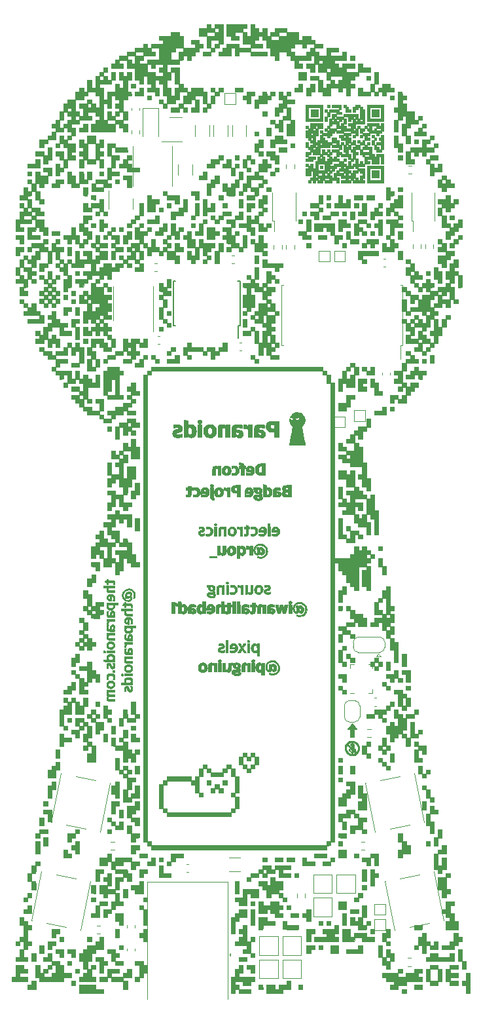
<source format=gbr>
%TF.GenerationSoftware,KiCad,Pcbnew,(6.0.1-0)*%
%TF.CreationDate,2022-05-13T10:35:13-07:00*%
%TF.ProjectId,badge_eda,62616467-655f-4656-9461-2e6b69636164,rev?*%
%TF.SameCoordinates,Original*%
%TF.FileFunction,Legend,Bot*%
%TF.FilePolarity,Positive*%
%FSLAX46Y46*%
G04 Gerber Fmt 4.6, Leading zero omitted, Abs format (unit mm)*
G04 Created by KiCad (PCBNEW (6.0.1-0)) date 2022-05-13 10:35:13*
%MOMM*%
%LPD*%
G01*
G04 APERTURE LIST*
%ADD10C,0.010000*%
%ADD11C,0.120000*%
%ADD12C,0.150000*%
G04 APERTURE END LIST*
D10*
%TO.C,Ref\u002A\u002A*%
X104963333Y-116569583D02*
X105513667Y-116569583D01*
X105513667Y-116569583D02*
X105513667Y-116040417D01*
X105513667Y-116040417D02*
X104963333Y-116040417D01*
X104963333Y-116040417D02*
X104963333Y-116569583D01*
X104963333Y-116569583D02*
X104963333Y-116569583D01*
G36*
X105513667Y-116569583D02*
G01*
X104963333Y-116569583D01*
X104963333Y-116040417D01*
X105513667Y-116040417D01*
X105513667Y-116569583D01*
G37*
X105513667Y-116569583D02*
X104963333Y-116569583D01*
X104963333Y-116040417D01*
X105513667Y-116040417D01*
X105513667Y-116569583D01*
X127852805Y-101370546D02*
X127730380Y-101400601D01*
X127730380Y-101400601D02*
X127640344Y-101442090D01*
X127640344Y-101442090D02*
X127573155Y-101500636D01*
X127573155Y-101500636D02*
X127531570Y-101559879D01*
X127531570Y-101559879D02*
X127512529Y-101593330D01*
X127512529Y-101593330D02*
X127498143Y-101624439D01*
X127498143Y-101624439D02*
X127487652Y-101659678D01*
X127487652Y-101659678D02*
X127480297Y-101705521D01*
X127480297Y-101705521D02*
X127475317Y-101768440D01*
X127475317Y-101768440D02*
X127471952Y-101854910D01*
X127471952Y-101854910D02*
X127469443Y-101971402D01*
X127469443Y-101971402D02*
X127467286Y-102107458D01*
X127467286Y-102107458D02*
X127460489Y-102557250D01*
X127460489Y-102557250D02*
X127631328Y-102557250D01*
X127631328Y-102557250D02*
X127715756Y-102556724D01*
X127715756Y-102556724D02*
X127766452Y-102553335D01*
X127766452Y-102553335D02*
X127792018Y-102544364D01*
X127792018Y-102544364D02*
X127801056Y-102527092D01*
X127801056Y-102527092D02*
X127802167Y-102503256D01*
X127802167Y-102503256D02*
X127802167Y-102449262D01*
X127802167Y-102449262D02*
X127879575Y-102508304D01*
X127879575Y-102508304D02*
X127964493Y-102551234D01*
X127964493Y-102551234D02*
X128071506Y-102574757D01*
X128071506Y-102574757D02*
X128184516Y-102577727D01*
X128184516Y-102577727D02*
X128287425Y-102558999D01*
X128287425Y-102558999D02*
X128331333Y-102540452D01*
X128331333Y-102540452D02*
X128418597Y-102475781D01*
X128418597Y-102475781D02*
X128473084Y-102391933D01*
X128473084Y-102391933D02*
X128498121Y-102282681D01*
X128498121Y-102282681D02*
X128500667Y-102223546D01*
X128500667Y-102223546D02*
X128500305Y-102206976D01*
X128500305Y-102206976D02*
X128140833Y-102206976D01*
X128140833Y-102206976D02*
X128122969Y-102266970D01*
X128122969Y-102266970D02*
X128076540Y-102307617D01*
X128076540Y-102307617D02*
X128012296Y-102325274D01*
X128012296Y-102325274D02*
X127940988Y-102316298D01*
X127940988Y-102316298D02*
X127891543Y-102291466D01*
X127891543Y-102291466D02*
X127860243Y-102258774D01*
X127860243Y-102258774D02*
X127846545Y-102209392D01*
X127846545Y-102209392D02*
X127844500Y-102161589D01*
X127844500Y-102161589D02*
X127844500Y-102064662D01*
X127844500Y-102064662D02*
X127943667Y-102078255D01*
X127943667Y-102078255D02*
X128045219Y-102102479D01*
X128045219Y-102102479D02*
X128111448Y-102141626D01*
X128111448Y-102141626D02*
X128139891Y-102194086D01*
X128139891Y-102194086D02*
X128140833Y-102206976D01*
X128140833Y-102206976D02*
X128500305Y-102206976D01*
X128500305Y-102206976D02*
X128498999Y-102147197D01*
X128498999Y-102147197D02*
X128490074Y-102097245D01*
X128490074Y-102097245D02*
X128468007Y-102057775D01*
X128468007Y-102057775D02*
X128426916Y-102012872D01*
X128426916Y-102012872D02*
X128420345Y-102006281D01*
X128420345Y-102006281D02*
X128337354Y-101942658D01*
X128337354Y-101942658D02*
X128229283Y-101895236D01*
X128229283Y-101895236D02*
X128090157Y-101861859D01*
X128090157Y-101861859D02*
X127976792Y-101846303D01*
X127976792Y-101846303D02*
X127897115Y-101834196D01*
X127897115Y-101834196D02*
X127854703Y-101815865D01*
X127854703Y-101815865D02*
X127844503Y-101786120D01*
X127844503Y-101786120D02*
X127861460Y-101739772D01*
X127861460Y-101739772D02*
X127865504Y-101732053D01*
X127865504Y-101732053D02*
X127913731Y-101685843D01*
X127913731Y-101685843D02*
X127995175Y-101661660D01*
X127995175Y-101661660D02*
X128106490Y-101660199D01*
X128106490Y-101660199D02*
X128173127Y-101668337D01*
X128173127Y-101668337D02*
X128251800Y-101682923D01*
X128251800Y-101682923D02*
X128317476Y-101698691D01*
X128317476Y-101698691D02*
X128354174Y-101711479D01*
X128354174Y-101711479D02*
X128385341Y-101726039D01*
X128385341Y-101726039D02*
X128403757Y-101723703D01*
X128403757Y-101723703D02*
X128412772Y-101697512D01*
X128412772Y-101697512D02*
X128415734Y-101640510D01*
X128415734Y-101640510D02*
X128416000Y-101583059D01*
X128416000Y-101583059D02*
X128415008Y-101504840D01*
X128415008Y-101504840D02*
X128409647Y-101458299D01*
X128409647Y-101458299D02*
X128396338Y-101432791D01*
X128396338Y-101432791D02*
X128371501Y-101417668D01*
X128371501Y-101417668D02*
X128358697Y-101412582D01*
X128358697Y-101412582D02*
X128272435Y-101389376D01*
X128272435Y-101389376D02*
X128160851Y-101372412D01*
X128160851Y-101372412D02*
X128040680Y-101363078D01*
X128040680Y-101363078D02*
X127928655Y-101362766D01*
X127928655Y-101362766D02*
X127852805Y-101370546D01*
X127852805Y-101370546D02*
X127852805Y-101370546D01*
G36*
X128498121Y-102282681D02*
G01*
X128473084Y-102391933D01*
X128418597Y-102475781D01*
X128331333Y-102540452D01*
X128287425Y-102558999D01*
X128184516Y-102577727D01*
X128071506Y-102574757D01*
X127964493Y-102551234D01*
X127879575Y-102508304D01*
X127802167Y-102449262D01*
X127802167Y-102503256D01*
X127801056Y-102527092D01*
X127792018Y-102544364D01*
X127766452Y-102553335D01*
X127715756Y-102556724D01*
X127631328Y-102557250D01*
X127460489Y-102557250D01*
X127466468Y-102161589D01*
X127844500Y-102161589D01*
X127846545Y-102209392D01*
X127860243Y-102258774D01*
X127891543Y-102291466D01*
X127940988Y-102316298D01*
X128012296Y-102325274D01*
X128076540Y-102307617D01*
X128122969Y-102266970D01*
X128140833Y-102206976D01*
X128139891Y-102194086D01*
X128111448Y-102141626D01*
X128045219Y-102102479D01*
X127943667Y-102078255D01*
X127844500Y-102064662D01*
X127844500Y-102161589D01*
X127466468Y-102161589D01*
X127467286Y-102107458D01*
X127469443Y-101971402D01*
X127471952Y-101854910D01*
X127475317Y-101768440D01*
X127480297Y-101705521D01*
X127487652Y-101659678D01*
X127498143Y-101624439D01*
X127512529Y-101593330D01*
X127531570Y-101559879D01*
X127573155Y-101500636D01*
X127640344Y-101442090D01*
X127730380Y-101400601D01*
X127852805Y-101370546D01*
X127928655Y-101362766D01*
X128040680Y-101363078D01*
X128160851Y-101372412D01*
X128272435Y-101389376D01*
X128358697Y-101412582D01*
X128371501Y-101417668D01*
X128396338Y-101432791D01*
X128409647Y-101458299D01*
X128415008Y-101504840D01*
X128416000Y-101583059D01*
X128415734Y-101640510D01*
X128412772Y-101697512D01*
X128403757Y-101723703D01*
X128385341Y-101726039D01*
X128354174Y-101711479D01*
X128317476Y-101698691D01*
X128251800Y-101682923D01*
X128173127Y-101668337D01*
X128106490Y-101660199D01*
X127995175Y-101661660D01*
X127913731Y-101685843D01*
X127865504Y-101732053D01*
X127861460Y-101739772D01*
X127844503Y-101786120D01*
X127854703Y-101815865D01*
X127897115Y-101834196D01*
X127976792Y-101846303D01*
X128090157Y-101861859D01*
X128229283Y-101895236D01*
X128337354Y-101942658D01*
X128420345Y-102006281D01*
X128426916Y-102012872D01*
X128468007Y-102057775D01*
X128490074Y-102097245D01*
X128498999Y-102147197D01*
X128500305Y-102206976D01*
X128500667Y-102223546D01*
X128498121Y-102282681D01*
G37*
X128498121Y-102282681D02*
X128473084Y-102391933D01*
X128418597Y-102475781D01*
X128331333Y-102540452D01*
X128287425Y-102558999D01*
X128184516Y-102577727D01*
X128071506Y-102574757D01*
X127964493Y-102551234D01*
X127879575Y-102508304D01*
X127802167Y-102449262D01*
X127802167Y-102503256D01*
X127801056Y-102527092D01*
X127792018Y-102544364D01*
X127766452Y-102553335D01*
X127715756Y-102556724D01*
X127631328Y-102557250D01*
X127460489Y-102557250D01*
X127466468Y-102161589D01*
X127844500Y-102161589D01*
X127846545Y-102209392D01*
X127860243Y-102258774D01*
X127891543Y-102291466D01*
X127940988Y-102316298D01*
X128012296Y-102325274D01*
X128076540Y-102307617D01*
X128122969Y-102266970D01*
X128140833Y-102206976D01*
X128139891Y-102194086D01*
X128111448Y-102141626D01*
X128045219Y-102102479D01*
X127943667Y-102078255D01*
X127844500Y-102064662D01*
X127844500Y-102161589D01*
X127466468Y-102161589D01*
X127467286Y-102107458D01*
X127469443Y-101971402D01*
X127471952Y-101854910D01*
X127475317Y-101768440D01*
X127480297Y-101705521D01*
X127487652Y-101659678D01*
X127498143Y-101624439D01*
X127512529Y-101593330D01*
X127531570Y-101559879D01*
X127573155Y-101500636D01*
X127640344Y-101442090D01*
X127730380Y-101400601D01*
X127852805Y-101370546D01*
X127928655Y-101362766D01*
X128040680Y-101363078D01*
X128160851Y-101372412D01*
X128272435Y-101389376D01*
X128358697Y-101412582D01*
X128371501Y-101417668D01*
X128396338Y-101432791D01*
X128409647Y-101458299D01*
X128415008Y-101504840D01*
X128416000Y-101583059D01*
X128415734Y-101640510D01*
X128412772Y-101697512D01*
X128403757Y-101723703D01*
X128385341Y-101726039D01*
X128354174Y-101711479D01*
X128317476Y-101698691D01*
X128251800Y-101682923D01*
X128173127Y-101668337D01*
X128106490Y-101660199D01*
X127995175Y-101661660D01*
X127913731Y-101685843D01*
X127865504Y-101732053D01*
X127861460Y-101739772D01*
X127844503Y-101786120D01*
X127854703Y-101815865D01*
X127897115Y-101834196D01*
X127976792Y-101846303D01*
X128090157Y-101861859D01*
X128229283Y-101895236D01*
X128337354Y-101942658D01*
X128420345Y-102006281D01*
X128426916Y-102012872D01*
X128468007Y-102057775D01*
X128490074Y-102097245D01*
X128498999Y-102147197D01*
X128500305Y-102206976D01*
X128500667Y-102223546D01*
X128498121Y-102282681D01*
X115271500Y-36178583D02*
X115821833Y-36178583D01*
X115821833Y-36178583D02*
X115821833Y-35649417D01*
X115821833Y-35649417D02*
X115271500Y-35649417D01*
X115271500Y-35649417D02*
X115271500Y-36178583D01*
X115271500Y-36178583D02*
X115271500Y-36178583D01*
G36*
X115821833Y-36178583D02*
G01*
X115271500Y-36178583D01*
X115271500Y-35649417D01*
X115821833Y-35649417D01*
X115821833Y-36178583D01*
G37*
X115821833Y-36178583D02*
X115271500Y-36178583D01*
X115271500Y-35649417D01*
X115821833Y-35649417D01*
X115821833Y-36178583D01*
X123010429Y-91348270D02*
X122891500Y-91363129D01*
X122891500Y-91363129D02*
X122891500Y-91596638D01*
X122891500Y-91596638D02*
X122981458Y-91579220D01*
X122981458Y-91579220D02*
X123133734Y-91563372D01*
X123133734Y-91563372D02*
X123259272Y-91579620D01*
X123259272Y-91579620D02*
X123357450Y-91627568D01*
X123357450Y-91627568D02*
X123427646Y-91706815D01*
X123427646Y-91706815D02*
X123469237Y-91816962D01*
X123469237Y-91816962D02*
X123480285Y-91899007D01*
X123480285Y-91899007D02*
X123481786Y-91991230D01*
X123481786Y-91991230D02*
X123470294Y-92061937D01*
X123470294Y-92061937D02*
X123444682Y-92126783D01*
X123444682Y-92126783D02*
X123382279Y-92217777D01*
X123382279Y-92217777D02*
X123298002Y-92276045D01*
X123298002Y-92276045D02*
X123190131Y-92301998D01*
X123190131Y-92301998D02*
X123056947Y-92296051D01*
X123056947Y-92296051D02*
X122896792Y-92258635D01*
X122896792Y-92258635D02*
X122868801Y-92253171D01*
X122868801Y-92253171D02*
X122854681Y-92265128D01*
X122854681Y-92265128D02*
X122849718Y-92303720D01*
X122849718Y-92303720D02*
X122849167Y-92351703D01*
X122849167Y-92351703D02*
X122853241Y-92415529D01*
X122853241Y-92415529D02*
X122869963Y-92459442D01*
X122869963Y-92459442D02*
X122906081Y-92487687D01*
X122906081Y-92487687D02*
X122968341Y-92504508D01*
X122968341Y-92504508D02*
X123063492Y-92514149D01*
X123063492Y-92514149D02*
X123111838Y-92516923D01*
X123111838Y-92516923D02*
X123223121Y-92518638D01*
X123223121Y-92518638D02*
X123310198Y-92509373D01*
X123310198Y-92509373D02*
X123390200Y-92487270D01*
X123390200Y-92487270D02*
X123392463Y-92486464D01*
X123392463Y-92486464D02*
X123530285Y-92420792D01*
X123530285Y-92420792D02*
X123633490Y-92333412D01*
X123633490Y-92333412D02*
X123704295Y-92221226D01*
X123704295Y-92221226D02*
X123744915Y-92081133D01*
X123744915Y-92081133D02*
X123755965Y-91977885D01*
X123755965Y-91977885D02*
X123756327Y-91881748D01*
X123756327Y-91881748D02*
X123748891Y-91789018D01*
X123748891Y-91789018D02*
X123737513Y-91728163D01*
X123737513Y-91728163D02*
X123680206Y-91596308D01*
X123680206Y-91596308D02*
X123591085Y-91489877D01*
X123591085Y-91489877D02*
X123473392Y-91410565D01*
X123473392Y-91410565D02*
X123330368Y-91360065D01*
X123330368Y-91360065D02*
X123165256Y-91340072D01*
X123165256Y-91340072D02*
X123010429Y-91348270D01*
X123010429Y-91348270D02*
X123010429Y-91348270D01*
G36*
X123330368Y-91360065D02*
G01*
X123473392Y-91410565D01*
X123591085Y-91489877D01*
X123680206Y-91596308D01*
X123737513Y-91728163D01*
X123748891Y-91789018D01*
X123756327Y-91881748D01*
X123755965Y-91977885D01*
X123744915Y-92081133D01*
X123704295Y-92221226D01*
X123633490Y-92333412D01*
X123530285Y-92420792D01*
X123392463Y-92486464D01*
X123390200Y-92487270D01*
X123310198Y-92509373D01*
X123223121Y-92518638D01*
X123111838Y-92516923D01*
X123063492Y-92514149D01*
X122968341Y-92504508D01*
X122906081Y-92487687D01*
X122869963Y-92459442D01*
X122853241Y-92415529D01*
X122849167Y-92351703D01*
X122849718Y-92303720D01*
X122854681Y-92265128D01*
X122868801Y-92253171D01*
X122896792Y-92258635D01*
X123056947Y-92296051D01*
X123190131Y-92301998D01*
X123298002Y-92276045D01*
X123382279Y-92217777D01*
X123444682Y-92126783D01*
X123470294Y-92061937D01*
X123481786Y-91991230D01*
X123480285Y-91899007D01*
X123469237Y-91816962D01*
X123427646Y-91706815D01*
X123357450Y-91627568D01*
X123259272Y-91579620D01*
X123133734Y-91563372D01*
X122981458Y-91579220D01*
X122891500Y-91596638D01*
X122891500Y-91363129D01*
X123010429Y-91348270D01*
X123165256Y-91340072D01*
X123330368Y-91360065D01*
G37*
X123330368Y-91360065D02*
X123473392Y-91410565D01*
X123591085Y-91489877D01*
X123680206Y-91596308D01*
X123737513Y-91728163D01*
X123748891Y-91789018D01*
X123756327Y-91881748D01*
X123755965Y-91977885D01*
X123744915Y-92081133D01*
X123704295Y-92221226D01*
X123633490Y-92333412D01*
X123530285Y-92420792D01*
X123392463Y-92486464D01*
X123390200Y-92487270D01*
X123310198Y-92509373D01*
X123223121Y-92518638D01*
X123111838Y-92516923D01*
X123063492Y-92514149D01*
X122968341Y-92504508D01*
X122906081Y-92487687D01*
X122869963Y-92459442D01*
X122853241Y-92415529D01*
X122849167Y-92351703D01*
X122849718Y-92303720D01*
X122854681Y-92265128D01*
X122868801Y-92253171D01*
X122896792Y-92258635D01*
X123056947Y-92296051D01*
X123190131Y-92301998D01*
X123298002Y-92276045D01*
X123382279Y-92217777D01*
X123444682Y-92126783D01*
X123470294Y-92061937D01*
X123481786Y-91991230D01*
X123480285Y-91899007D01*
X123469237Y-91816962D01*
X123427646Y-91706815D01*
X123357450Y-91627568D01*
X123259272Y-91579620D01*
X123133734Y-91563372D01*
X122981458Y-91579220D01*
X122891500Y-91596638D01*
X122891500Y-91363129D01*
X123010429Y-91348270D01*
X123165256Y-91340072D01*
X123330368Y-91360065D01*
X111673167Y-145948917D02*
X112202333Y-145948917D01*
X112202333Y-145948917D02*
X112202333Y-145419750D01*
X112202333Y-145419750D02*
X111673167Y-145419750D01*
X111673167Y-145419750D02*
X111673167Y-145948917D01*
X111673167Y-145948917D02*
X111673167Y-145948917D01*
G36*
X112202333Y-145948917D02*
G01*
X111673167Y-145948917D01*
X111673167Y-145419750D01*
X112202333Y-145419750D01*
X112202333Y-145948917D01*
G37*
X112202333Y-145948917D02*
X111673167Y-145948917D01*
X111673167Y-145419750D01*
X112202333Y-145419750D01*
X112202333Y-145948917D01*
X124387362Y-86294262D02*
X124252252Y-86346412D01*
X124252252Y-86346412D02*
X124137136Y-86427236D01*
X124137136Y-86427236D02*
X124048562Y-86532140D01*
X124048562Y-86532140D02*
X123993132Y-86656326D01*
X123993132Y-86656326D02*
X123980053Y-86732470D01*
X123980053Y-86732470D02*
X123973930Y-86831028D01*
X123973930Y-86831028D02*
X123974567Y-86936745D01*
X123974567Y-86936745D02*
X123981770Y-87034364D01*
X123981770Y-87034364D02*
X123995342Y-87108629D01*
X123995342Y-87108629D02*
X123999069Y-87120062D01*
X123999069Y-87120062D02*
X124058963Y-87237182D01*
X124058963Y-87237182D02*
X124142784Y-87339545D01*
X124142784Y-87339545D02*
X124239806Y-87414588D01*
X124239806Y-87414588D02*
X124259359Y-87424972D01*
X124259359Y-87424972D02*
X124357779Y-87458564D01*
X124357779Y-87458564D02*
X124478333Y-87478443D01*
X124478333Y-87478443D02*
X124604502Y-87483613D01*
X124604502Y-87483613D02*
X124719766Y-87473079D01*
X124719766Y-87473079D02*
X124783218Y-87456537D01*
X124783218Y-87456537D02*
X124910331Y-87387489D01*
X124910331Y-87387489D02*
X125016246Y-87283498D01*
X125016246Y-87283498D02*
X125080088Y-87183311D01*
X125080088Y-87183311D02*
X125112226Y-87114663D01*
X125112226Y-87114663D02*
X125130911Y-87053199D01*
X125130911Y-87053199D02*
X125139640Y-86982265D01*
X125139640Y-86982265D02*
X125140887Y-86930913D01*
X125140887Y-86930913D02*
X124753214Y-86930913D01*
X124753214Y-86930913D02*
X124746374Y-87018729D01*
X124746374Y-87018729D02*
X124734297Y-87070423D01*
X124734297Y-87070423D02*
X124687300Y-87148107D01*
X124687300Y-87148107D02*
X124621978Y-87195218D01*
X124621978Y-87195218D02*
X124547089Y-87208354D01*
X124547089Y-87208354D02*
X124471391Y-87184111D01*
X124471391Y-87184111D02*
X124460307Y-87176900D01*
X124460307Y-87176900D02*
X124405300Y-87114380D01*
X124405300Y-87114380D02*
X124368432Y-87021575D01*
X124368432Y-87021575D02*
X124351564Y-86907279D01*
X124351564Y-86907279D02*
X124356559Y-86780285D01*
X124356559Y-86780285D02*
X124365169Y-86727530D01*
X124365169Y-86727530D02*
X124398475Y-86643928D01*
X124398475Y-86643928D02*
X124453795Y-86586874D01*
X124453795Y-86586874D02*
X124522081Y-86557752D01*
X124522081Y-86557752D02*
X124594286Y-86557942D01*
X124594286Y-86557942D02*
X124661362Y-86588826D01*
X124661362Y-86588826D02*
X124714263Y-86651787D01*
X124714263Y-86651787D02*
X124724209Y-86672690D01*
X124724209Y-86672690D02*
X124741699Y-86740862D01*
X124741699Y-86740862D02*
X124751512Y-86832614D01*
X124751512Y-86832614D02*
X124753214Y-86930913D01*
X124753214Y-86930913D02*
X125140887Y-86930913D01*
X125140887Y-86930913D02*
X125141905Y-86889057D01*
X125141905Y-86889057D02*
X125129341Y-86725844D01*
X125129341Y-86725844D02*
X125089081Y-86590496D01*
X125089081Y-86590496D02*
X125018738Y-86476947D01*
X125018738Y-86476947D02*
X124953553Y-86410011D01*
X124953553Y-86410011D02*
X124852787Y-86339013D01*
X124852787Y-86339013D02*
X124738993Y-86295698D01*
X124738993Y-86295698D02*
X124602081Y-86276814D01*
X124602081Y-86276814D02*
X124535920Y-86275382D01*
X124535920Y-86275382D02*
X124387362Y-86294262D01*
X124387362Y-86294262D02*
X124387362Y-86294262D01*
G36*
X125130911Y-87053199D02*
G01*
X125112226Y-87114663D01*
X125080088Y-87183311D01*
X125016246Y-87283498D01*
X124910331Y-87387489D01*
X124783218Y-87456537D01*
X124719766Y-87473079D01*
X124604502Y-87483613D01*
X124478333Y-87478443D01*
X124357779Y-87458564D01*
X124259359Y-87424972D01*
X124239806Y-87414588D01*
X124142784Y-87339545D01*
X124058963Y-87237182D01*
X123999069Y-87120062D01*
X123995342Y-87108629D01*
X123981770Y-87034364D01*
X123974567Y-86936745D01*
X123974389Y-86907279D01*
X124351564Y-86907279D01*
X124368432Y-87021575D01*
X124405300Y-87114380D01*
X124460307Y-87176900D01*
X124471391Y-87184111D01*
X124547089Y-87208354D01*
X124621978Y-87195218D01*
X124687300Y-87148107D01*
X124734297Y-87070423D01*
X124746374Y-87018729D01*
X124753214Y-86930913D01*
X124751512Y-86832614D01*
X124741699Y-86740862D01*
X124724209Y-86672690D01*
X124714263Y-86651787D01*
X124661362Y-86588826D01*
X124594286Y-86557942D01*
X124522081Y-86557752D01*
X124453795Y-86586874D01*
X124398475Y-86643928D01*
X124365169Y-86727530D01*
X124356559Y-86780285D01*
X124351564Y-86907279D01*
X123974389Y-86907279D01*
X123973930Y-86831028D01*
X123980053Y-86732470D01*
X123993132Y-86656326D01*
X124048562Y-86532140D01*
X124137136Y-86427236D01*
X124252252Y-86346412D01*
X124387362Y-86294262D01*
X124535920Y-86275382D01*
X124602081Y-86276814D01*
X124738993Y-86295698D01*
X124852787Y-86339013D01*
X124953553Y-86410011D01*
X125018738Y-86476947D01*
X125089081Y-86590496D01*
X125129341Y-86725844D01*
X125141905Y-86889057D01*
X125140887Y-86930913D01*
X125139640Y-86982265D01*
X125130911Y-87053199D01*
G37*
X125130911Y-87053199D02*
X125112226Y-87114663D01*
X125080088Y-87183311D01*
X125016246Y-87283498D01*
X124910331Y-87387489D01*
X124783218Y-87456537D01*
X124719766Y-87473079D01*
X124604502Y-87483613D01*
X124478333Y-87478443D01*
X124357779Y-87458564D01*
X124259359Y-87424972D01*
X124239806Y-87414588D01*
X124142784Y-87339545D01*
X124058963Y-87237182D01*
X123999069Y-87120062D01*
X123995342Y-87108629D01*
X123981770Y-87034364D01*
X123974567Y-86936745D01*
X123974389Y-86907279D01*
X124351564Y-86907279D01*
X124368432Y-87021575D01*
X124405300Y-87114380D01*
X124460307Y-87176900D01*
X124471391Y-87184111D01*
X124547089Y-87208354D01*
X124621978Y-87195218D01*
X124687300Y-87148107D01*
X124734297Y-87070423D01*
X124746374Y-87018729D01*
X124753214Y-86930913D01*
X124751512Y-86832614D01*
X124741699Y-86740862D01*
X124724209Y-86672690D01*
X124714263Y-86651787D01*
X124661362Y-86588826D01*
X124594286Y-86557942D01*
X124522081Y-86557752D01*
X124453795Y-86586874D01*
X124398475Y-86643928D01*
X124365169Y-86727530D01*
X124356559Y-86780285D01*
X124351564Y-86907279D01*
X123974389Y-86907279D01*
X123973930Y-86831028D01*
X123980053Y-86732470D01*
X123993132Y-86656326D01*
X124048562Y-86532140D01*
X124137136Y-86427236D01*
X124252252Y-86346412D01*
X124387362Y-86294262D01*
X124535920Y-86275382D01*
X124602081Y-86276814D01*
X124738993Y-86295698D01*
X124852787Y-86339013D01*
X124953553Y-86410011D01*
X125018738Y-86476947D01*
X125089081Y-86590496D01*
X125129341Y-86725844D01*
X125141905Y-86889057D01*
X125140887Y-86930913D01*
X125139640Y-86982265D01*
X125130911Y-87053199D01*
X125473833Y-107594917D02*
X125749000Y-107594917D01*
X125749000Y-107594917D02*
X125749000Y-106033994D01*
X125749000Y-106033994D02*
X125659042Y-106019693D01*
X125659042Y-106019693D02*
X125590293Y-106007761D01*
X125590293Y-106007761D02*
X125531925Y-105995992D01*
X125531925Y-105995992D02*
X125521458Y-105993526D01*
X125521458Y-105993526D02*
X125473833Y-105981661D01*
X125473833Y-105981661D02*
X125473833Y-107594917D01*
X125473833Y-107594917D02*
X125473833Y-107594917D01*
G36*
X125521458Y-105993526D02*
G01*
X125531925Y-105995992D01*
X125590293Y-106007761D01*
X125659042Y-106019693D01*
X125749000Y-106033994D01*
X125749000Y-107594917D01*
X125473833Y-107594917D01*
X125473833Y-105981661D01*
X125521458Y-105993526D01*
G37*
X125521458Y-105993526D02*
X125531925Y-105995992D01*
X125590293Y-106007761D01*
X125659042Y-106019693D01*
X125749000Y-106033994D01*
X125749000Y-107594917D01*
X125473833Y-107594917D01*
X125473833Y-105981661D01*
X125521458Y-105993526D01*
X129784204Y-101378286D02*
X129689301Y-101416954D01*
X129689301Y-101416954D02*
X129616541Y-101484927D01*
X129616541Y-101484927D02*
X129585818Y-101531846D01*
X129585818Y-101531846D02*
X129570405Y-101561080D01*
X129570405Y-101561080D02*
X129558752Y-101591203D01*
X129558752Y-101591203D02*
X129550329Y-101628378D01*
X129550329Y-101628378D02*
X129544609Y-101678767D01*
X129544609Y-101678767D02*
X129541060Y-101748532D01*
X129541060Y-101748532D02*
X129539154Y-101843835D01*
X129539154Y-101843835D02*
X129538361Y-101970840D01*
X129538361Y-101970840D02*
X129538182Y-102086292D01*
X129538182Y-102086292D02*
X129537833Y-102557250D01*
X129537833Y-102557250D02*
X129918833Y-102557250D01*
X129918833Y-102557250D02*
X129918833Y-102147780D01*
X129918833Y-102147780D02*
X129919163Y-102004926D01*
X129919163Y-102004926D02*
X129920502Y-101898399D01*
X129920502Y-101898399D02*
X129923372Y-101822197D01*
X129923372Y-101822197D02*
X129928295Y-101770318D01*
X129928295Y-101770318D02*
X129935796Y-101736759D01*
X129935796Y-101736759D02*
X129946395Y-101715516D01*
X129946395Y-101715516D02*
X129957542Y-101703280D01*
X129957542Y-101703280D02*
X130016266Y-101675201D01*
X130016266Y-101675201D02*
X130094179Y-101670316D01*
X130094179Y-101670316D02*
X130174558Y-101689405D01*
X130174558Y-101689405D02*
X130182421Y-101692814D01*
X130182421Y-101692814D02*
X130236333Y-101717378D01*
X130236333Y-101717378D02*
X130236333Y-102557250D01*
X130236333Y-102557250D02*
X130617333Y-102557250D01*
X130617333Y-102557250D02*
X130617333Y-101393083D01*
X130617333Y-101393083D02*
X130448000Y-101393083D01*
X130448000Y-101393083D02*
X130364018Y-101393647D01*
X130364018Y-101393647D02*
X130313731Y-101397138D01*
X130313731Y-101397138D02*
X130288502Y-101406256D01*
X130288502Y-101406256D02*
X130279694Y-101423699D01*
X130279694Y-101423699D02*
X130278667Y-101446000D01*
X130278667Y-101446000D02*
X130275516Y-101485825D01*
X130275516Y-101485825D02*
X130269490Y-101498917D01*
X130269490Y-101498917D02*
X130248076Y-101488625D01*
X130248076Y-101488625D02*
X130201746Y-101461892D01*
X130201746Y-101461892D02*
X130151830Y-101431480D01*
X130151830Y-101431480D02*
X130081811Y-101392211D01*
X130081811Y-101392211D02*
X130021026Y-101372115D01*
X130021026Y-101372115D02*
X129948392Y-101365465D01*
X129948392Y-101365465D02*
X129908235Y-101365315D01*
X129908235Y-101365315D02*
X129784204Y-101378286D01*
X129784204Y-101378286D02*
X129784204Y-101378286D01*
G36*
X129948392Y-101365465D02*
G01*
X130021026Y-101372115D01*
X130081811Y-101392211D01*
X130151830Y-101431480D01*
X130201746Y-101461892D01*
X130248076Y-101488625D01*
X130269490Y-101498917D01*
X130275516Y-101485825D01*
X130278667Y-101446000D01*
X130279694Y-101423699D01*
X130288502Y-101406256D01*
X130313731Y-101397138D01*
X130364018Y-101393647D01*
X130448000Y-101393083D01*
X130617333Y-101393083D01*
X130617333Y-102557250D01*
X130236333Y-102557250D01*
X130236333Y-101717378D01*
X130182421Y-101692814D01*
X130174558Y-101689405D01*
X130094179Y-101670316D01*
X130016266Y-101675201D01*
X129957542Y-101703280D01*
X129946395Y-101715516D01*
X129935796Y-101736759D01*
X129928295Y-101770318D01*
X129923372Y-101822197D01*
X129920502Y-101898399D01*
X129919163Y-102004926D01*
X129918833Y-102147780D01*
X129918833Y-102557250D01*
X129537833Y-102557250D01*
X129538182Y-102086292D01*
X129538361Y-101970840D01*
X129539154Y-101843835D01*
X129541060Y-101748532D01*
X129544609Y-101678767D01*
X129550329Y-101628378D01*
X129558752Y-101591203D01*
X129570405Y-101561080D01*
X129585818Y-101531846D01*
X129616541Y-101484927D01*
X129689301Y-101416954D01*
X129784204Y-101378286D01*
X129908235Y-101365315D01*
X129948392Y-101365465D01*
G37*
X129948392Y-101365465D02*
X130021026Y-101372115D01*
X130081811Y-101392211D01*
X130151830Y-101431480D01*
X130201746Y-101461892D01*
X130248076Y-101488625D01*
X130269490Y-101498917D01*
X130275516Y-101485825D01*
X130278667Y-101446000D01*
X130279694Y-101423699D01*
X130288502Y-101406256D01*
X130313731Y-101397138D01*
X130364018Y-101393647D01*
X130448000Y-101393083D01*
X130617333Y-101393083D01*
X130617333Y-102557250D01*
X130236333Y-102557250D01*
X130236333Y-101717378D01*
X130182421Y-101692814D01*
X130174558Y-101689405D01*
X130094179Y-101670316D01*
X130016266Y-101675201D01*
X129957542Y-101703280D01*
X129946395Y-101715516D01*
X129935796Y-101736759D01*
X129928295Y-101770318D01*
X129923372Y-101822197D01*
X129920502Y-101898399D01*
X129919163Y-102004926D01*
X129918833Y-102147780D01*
X129918833Y-102557250D01*
X129537833Y-102557250D01*
X129538182Y-102086292D01*
X129538361Y-101970840D01*
X129539154Y-101843835D01*
X129541060Y-101748532D01*
X129544609Y-101678767D01*
X129550329Y-101628378D01*
X129558752Y-101591203D01*
X129570405Y-101561080D01*
X129585818Y-101531846D01*
X129616541Y-101484927D01*
X129689301Y-101416954D01*
X129784204Y-101378286D01*
X129908235Y-101365315D01*
X129948392Y-101365465D01*
X153943000Y-136656750D02*
X152905833Y-136656750D01*
X152905833Y-136656750D02*
X152905833Y-138223083D01*
X152905833Y-138223083D02*
X153413833Y-138223083D01*
X153413833Y-138223083D02*
X153413833Y-139260250D01*
X153413833Y-139260250D02*
X153964167Y-139260250D01*
X153964167Y-139260250D02*
X153964167Y-138731083D01*
X153964167Y-138731083D02*
X154472167Y-138731083D01*
X154472167Y-138731083D02*
X154472167Y-138201917D01*
X154472167Y-138201917D02*
X153964167Y-138201917D01*
X153964167Y-138201917D02*
X153964167Y-136677917D01*
X153964167Y-136677917D02*
X154472167Y-136677917D01*
X154472167Y-136677917D02*
X154472167Y-136148750D01*
X154472167Y-136148750D02*
X153943000Y-136148750D01*
X153943000Y-136148750D02*
X153943000Y-136656750D01*
X153943000Y-136656750D02*
X153943000Y-136656750D01*
G36*
X154472167Y-136677917D02*
G01*
X153964167Y-136677917D01*
X153964167Y-138201917D01*
X154472167Y-138201917D01*
X154472167Y-138731083D01*
X153964167Y-138731083D01*
X153964167Y-139260250D01*
X153413833Y-139260250D01*
X153413833Y-138223083D01*
X152905833Y-138223083D01*
X152905833Y-136656750D01*
X153943000Y-136656750D01*
X153943000Y-136148750D01*
X154472167Y-136148750D01*
X154472167Y-136677917D01*
G37*
X154472167Y-136677917D02*
X153964167Y-136677917D01*
X153964167Y-138201917D01*
X154472167Y-138201917D01*
X154472167Y-138731083D01*
X153964167Y-138731083D01*
X153964167Y-139260250D01*
X153413833Y-139260250D01*
X153413833Y-138223083D01*
X152905833Y-138223083D01*
X152905833Y-136656750D01*
X153943000Y-136656750D01*
X153943000Y-136148750D01*
X154472167Y-136148750D01*
X154472167Y-136677917D01*
X124034500Y-46465583D02*
X123526500Y-46465583D01*
X123526500Y-46465583D02*
X123526500Y-46973583D01*
X123526500Y-46973583D02*
X123018500Y-46973583D01*
X123018500Y-46973583D02*
X123018500Y-48539917D01*
X123018500Y-48539917D02*
X123547667Y-48539917D01*
X123547667Y-48539917D02*
X123547667Y-47523917D01*
X123547667Y-47523917D02*
X124055667Y-47523917D01*
X124055667Y-47523917D02*
X124055667Y-46994750D01*
X124055667Y-46994750D02*
X124584833Y-46994750D01*
X124584833Y-46994750D02*
X124584833Y-45957583D01*
X124584833Y-45957583D02*
X124034500Y-45957583D01*
X124034500Y-45957583D02*
X124034500Y-46465583D01*
X124034500Y-46465583D02*
X124034500Y-46465583D01*
G36*
X124584833Y-46994750D02*
G01*
X124055667Y-46994750D01*
X124055667Y-47523917D01*
X123547667Y-47523917D01*
X123547667Y-48539917D01*
X123018500Y-48539917D01*
X123018500Y-46973583D01*
X123526500Y-46973583D01*
X123526500Y-46465583D01*
X124034500Y-46465583D01*
X124034500Y-45957583D01*
X124584833Y-45957583D01*
X124584833Y-46994750D01*
G37*
X124584833Y-46994750D02*
X124055667Y-46994750D01*
X124055667Y-47523917D01*
X123547667Y-47523917D01*
X123547667Y-48539917D01*
X123018500Y-48539917D01*
X123018500Y-46973583D01*
X123526500Y-46973583D01*
X123526500Y-46465583D01*
X124034500Y-46465583D01*
X124034500Y-45957583D01*
X124584833Y-45957583D01*
X124584833Y-46994750D01*
X140015333Y-121734250D02*
X140565667Y-121734250D01*
X140565667Y-121734250D02*
X140565667Y-121205083D01*
X140565667Y-121205083D02*
X140015333Y-121205083D01*
X140015333Y-121205083D02*
X140015333Y-121734250D01*
X140015333Y-121734250D02*
X140015333Y-121734250D01*
G36*
X140565667Y-121734250D02*
G01*
X140015333Y-121734250D01*
X140015333Y-121205083D01*
X140565667Y-121205083D01*
X140565667Y-121734250D01*
G37*
X140565667Y-121734250D02*
X140015333Y-121734250D01*
X140015333Y-121205083D01*
X140565667Y-121205083D01*
X140565667Y-121734250D01*
X112366058Y-101098331D02*
X112338344Y-101109050D01*
X112338344Y-101109050D02*
X112329921Y-101137866D01*
X112329921Y-101137866D02*
X112329333Y-101170833D01*
X112329333Y-101170833D02*
X112326697Y-101218511D01*
X112326697Y-101218511D02*
X112310594Y-101239520D01*
X112310594Y-101239520D02*
X112268731Y-101244777D01*
X112268731Y-101244777D02*
X112245916Y-101244917D01*
X112245916Y-101244917D02*
X112190629Y-101248575D01*
X112190629Y-101248575D02*
X112156566Y-101257671D01*
X112156566Y-101257671D02*
X112153086Y-101260792D01*
X112153086Y-101260792D02*
X112145129Y-101289325D01*
X112145129Y-101289325D02*
X112134954Y-101345213D01*
X112134954Y-101345213D02*
X112128684Y-101387792D01*
X112128684Y-101387792D02*
X112113694Y-101498917D01*
X112113694Y-101498917D02*
X112329333Y-101498917D01*
X112329333Y-101498917D02*
X112329333Y-101752917D01*
X112329333Y-101752917D02*
X112519833Y-101752917D01*
X112519833Y-101752917D02*
X112519833Y-101498917D01*
X112519833Y-101498917D02*
X112822517Y-101498917D01*
X112822517Y-101498917D02*
X112963620Y-101500571D01*
X112963620Y-101500571D02*
X113064380Y-101505632D01*
X113064380Y-101505632D02*
X113126662Y-101514242D01*
X113126662Y-101514242D02*
X113150600Y-101524317D01*
X113150600Y-101524317D02*
X113165046Y-101558807D01*
X113165046Y-101558807D02*
X113174247Y-101619294D01*
X113174247Y-101619294D02*
X113176000Y-101661900D01*
X113176000Y-101661900D02*
X113176000Y-101774083D01*
X113176000Y-101774083D02*
X113362344Y-101774083D01*
X113362344Y-101774083D02*
X113375781Y-101652375D01*
X113375781Y-101652375D02*
X113377446Y-101518096D01*
X113377446Y-101518096D02*
X113351534Y-101407824D01*
X113351534Y-101407824D02*
X113299722Y-101325292D01*
X113299722Y-101325292D02*
X113223689Y-101274233D01*
X113223689Y-101274233D02*
X113202659Y-101267251D01*
X113202659Y-101267251D02*
X113152374Y-101259142D01*
X113152374Y-101259142D02*
X113070148Y-101252352D01*
X113070148Y-101252352D02*
X112966365Y-101247487D01*
X112966365Y-101247487D02*
X112851410Y-101245152D01*
X112851410Y-101245152D02*
X112821458Y-101245035D01*
X112821458Y-101245035D02*
X112519833Y-101244917D01*
X112519833Y-101244917D02*
X112519833Y-101170833D01*
X112519833Y-101170833D02*
X112517800Y-101125313D01*
X112517800Y-101125313D02*
X112504019Y-101103758D01*
X112504019Y-101103758D02*
X112466970Y-101097207D01*
X112466970Y-101097207D02*
X112424583Y-101096750D01*
X112424583Y-101096750D02*
X112366058Y-101098331D01*
X112366058Y-101098331D02*
X112366058Y-101098331D01*
G36*
X112466970Y-101097207D02*
G01*
X112504019Y-101103758D01*
X112517800Y-101125313D01*
X112519833Y-101170833D01*
X112519833Y-101244917D01*
X112821458Y-101245035D01*
X112851410Y-101245152D01*
X112966365Y-101247487D01*
X113070148Y-101252352D01*
X113152374Y-101259142D01*
X113202659Y-101267251D01*
X113223689Y-101274233D01*
X113299722Y-101325292D01*
X113351534Y-101407824D01*
X113377446Y-101518096D01*
X113375781Y-101652375D01*
X113362344Y-101774083D01*
X113176000Y-101774083D01*
X113176000Y-101661900D01*
X113174247Y-101619294D01*
X113165046Y-101558807D01*
X113150600Y-101524317D01*
X113126662Y-101514242D01*
X113064380Y-101505632D01*
X112963620Y-101500571D01*
X112822517Y-101498917D01*
X112519833Y-101498917D01*
X112519833Y-101752917D01*
X112329333Y-101752917D01*
X112329333Y-101498917D01*
X112113694Y-101498917D01*
X112128684Y-101387792D01*
X112134954Y-101345213D01*
X112145129Y-101289325D01*
X112153086Y-101260792D01*
X112156566Y-101257671D01*
X112190629Y-101248575D01*
X112245916Y-101244917D01*
X112268731Y-101244777D01*
X112310594Y-101239520D01*
X112326697Y-101218511D01*
X112329333Y-101170833D01*
X112329921Y-101137866D01*
X112338344Y-101109050D01*
X112366058Y-101098331D01*
X112424583Y-101096750D01*
X112466970Y-101097207D01*
G37*
X112466970Y-101097207D02*
X112504019Y-101103758D01*
X112517800Y-101125313D01*
X112519833Y-101170833D01*
X112519833Y-101244917D01*
X112821458Y-101245035D01*
X112851410Y-101245152D01*
X112966365Y-101247487D01*
X113070148Y-101252352D01*
X113152374Y-101259142D01*
X113202659Y-101267251D01*
X113223689Y-101274233D01*
X113299722Y-101325292D01*
X113351534Y-101407824D01*
X113377446Y-101518096D01*
X113375781Y-101652375D01*
X113362344Y-101774083D01*
X113176000Y-101774083D01*
X113176000Y-101661900D01*
X113174247Y-101619294D01*
X113165046Y-101558807D01*
X113150600Y-101524317D01*
X113126662Y-101514242D01*
X113064380Y-101505632D01*
X112963620Y-101500571D01*
X112822517Y-101498917D01*
X112519833Y-101498917D01*
X112519833Y-101752917D01*
X112329333Y-101752917D01*
X112329333Y-101498917D01*
X112113694Y-101498917D01*
X112128684Y-101387792D01*
X112134954Y-101345213D01*
X112145129Y-101289325D01*
X112153086Y-101260792D01*
X112156566Y-101257671D01*
X112190629Y-101248575D01*
X112245916Y-101244917D01*
X112268731Y-101244777D01*
X112310594Y-101239520D01*
X112326697Y-101218511D01*
X112329333Y-101170833D01*
X112329921Y-101137866D01*
X112338344Y-101109050D01*
X112366058Y-101098331D01*
X112424583Y-101096750D01*
X112466970Y-101097207D01*
X103947333Y-119681083D02*
X104476500Y-119681083D01*
X104476500Y-119681083D02*
X104476500Y-119151917D01*
X104476500Y-119151917D02*
X105513667Y-119151917D01*
X105513667Y-119151917D02*
X105513667Y-118622750D01*
X105513667Y-118622750D02*
X104476500Y-118622750D01*
X104476500Y-118622750D02*
X104476500Y-118114750D01*
X104476500Y-118114750D02*
X103947333Y-118114750D01*
X103947333Y-118114750D02*
X103947333Y-119681083D01*
X103947333Y-119681083D02*
X103947333Y-119681083D01*
G36*
X104476500Y-118622750D02*
G01*
X105513667Y-118622750D01*
X105513667Y-119151917D01*
X104476500Y-119151917D01*
X104476500Y-119681083D01*
X103947333Y-119681083D01*
X103947333Y-118114750D01*
X104476500Y-118114750D01*
X104476500Y-118622750D01*
G37*
X104476500Y-118622750D02*
X105513667Y-118622750D01*
X105513667Y-119151917D01*
X104476500Y-119151917D01*
X104476500Y-119681083D01*
X103947333Y-119681083D01*
X103947333Y-118114750D01*
X104476500Y-118114750D01*
X104476500Y-118622750D01*
X119928167Y-50085083D02*
X119399000Y-50085083D01*
X119399000Y-50085083D02*
X119399000Y-50593083D01*
X119399000Y-50593083D02*
X118383000Y-50593083D01*
X118383000Y-50593083D02*
X118383000Y-51651417D01*
X118383000Y-51651417D02*
X118912167Y-51651417D01*
X118912167Y-51651417D02*
X118912167Y-51122250D01*
X118912167Y-51122250D02*
X119949333Y-51122250D01*
X119949333Y-51122250D02*
X119949333Y-50614250D01*
X119949333Y-50614250D02*
X120457333Y-50614250D01*
X120457333Y-50614250D02*
X120457333Y-49047917D01*
X120457333Y-49047917D02*
X119928167Y-49047917D01*
X119928167Y-49047917D02*
X119928167Y-50085083D01*
X119928167Y-50085083D02*
X119928167Y-50085083D01*
G36*
X120457333Y-50614250D02*
G01*
X119949333Y-50614250D01*
X119949333Y-51122250D01*
X118912167Y-51122250D01*
X118912167Y-51651417D01*
X118383000Y-51651417D01*
X118383000Y-50593083D01*
X119399000Y-50593083D01*
X119399000Y-50085083D01*
X119928167Y-50085083D01*
X119928167Y-49047917D01*
X120457333Y-49047917D01*
X120457333Y-50614250D01*
G37*
X120457333Y-50614250D02*
X119949333Y-50614250D01*
X119949333Y-51122250D01*
X118912167Y-51122250D01*
X118912167Y-51651417D01*
X118383000Y-51651417D01*
X118383000Y-50593083D01*
X119399000Y-50593083D01*
X119399000Y-50085083D01*
X119928167Y-50085083D01*
X119928167Y-49047917D01*
X120457333Y-49047917D01*
X120457333Y-50614250D01*
X116816667Y-50614250D02*
X117367000Y-50614250D01*
X117367000Y-50614250D02*
X117367000Y-50085083D01*
X117367000Y-50085083D02*
X116816667Y-50085083D01*
X116816667Y-50085083D02*
X116816667Y-50614250D01*
X116816667Y-50614250D02*
X116816667Y-50614250D01*
G36*
X117367000Y-50614250D02*
G01*
X116816667Y-50614250D01*
X116816667Y-50085083D01*
X117367000Y-50085083D01*
X117367000Y-50614250D01*
G37*
X117367000Y-50614250D02*
X116816667Y-50614250D01*
X116816667Y-50085083D01*
X117367000Y-50085083D01*
X117367000Y-50614250D01*
X122493974Y-45698292D02*
X122488031Y-45957583D01*
X122488031Y-45957583D02*
X121981333Y-45957583D01*
X121981333Y-45957583D02*
X121981333Y-46486750D01*
X121981333Y-46486750D02*
X123040406Y-46486750D01*
X123040406Y-46486750D02*
X123034745Y-45962875D01*
X123034745Y-45962875D02*
X123029083Y-45439000D01*
X123029083Y-45439000D02*
X122499917Y-45439000D01*
X122499917Y-45439000D02*
X122493974Y-45698292D01*
X122493974Y-45698292D02*
X122493974Y-45698292D01*
G36*
X123034745Y-45962875D02*
G01*
X123040406Y-46486750D01*
X121981333Y-46486750D01*
X121981333Y-45957583D01*
X122488031Y-45957583D01*
X122493974Y-45698292D01*
X122499917Y-45439000D01*
X123029083Y-45439000D01*
X123034745Y-45962875D01*
G37*
X123034745Y-45962875D02*
X123040406Y-46486750D01*
X121981333Y-46486750D01*
X121981333Y-45957583D01*
X122488031Y-45957583D01*
X122493974Y-45698292D01*
X122499917Y-45439000D01*
X123029083Y-45439000D01*
X123034745Y-45962875D01*
X136925000Y-134095583D02*
X138491333Y-134095583D01*
X138491333Y-134095583D02*
X138491333Y-133566417D01*
X138491333Y-133566417D02*
X136925000Y-133566417D01*
X136925000Y-133566417D02*
X136925000Y-134095583D01*
X136925000Y-134095583D02*
X136925000Y-134095583D01*
G36*
X138491333Y-134095583D02*
G01*
X136925000Y-134095583D01*
X136925000Y-133566417D01*
X138491333Y-133566417D01*
X138491333Y-134095583D01*
G37*
X138491333Y-134095583D02*
X136925000Y-134095583D01*
X136925000Y-133566417D01*
X138491333Y-133566417D01*
X138491333Y-134095583D01*
X125071667Y-94234040D02*
X125071040Y-94390583D01*
X125071040Y-94390583D02*
X125068053Y-94509849D01*
X125068053Y-94509849D02*
X125061049Y-94596893D01*
X125061049Y-94596893D02*
X125048368Y-94656765D01*
X125048368Y-94656765D02*
X125028353Y-94694518D01*
X125028353Y-94694518D02*
X124999346Y-94715204D01*
X124999346Y-94715204D02*
X124959687Y-94723874D01*
X124959687Y-94723874D02*
X124910325Y-94725583D01*
X124910325Y-94725583D02*
X124852590Y-94725282D01*
X124852590Y-94725282D02*
X124808972Y-94720911D01*
X124808972Y-94720911D02*
X124777493Y-94707271D01*
X124777493Y-94707271D02*
X124756177Y-94679160D01*
X124756177Y-94679160D02*
X124743045Y-94631377D01*
X124743045Y-94631377D02*
X124736121Y-94558723D01*
X124736121Y-94558723D02*
X124733428Y-94455995D01*
X124733428Y-94455995D02*
X124732988Y-94317995D01*
X124732988Y-94317995D02*
X124733000Y-94259172D01*
X124733000Y-94259172D02*
X124733000Y-93836583D01*
X124733000Y-93836583D02*
X124352000Y-93836583D01*
X124352000Y-93836583D02*
X124352000Y-95021917D01*
X124352000Y-95021917D02*
X124521333Y-95021917D01*
X124521333Y-95021917D02*
X124605368Y-95021260D01*
X124605368Y-95021260D02*
X124655694Y-95017614D01*
X124655694Y-95017614D02*
X124680932Y-95008464D01*
X124680932Y-95008464D02*
X124689705Y-94991294D01*
X124689705Y-94991294D02*
X124690667Y-94972528D01*
X124690667Y-94972528D02*
X124697149Y-94923069D01*
X124697149Y-94923069D02*
X124719299Y-94910385D01*
X124719299Y-94910385D02*
X124761176Y-94933331D01*
X124761176Y-94933331D02*
X124778928Y-94947610D01*
X124778928Y-94947610D02*
X124883980Y-95009545D01*
X124883980Y-95009545D02*
X125006409Y-95037983D01*
X125006409Y-95037983D02*
X125135777Y-95031336D01*
X125135777Y-95031336D02*
X125205360Y-95012417D01*
X125205360Y-95012417D02*
X125301820Y-94964744D01*
X125301820Y-94964744D02*
X125370785Y-94895583D01*
X125370785Y-94895583D02*
X125412858Y-94820833D01*
X125412858Y-94820833D02*
X125426075Y-94787295D01*
X125426075Y-94787295D02*
X125435983Y-94747902D01*
X125435983Y-94747902D02*
X125443048Y-94696306D01*
X125443048Y-94696306D02*
X125447738Y-94626162D01*
X125447738Y-94626162D02*
X125450520Y-94531123D01*
X125450520Y-94531123D02*
X125451861Y-94404841D01*
X125451861Y-94404841D02*
X125452202Y-94286375D01*
X125452202Y-94286375D02*
X125452667Y-93836583D01*
X125452667Y-93836583D02*
X125071667Y-93836583D01*
X125071667Y-93836583D02*
X125071667Y-94234040D01*
X125071667Y-94234040D02*
X125071667Y-94234040D01*
G36*
X124733000Y-94259172D02*
G01*
X124732988Y-94317995D01*
X124733428Y-94455995D01*
X124736121Y-94558723D01*
X124743045Y-94631377D01*
X124756177Y-94679160D01*
X124777493Y-94707271D01*
X124808972Y-94720911D01*
X124852590Y-94725282D01*
X124910325Y-94725583D01*
X124959687Y-94723874D01*
X124999346Y-94715204D01*
X125028353Y-94694518D01*
X125048368Y-94656765D01*
X125061049Y-94596893D01*
X125068053Y-94509849D01*
X125071040Y-94390583D01*
X125071667Y-94234040D01*
X125071667Y-93836583D01*
X125452667Y-93836583D01*
X125452202Y-94286375D01*
X125451861Y-94404841D01*
X125450520Y-94531123D01*
X125447738Y-94626162D01*
X125443048Y-94696306D01*
X125435983Y-94747902D01*
X125426075Y-94787295D01*
X125412858Y-94820833D01*
X125370785Y-94895583D01*
X125301820Y-94964744D01*
X125205360Y-95012417D01*
X125135777Y-95031336D01*
X125006409Y-95037983D01*
X124883980Y-95009545D01*
X124778928Y-94947610D01*
X124761176Y-94933331D01*
X124719299Y-94910385D01*
X124697149Y-94923069D01*
X124690667Y-94972528D01*
X124689705Y-94991294D01*
X124680932Y-95008464D01*
X124655694Y-95017614D01*
X124605368Y-95021260D01*
X124521333Y-95021917D01*
X124352000Y-95021917D01*
X124352000Y-93836583D01*
X124733000Y-93836583D01*
X124733000Y-94259172D01*
G37*
X124733000Y-94259172D02*
X124732988Y-94317995D01*
X124733428Y-94455995D01*
X124736121Y-94558723D01*
X124743045Y-94631377D01*
X124756177Y-94679160D01*
X124777493Y-94707271D01*
X124808972Y-94720911D01*
X124852590Y-94725282D01*
X124910325Y-94725583D01*
X124959687Y-94723874D01*
X124999346Y-94715204D01*
X125028353Y-94694518D01*
X125048368Y-94656765D01*
X125061049Y-94596893D01*
X125068053Y-94509849D01*
X125071040Y-94390583D01*
X125071667Y-94234040D01*
X125071667Y-93836583D01*
X125452667Y-93836583D01*
X125452202Y-94286375D01*
X125451861Y-94404841D01*
X125450520Y-94531123D01*
X125447738Y-94626162D01*
X125443048Y-94696306D01*
X125435983Y-94747902D01*
X125426075Y-94787295D01*
X125412858Y-94820833D01*
X125370785Y-94895583D01*
X125301820Y-94964744D01*
X125205360Y-95012417D01*
X125135777Y-95031336D01*
X125006409Y-95037983D01*
X124883980Y-95009545D01*
X124778928Y-94947610D01*
X124761176Y-94933331D01*
X124719299Y-94910385D01*
X124697149Y-94923069D01*
X124690667Y-94972528D01*
X124689705Y-94991294D01*
X124680932Y-95008464D01*
X124655694Y-95017614D01*
X124605368Y-95021260D01*
X124521333Y-95021917D01*
X124352000Y-95021917D01*
X124352000Y-93836583D01*
X124733000Y-93836583D01*
X124733000Y-94259172D01*
X111982695Y-110356416D02*
X111942676Y-110390269D01*
X111942676Y-110390269D02*
X111927732Y-110454671D01*
X111927732Y-110454671D02*
X111927167Y-110476616D01*
X111927167Y-110476616D02*
X111943722Y-110549659D01*
X111943722Y-110549659D02*
X111987815Y-110601209D01*
X111987815Y-110601209D02*
X112051081Y-110621710D01*
X112051081Y-110621710D02*
X112054167Y-110621750D01*
X112054167Y-110621750D02*
X112095706Y-110610168D01*
X112095706Y-110610168D02*
X112134124Y-110588800D01*
X112134124Y-110588800D02*
X112169691Y-110547335D01*
X112169691Y-110547335D02*
X112181115Y-110482895D01*
X112181115Y-110482895D02*
X112181167Y-110476616D01*
X112181167Y-110476616D02*
X112171563Y-110403438D01*
X112171563Y-110403438D02*
X112138500Y-110362463D01*
X112138500Y-110362463D02*
X112075600Y-110347162D01*
X112075600Y-110347162D02*
X112054167Y-110346583D01*
X112054167Y-110346583D02*
X111982695Y-110356416D01*
X111982695Y-110356416D02*
X111982695Y-110356416D01*
G36*
X112075600Y-110347162D02*
G01*
X112138500Y-110362463D01*
X112171563Y-110403438D01*
X112181167Y-110476616D01*
X112181115Y-110482895D01*
X112169691Y-110547335D01*
X112134124Y-110588800D01*
X112095706Y-110610168D01*
X112054167Y-110621750D01*
X112051081Y-110621710D01*
X111987815Y-110601209D01*
X111943722Y-110549659D01*
X111927167Y-110476616D01*
X111927732Y-110454671D01*
X111942676Y-110390269D01*
X111982695Y-110356416D01*
X112054167Y-110346583D01*
X112075600Y-110347162D01*
G37*
X112075600Y-110347162D02*
X112138500Y-110362463D01*
X112171563Y-110403438D01*
X112181167Y-110476616D01*
X112181115Y-110482895D01*
X112169691Y-110547335D01*
X112134124Y-110588800D01*
X112095706Y-110610168D01*
X112054167Y-110621750D01*
X112051081Y-110621710D01*
X111987815Y-110601209D01*
X111943722Y-110549659D01*
X111927167Y-110476616D01*
X111927732Y-110454671D01*
X111942676Y-110390269D01*
X111982695Y-110356416D01*
X112054167Y-110346583D01*
X112075600Y-110347162D01*
X125666834Y-101158334D02*
X125664916Y-101208322D01*
X125664916Y-101208322D02*
X125664333Y-101266083D01*
X125664333Y-101266083D02*
X125664333Y-101393083D01*
X125664333Y-101393083D02*
X125410333Y-101393083D01*
X125410333Y-101393083D02*
X125410333Y-101668250D01*
X125410333Y-101668250D02*
X125665496Y-101668250D01*
X125665496Y-101668250D02*
X125653750Y-102271500D01*
X125653750Y-102271500D02*
X125532042Y-102277848D01*
X125532042Y-102277848D02*
X125410333Y-102284196D01*
X125410333Y-102284196D02*
X125410333Y-102418458D01*
X125410333Y-102418458D02*
X125413061Y-102497593D01*
X125413061Y-102497593D02*
X125422553Y-102543309D01*
X125422553Y-102543309D02*
X125440776Y-102564245D01*
X125440776Y-102564245D02*
X125443815Y-102565569D01*
X125443815Y-102565569D02*
X125486826Y-102572845D01*
X125486826Y-102572845D02*
X125557919Y-102576205D01*
X125557919Y-102576205D02*
X125643048Y-102575909D01*
X125643048Y-102575909D02*
X125728168Y-102572216D01*
X125728168Y-102572216D02*
X125799233Y-102565385D01*
X125799233Y-102565385D02*
X125834903Y-102558346D01*
X125834903Y-102558346D02*
X125903495Y-102534479D01*
X125903495Y-102534479D02*
X125955419Y-102506115D01*
X125955419Y-102506115D02*
X125992963Y-102467380D01*
X125992963Y-102467380D02*
X126018416Y-102412405D01*
X126018416Y-102412405D02*
X126034067Y-102335318D01*
X126034067Y-102335318D02*
X126042204Y-102230248D01*
X126042204Y-102230248D02*
X126045117Y-102091324D01*
X126045117Y-102091324D02*
X126045333Y-102018551D01*
X126045333Y-102018551D02*
X126045333Y-101668250D01*
X126045333Y-101668250D02*
X126214667Y-101668250D01*
X126214667Y-101668250D02*
X126214667Y-101393083D01*
X126214667Y-101393083D02*
X126045333Y-101393083D01*
X126045333Y-101393083D02*
X126045333Y-101297833D01*
X126045333Y-101297833D02*
X126044281Y-101240994D01*
X126044281Y-101240994D02*
X126041619Y-101206911D01*
X126041619Y-101206911D02*
X126040042Y-101202554D01*
X126040042Y-101202554D02*
X126018280Y-101199127D01*
X126018280Y-101199127D02*
X125964707Y-101190002D01*
X125964707Y-101190002D02*
X125889196Y-101176870D01*
X125889196Y-101176870D02*
X125854833Y-101170833D01*
X125854833Y-101170833D02*
X125773278Y-101156565D01*
X125773278Y-101156565D02*
X125709686Y-101145623D01*
X125709686Y-101145623D02*
X125673929Y-101139698D01*
X125673929Y-101139698D02*
X125669625Y-101139112D01*
X125669625Y-101139112D02*
X125666834Y-101158334D01*
X125666834Y-101158334D02*
X125666834Y-101158334D01*
G36*
X125673929Y-101139698D02*
G01*
X125709686Y-101145623D01*
X125773278Y-101156565D01*
X125854833Y-101170833D01*
X125889196Y-101176870D01*
X125964707Y-101190002D01*
X126018280Y-101199127D01*
X126040042Y-101202554D01*
X126041619Y-101206911D01*
X126044281Y-101240994D01*
X126045333Y-101297833D01*
X126045333Y-101393083D01*
X126214667Y-101393083D01*
X126214667Y-101668250D01*
X126045333Y-101668250D01*
X126045333Y-102018551D01*
X126045117Y-102091324D01*
X126042204Y-102230248D01*
X126034067Y-102335318D01*
X126018416Y-102412405D01*
X125992963Y-102467380D01*
X125955419Y-102506115D01*
X125903495Y-102534479D01*
X125834903Y-102558346D01*
X125799233Y-102565385D01*
X125728168Y-102572216D01*
X125643048Y-102575909D01*
X125557919Y-102576205D01*
X125486826Y-102572845D01*
X125443815Y-102565569D01*
X125440776Y-102564245D01*
X125422553Y-102543309D01*
X125413061Y-102497593D01*
X125410333Y-102418458D01*
X125410333Y-102284196D01*
X125532042Y-102277848D01*
X125653750Y-102271500D01*
X125665496Y-101668250D01*
X125410333Y-101668250D01*
X125410333Y-101393083D01*
X125664333Y-101393083D01*
X125664333Y-101266083D01*
X125664916Y-101208322D01*
X125666834Y-101158334D01*
X125669625Y-101139112D01*
X125673929Y-101139698D01*
G37*
X125673929Y-101139698D02*
X125709686Y-101145623D01*
X125773278Y-101156565D01*
X125854833Y-101170833D01*
X125889196Y-101176870D01*
X125964707Y-101190002D01*
X126018280Y-101199127D01*
X126040042Y-101202554D01*
X126041619Y-101206911D01*
X126044281Y-101240994D01*
X126045333Y-101297833D01*
X126045333Y-101393083D01*
X126214667Y-101393083D01*
X126214667Y-101668250D01*
X126045333Y-101668250D01*
X126045333Y-102018551D01*
X126045117Y-102091324D01*
X126042204Y-102230248D01*
X126034067Y-102335318D01*
X126018416Y-102412405D01*
X125992963Y-102467380D01*
X125955419Y-102506115D01*
X125903495Y-102534479D01*
X125834903Y-102558346D01*
X125799233Y-102565385D01*
X125728168Y-102572216D01*
X125643048Y-102575909D01*
X125557919Y-102576205D01*
X125486826Y-102572845D01*
X125443815Y-102565569D01*
X125440776Y-102564245D01*
X125422553Y-102543309D01*
X125413061Y-102497593D01*
X125410333Y-102418458D01*
X125410333Y-102284196D01*
X125532042Y-102277848D01*
X125653750Y-102271500D01*
X125665496Y-101668250D01*
X125410333Y-101668250D01*
X125410333Y-101393083D01*
X125664333Y-101393083D01*
X125664333Y-101266083D01*
X125664916Y-101208322D01*
X125666834Y-101158334D01*
X125669625Y-101139112D01*
X125673929Y-101139698D01*
X103418167Y-146478083D02*
X103947333Y-146478083D01*
X103947333Y-146478083D02*
X103947333Y-146986083D01*
X103947333Y-146986083D02*
X104476500Y-146986083D01*
X104476500Y-146986083D02*
X104476500Y-145927750D01*
X104476500Y-145927750D02*
X103418167Y-145927750D01*
X103418167Y-145927750D02*
X103418167Y-146478083D01*
X103418167Y-146478083D02*
X103418167Y-146478083D01*
G36*
X104476500Y-146986083D02*
G01*
X103947333Y-146986083D01*
X103947333Y-146478083D01*
X103418167Y-146478083D01*
X103418167Y-145927750D01*
X104476500Y-145927750D01*
X104476500Y-146986083D01*
G37*
X104476500Y-146986083D02*
X103947333Y-146986083D01*
X103947333Y-146478083D01*
X103418167Y-146478083D01*
X103418167Y-145927750D01*
X104476500Y-145927750D01*
X104476500Y-146986083D01*
X110128000Y-129460083D02*
X110634697Y-129460083D01*
X110634697Y-129460083D02*
X110646583Y-129978667D01*
X110646583Y-129978667D02*
X111165167Y-129990553D01*
X111165167Y-129990553D02*
X111165167Y-130497250D01*
X111165167Y-130497250D02*
X112202333Y-130497250D01*
X112202333Y-130497250D02*
X112202333Y-129438917D01*
X112202333Y-129438917D02*
X111673167Y-129438917D01*
X111673167Y-129438917D02*
X111673167Y-129968083D01*
X111673167Y-129968083D02*
X111186333Y-129968083D01*
X111186333Y-129968083D02*
X111186333Y-129438917D01*
X111186333Y-129438917D02*
X110657167Y-129438917D01*
X110657167Y-129438917D02*
X110657167Y-128930917D01*
X110657167Y-128930917D02*
X110128000Y-128930917D01*
X110128000Y-128930917D02*
X110128000Y-129460083D01*
X110128000Y-129460083D02*
X110128000Y-129460083D01*
G36*
X110657167Y-129438917D02*
G01*
X111186333Y-129438917D01*
X111186333Y-129968083D01*
X111673167Y-129968083D01*
X111673167Y-129438917D01*
X112202333Y-129438917D01*
X112202333Y-130497250D01*
X111165167Y-130497250D01*
X111165167Y-129990553D01*
X110646583Y-129978667D01*
X110634697Y-129460083D01*
X110128000Y-129460083D01*
X110128000Y-128930917D01*
X110657167Y-128930917D01*
X110657167Y-129438917D01*
G37*
X110657167Y-129438917D02*
X111186333Y-129438917D01*
X111186333Y-129968083D01*
X111673167Y-129968083D01*
X111673167Y-129438917D01*
X112202333Y-129438917D01*
X112202333Y-130497250D01*
X111165167Y-130497250D01*
X111165167Y-129990553D01*
X110646583Y-129978667D01*
X110634697Y-129460083D01*
X110128000Y-129460083D01*
X110128000Y-128930917D01*
X110657167Y-128930917D01*
X110657167Y-129438917D01*
X127424170Y-93837192D02*
X127351295Y-93867175D01*
X127351295Y-93867175D02*
X127294252Y-93896424D01*
X127294252Y-93896424D02*
X127263661Y-93906346D01*
X127263661Y-93906346D02*
X127248854Y-93897963D01*
X127248854Y-93897963D02*
X127240882Y-93877758D01*
X127240882Y-93877758D02*
X127229473Y-93856951D01*
X127229473Y-93856951D02*
X127205434Y-93844556D01*
X127205434Y-93844556D02*
X127159573Y-93838479D01*
X127159573Y-93838479D02*
X127082698Y-93836630D01*
X127082698Y-93836630D02*
X127059907Y-93836583D01*
X127059907Y-93836583D02*
X126892000Y-93836583D01*
X126892000Y-93836583D02*
X126892000Y-95424083D01*
X126892000Y-95424083D02*
X127273000Y-95424083D01*
X127273000Y-95424083D02*
X127273000Y-94908704D01*
X127273000Y-94908704D02*
X127322527Y-94955232D01*
X127322527Y-94955232D02*
X127413609Y-95013396D01*
X127413609Y-95013396D02*
X127522189Y-95039528D01*
X127522189Y-95039528D02*
X127638738Y-95034178D01*
X127638738Y-95034178D02*
X127753724Y-94997896D01*
X127753724Y-94997896D02*
X127857616Y-94931231D01*
X127857616Y-94931231D02*
X127865928Y-94923912D01*
X127865928Y-94923912D02*
X127932500Y-94851179D01*
X127932500Y-94851179D02*
X127978942Y-94767555D01*
X127978942Y-94767555D02*
X128007891Y-94664818D01*
X128007891Y-94664818D02*
X128021979Y-94534747D01*
X128021979Y-94534747D02*
X128024396Y-94430144D01*
X128024396Y-94430144D02*
X127642702Y-94430144D01*
X127642702Y-94430144D02*
X127634912Y-94553353D01*
X127634912Y-94553353D02*
X127608982Y-94642133D01*
X127608982Y-94642133D02*
X127562980Y-94701160D01*
X127562980Y-94701160D02*
X127520475Y-94726181D01*
X127520475Y-94726181D02*
X127446692Y-94737841D01*
X127446692Y-94737841D02*
X127367090Y-94722323D01*
X127367090Y-94722323D02*
X127310810Y-94689740D01*
X127310810Y-94689740D02*
X127294198Y-94670199D01*
X127294198Y-94670199D02*
X127283428Y-94642151D01*
X127283428Y-94642151D02*
X127277587Y-94597598D01*
X127277587Y-94597598D02*
X127275766Y-94528542D01*
X127275766Y-94528542D02*
X127277051Y-94426986D01*
X127277051Y-94426986D02*
X127277671Y-94399007D01*
X127277671Y-94399007D02*
X127283583Y-94143616D01*
X127283583Y-94143616D02*
X127362138Y-94117915D01*
X127362138Y-94117915D02*
X127456999Y-94103087D01*
X127456999Y-94103087D02*
X127533454Y-94125733D01*
X127533454Y-94125733D02*
X127590499Y-94184731D01*
X127590499Y-94184731D02*
X127627125Y-94278962D01*
X127627125Y-94278962D02*
X127642328Y-94407307D01*
X127642328Y-94407307D02*
X127642702Y-94430144D01*
X127642702Y-94430144D02*
X128024396Y-94430144D01*
X128024396Y-94430144D02*
X128024417Y-94429250D01*
X128024417Y-94429250D02*
X128016650Y-94269232D01*
X128016650Y-94269232D02*
X127991725Y-94140706D01*
X127991725Y-94140706D02*
X127947204Y-94035473D01*
X127947204Y-94035473D02*
X127880650Y-93945334D01*
X127880650Y-93945334D02*
X127880508Y-93945180D01*
X127880508Y-93945180D02*
X127787124Y-93873103D01*
X127787124Y-93873103D02*
X127672525Y-93829987D01*
X127672525Y-93829987D02*
X127547833Y-93817470D01*
X127547833Y-93817470D02*
X127424170Y-93837192D01*
X127424170Y-93837192D02*
X127424170Y-93837192D01*
G36*
X128007891Y-94664818D02*
G01*
X127978942Y-94767555D01*
X127932500Y-94851179D01*
X127865928Y-94923912D01*
X127857616Y-94931231D01*
X127753724Y-94997896D01*
X127638738Y-95034178D01*
X127522189Y-95039528D01*
X127413609Y-95013396D01*
X127322527Y-94955232D01*
X127273000Y-94908704D01*
X127273000Y-95424083D01*
X126892000Y-95424083D01*
X126892000Y-94528542D01*
X127275766Y-94528542D01*
X127277587Y-94597598D01*
X127283428Y-94642151D01*
X127294198Y-94670199D01*
X127310810Y-94689740D01*
X127367090Y-94722323D01*
X127446692Y-94737841D01*
X127520475Y-94726181D01*
X127562980Y-94701160D01*
X127608982Y-94642133D01*
X127634912Y-94553353D01*
X127642702Y-94430144D01*
X127642328Y-94407307D01*
X127627125Y-94278962D01*
X127590499Y-94184731D01*
X127533454Y-94125733D01*
X127456999Y-94103087D01*
X127362138Y-94117915D01*
X127283583Y-94143616D01*
X127277671Y-94399007D01*
X127277051Y-94426986D01*
X127275766Y-94528542D01*
X126892000Y-94528542D01*
X126892000Y-93836583D01*
X127059907Y-93836583D01*
X127082698Y-93836630D01*
X127159573Y-93838479D01*
X127205434Y-93844556D01*
X127229473Y-93856951D01*
X127240882Y-93877758D01*
X127248854Y-93897963D01*
X127263661Y-93906346D01*
X127294252Y-93896424D01*
X127351295Y-93867175D01*
X127424170Y-93837192D01*
X127547833Y-93817470D01*
X127672525Y-93829987D01*
X127787124Y-93873103D01*
X127880508Y-93945180D01*
X127880650Y-93945334D01*
X127947204Y-94035473D01*
X127991725Y-94140706D01*
X128016650Y-94269232D01*
X128024417Y-94429250D01*
X128024396Y-94430144D01*
X128021979Y-94534747D01*
X128007891Y-94664818D01*
G37*
X128007891Y-94664818D02*
X127978942Y-94767555D01*
X127932500Y-94851179D01*
X127865928Y-94923912D01*
X127857616Y-94931231D01*
X127753724Y-94997896D01*
X127638738Y-95034178D01*
X127522189Y-95039528D01*
X127413609Y-95013396D01*
X127322527Y-94955232D01*
X127273000Y-94908704D01*
X127273000Y-95424083D01*
X126892000Y-95424083D01*
X126892000Y-94528542D01*
X127275766Y-94528542D01*
X127277587Y-94597598D01*
X127283428Y-94642151D01*
X127294198Y-94670199D01*
X127310810Y-94689740D01*
X127367090Y-94722323D01*
X127446692Y-94737841D01*
X127520475Y-94726181D01*
X127562980Y-94701160D01*
X127608982Y-94642133D01*
X127634912Y-94553353D01*
X127642702Y-94430144D01*
X127642328Y-94407307D01*
X127627125Y-94278962D01*
X127590499Y-94184731D01*
X127533454Y-94125733D01*
X127456999Y-94103087D01*
X127362138Y-94117915D01*
X127283583Y-94143616D01*
X127277671Y-94399007D01*
X127277051Y-94426986D01*
X127275766Y-94528542D01*
X126892000Y-94528542D01*
X126892000Y-93836583D01*
X127059907Y-93836583D01*
X127082698Y-93836630D01*
X127159573Y-93838479D01*
X127205434Y-93844556D01*
X127229473Y-93856951D01*
X127240882Y-93877758D01*
X127248854Y-93897963D01*
X127263661Y-93906346D01*
X127294252Y-93896424D01*
X127351295Y-93867175D01*
X127424170Y-93837192D01*
X127547833Y-93817470D01*
X127672525Y-93829987D01*
X127787124Y-93873103D01*
X127880508Y-93945180D01*
X127880650Y-93945334D01*
X127947204Y-94035473D01*
X127991725Y-94140706D01*
X128016650Y-94269232D01*
X128024417Y-94429250D01*
X128024396Y-94430144D01*
X128021979Y-94534747D01*
X128007891Y-94664818D01*
X111170458Y-126861505D02*
X110646583Y-126867167D01*
X110646583Y-126867167D02*
X110635479Y-128422917D01*
X110635479Y-128422917D02*
X111186333Y-128422917D01*
X111186333Y-128422917D02*
X111186333Y-127406917D01*
X111186333Y-127406917D02*
X111694333Y-127406917D01*
X111694333Y-127406917D02*
X111694333Y-126855844D01*
X111694333Y-126855844D02*
X111170458Y-126861505D01*
X111170458Y-126861505D02*
X111170458Y-126861505D01*
G36*
X111694333Y-127406917D02*
G01*
X111186333Y-127406917D01*
X111186333Y-128422917D01*
X110635479Y-128422917D01*
X110646583Y-126867167D01*
X111170458Y-126861505D01*
X111694333Y-126855844D01*
X111694333Y-127406917D01*
G37*
X111694333Y-127406917D02*
X111186333Y-127406917D01*
X111186333Y-128422917D01*
X110635479Y-128422917D01*
X110646583Y-126867167D01*
X111170458Y-126861505D01*
X111694333Y-126855844D01*
X111694333Y-127406917D01*
X147762333Y-132042417D02*
X148270333Y-132042417D01*
X148270333Y-132042417D02*
X148270333Y-133058417D01*
X148270333Y-133058417D02*
X147762333Y-133058417D01*
X147762333Y-133058417D02*
X147762333Y-134095583D01*
X147762333Y-134095583D02*
X148291500Y-134095583D01*
X148291500Y-134095583D02*
X148291500Y-133588336D01*
X148291500Y-133588336D02*
X148804792Y-133582668D01*
X148804792Y-133582668D02*
X149318083Y-133577000D01*
X149318083Y-133577000D02*
X149318083Y-132539833D01*
X149318083Y-132539833D02*
X149058792Y-132533890D01*
X149058792Y-132533890D02*
X148799500Y-132527947D01*
X148799500Y-132527947D02*
X148799500Y-132021250D01*
X148799500Y-132021250D02*
X148291500Y-132021250D01*
X148291500Y-132021250D02*
X148291500Y-130984083D01*
X148291500Y-130984083D02*
X147762333Y-130984083D01*
X147762333Y-130984083D02*
X147762333Y-132042417D01*
X147762333Y-132042417D02*
X147762333Y-132042417D01*
G36*
X148291500Y-132021250D02*
G01*
X148799500Y-132021250D01*
X148799500Y-132527947D01*
X149058792Y-132533890D01*
X149318083Y-132539833D01*
X149318083Y-133577000D01*
X148804792Y-133582668D01*
X148291500Y-133588336D01*
X148291500Y-134095583D01*
X147762333Y-134095583D01*
X147762333Y-133058417D01*
X148270333Y-133058417D01*
X148270333Y-132042417D01*
X147762333Y-132042417D01*
X147762333Y-130984083D01*
X148291500Y-130984083D01*
X148291500Y-132021250D01*
G37*
X148291500Y-132021250D02*
X148799500Y-132021250D01*
X148799500Y-132527947D01*
X149058792Y-132533890D01*
X149318083Y-132539833D01*
X149318083Y-133577000D01*
X148804792Y-133582668D01*
X148291500Y-133588336D01*
X148291500Y-134095583D01*
X147762333Y-134095583D01*
X147762333Y-133058417D01*
X148270333Y-133058417D01*
X148270333Y-132042417D01*
X147762333Y-132042417D01*
X147762333Y-130984083D01*
X148291500Y-130984083D01*
X148291500Y-132021250D01*
X133728085Y-100953910D02*
X133673515Y-100967368D01*
X133673515Y-100967368D02*
X133658719Y-100975042D01*
X133658719Y-100975042D02*
X133618347Y-101028329D01*
X133618347Y-101028329D02*
X133599932Y-101102153D01*
X133599932Y-101102153D02*
X133603489Y-101181056D01*
X133603489Y-101181056D02*
X133629038Y-101249585D01*
X133629038Y-101249585D02*
X133658374Y-101281934D01*
X133658374Y-101281934D02*
X133715232Y-101303687D01*
X133715232Y-101303687D02*
X133791218Y-101309241D01*
X133791218Y-101309241D02*
X133868306Y-101299610D01*
X133868306Y-101299610D02*
X133928475Y-101275805D01*
X133928475Y-101275805D02*
X133940500Y-101266083D01*
X133940500Y-101266083D02*
X133972521Y-101212273D01*
X133972521Y-101212273D02*
X133982825Y-101131551D01*
X133982825Y-101131551D02*
X133982833Y-101128500D01*
X133982833Y-101128500D02*
X133971076Y-101040164D01*
X133971076Y-101040164D02*
X133933245Y-100983340D01*
X133933245Y-100983340D02*
X133865508Y-100954328D01*
X133865508Y-100954328D02*
X133796379Y-100948583D01*
X133796379Y-100948583D02*
X133728085Y-100953910D01*
X133728085Y-100953910D02*
X133728085Y-100953910D01*
G36*
X133865508Y-100954328D02*
G01*
X133933245Y-100983340D01*
X133971076Y-101040164D01*
X133982833Y-101128500D01*
X133982825Y-101131551D01*
X133972521Y-101212273D01*
X133940500Y-101266083D01*
X133928475Y-101275805D01*
X133868306Y-101299610D01*
X133791218Y-101309241D01*
X133715232Y-101303687D01*
X133658374Y-101281934D01*
X133629038Y-101249585D01*
X133603489Y-101181056D01*
X133599932Y-101102153D01*
X133618347Y-101028329D01*
X133658719Y-100975042D01*
X133673515Y-100967368D01*
X133728085Y-100953910D01*
X133796379Y-100948583D01*
X133865508Y-100954328D01*
G37*
X133865508Y-100954328D02*
X133933245Y-100983340D01*
X133971076Y-101040164D01*
X133982833Y-101128500D01*
X133982825Y-101131551D01*
X133972521Y-101212273D01*
X133940500Y-101266083D01*
X133928475Y-101275805D01*
X133868306Y-101299610D01*
X133791218Y-101309241D01*
X133715232Y-101303687D01*
X133658374Y-101281934D01*
X133629038Y-101249585D01*
X133603489Y-101181056D01*
X133599932Y-101102153D01*
X133618347Y-101028329D01*
X133658719Y-100975042D01*
X133673515Y-100967368D01*
X133728085Y-100953910D01*
X133796379Y-100948583D01*
X133865508Y-100954328D01*
X100857000Y-135111583D02*
X100327833Y-135111583D01*
X100327833Y-135111583D02*
X100327833Y-136148750D01*
X100327833Y-136148750D02*
X99819833Y-136148750D01*
X99819833Y-136148750D02*
X99819833Y-137185917D01*
X99819833Y-137185917D02*
X100327833Y-137185917D01*
X100327833Y-137185917D02*
X100327833Y-138223083D01*
X100327833Y-138223083D02*
X100878906Y-138223083D01*
X100878906Y-138223083D02*
X100873245Y-137699208D01*
X100873245Y-137699208D02*
X100867583Y-137175333D01*
X100867583Y-137175333D02*
X100608292Y-137169390D01*
X100608292Y-137169390D02*
X100349000Y-137163447D01*
X100349000Y-137163447D02*
X100349000Y-136171219D01*
X100349000Y-136171219D02*
X100608292Y-136165276D01*
X100608292Y-136165276D02*
X100867583Y-136159333D01*
X100867583Y-136159333D02*
X100873251Y-135646042D01*
X100873251Y-135646042D02*
X100878919Y-135132750D01*
X100878919Y-135132750D02*
X101386167Y-135132750D01*
X101386167Y-135132750D02*
X101386167Y-134603583D01*
X101386167Y-134603583D02*
X100857000Y-134603583D01*
X100857000Y-134603583D02*
X100857000Y-135111583D01*
X100857000Y-135111583D02*
X100857000Y-135111583D01*
G36*
X101386167Y-135132750D02*
G01*
X100878919Y-135132750D01*
X100873251Y-135646042D01*
X100867583Y-136159333D01*
X100608292Y-136165276D01*
X100349000Y-136171219D01*
X100349000Y-137163447D01*
X100608292Y-137169390D01*
X100867583Y-137175333D01*
X100873245Y-137699208D01*
X100878906Y-138223083D01*
X100327833Y-138223083D01*
X100327833Y-137185917D01*
X99819833Y-137185917D01*
X99819833Y-136148750D01*
X100327833Y-136148750D01*
X100327833Y-135111583D01*
X100857000Y-135111583D01*
X100857000Y-134603583D01*
X101386167Y-134603583D01*
X101386167Y-135132750D01*
G37*
X101386167Y-135132750D02*
X100878919Y-135132750D01*
X100873251Y-135646042D01*
X100867583Y-136159333D01*
X100608292Y-136165276D01*
X100349000Y-136171219D01*
X100349000Y-137163447D01*
X100608292Y-137169390D01*
X100867583Y-137175333D01*
X100873245Y-137699208D01*
X100878906Y-138223083D01*
X100327833Y-138223083D01*
X100327833Y-137185917D01*
X99819833Y-137185917D01*
X99819833Y-136148750D01*
X100327833Y-136148750D01*
X100327833Y-135111583D01*
X100857000Y-135111583D01*
X100857000Y-134603583D01*
X101386167Y-134603583D01*
X101386167Y-135132750D01*
X138999333Y-51101083D02*
X137962167Y-51101083D01*
X137962167Y-51101083D02*
X137962167Y-51651417D01*
X137962167Y-51651417D02*
X138477222Y-51651417D01*
X138477222Y-51651417D02*
X138620809Y-51650860D01*
X138620809Y-51650860D02*
X138750141Y-51649294D01*
X138750141Y-51649294D02*
X138859262Y-51646880D01*
X138859262Y-51646880D02*
X138942217Y-51643776D01*
X138942217Y-51643776D02*
X138993048Y-51640139D01*
X138993048Y-51640139D02*
X139006389Y-51637305D01*
X139006389Y-51637305D02*
X139011904Y-51611756D01*
X139011904Y-51611756D02*
X139016409Y-51552744D01*
X139016409Y-51552744D02*
X139019432Y-51469136D01*
X139019432Y-51469136D02*
X139020500Y-51372722D01*
X139020500Y-51372722D02*
X139020500Y-51122250D01*
X139020500Y-51122250D02*
X140036500Y-51122250D01*
X140036500Y-51122250D02*
X140036500Y-50593083D01*
X140036500Y-50593083D02*
X138999333Y-50593083D01*
X138999333Y-50593083D02*
X138999333Y-51101083D01*
X138999333Y-51101083D02*
X138999333Y-51101083D01*
G36*
X140036500Y-51122250D02*
G01*
X139020500Y-51122250D01*
X139020500Y-51372722D01*
X139019432Y-51469136D01*
X139016409Y-51552744D01*
X139011904Y-51611756D01*
X139006389Y-51637305D01*
X138993048Y-51640139D01*
X138942217Y-51643776D01*
X138859262Y-51646880D01*
X138750141Y-51649294D01*
X138620809Y-51650860D01*
X138477222Y-51651417D01*
X137962167Y-51651417D01*
X137962167Y-51101083D01*
X138999333Y-51101083D01*
X138999333Y-50593083D01*
X140036500Y-50593083D01*
X140036500Y-51122250D01*
G37*
X140036500Y-51122250D02*
X139020500Y-51122250D01*
X139020500Y-51372722D01*
X139019432Y-51469136D01*
X139016409Y-51552744D01*
X139011904Y-51611756D01*
X139006389Y-51637305D01*
X138993048Y-51640139D01*
X138942217Y-51643776D01*
X138859262Y-51646880D01*
X138750141Y-51649294D01*
X138620809Y-51650860D01*
X138477222Y-51651417D01*
X137962167Y-51651417D01*
X137962167Y-51101083D01*
X138999333Y-51101083D01*
X138999333Y-50593083D01*
X140036500Y-50593083D01*
X140036500Y-51122250D01*
X130236333Y-134624750D02*
X130765500Y-134624750D01*
X130765500Y-134624750D02*
X130765500Y-134074417D01*
X130765500Y-134074417D02*
X130236333Y-134074417D01*
X130236333Y-134074417D02*
X130236333Y-134624750D01*
X130236333Y-134624750D02*
X130236333Y-134624750D01*
G36*
X130765500Y-134624750D02*
G01*
X130236333Y-134624750D01*
X130236333Y-134074417D01*
X130765500Y-134074417D01*
X130765500Y-134624750D01*
G37*
X130765500Y-134624750D02*
X130236333Y-134624750D01*
X130236333Y-134074417D01*
X130765500Y-134074417D01*
X130765500Y-134624750D01*
X140015333Y-124316583D02*
X140280581Y-124316583D01*
X140280581Y-124316583D02*
X140399151Y-124315378D01*
X140399151Y-124315378D02*
X140480708Y-124311410D01*
X140480708Y-124311410D02*
X140530513Y-124304149D01*
X140530513Y-124304149D02*
X140553829Y-124293067D01*
X140553829Y-124293067D02*
X140556478Y-124288831D01*
X140556478Y-124288831D02*
X140560227Y-124257493D01*
X140560227Y-124257493D02*
X140562305Y-124193548D01*
X140562305Y-124193548D02*
X140562546Y-124106693D01*
X140562546Y-124106693D02*
X140561106Y-124018956D01*
X140561106Y-124018956D02*
X140555083Y-123776833D01*
X140555083Y-123776833D02*
X140015333Y-123764985D01*
X140015333Y-123764985D02*
X140015333Y-124316583D01*
X140015333Y-124316583D02*
X140015333Y-124316583D01*
G36*
X140555083Y-123776833D02*
G01*
X140561106Y-124018956D01*
X140562546Y-124106693D01*
X140562305Y-124193548D01*
X140560227Y-124257493D01*
X140556478Y-124288831D01*
X140553829Y-124293067D01*
X140530513Y-124304149D01*
X140480708Y-124311410D01*
X140399151Y-124315378D01*
X140280581Y-124316583D01*
X140015333Y-124316583D01*
X140015333Y-123764985D01*
X140555083Y-123776833D01*
G37*
X140555083Y-123776833D02*
X140561106Y-124018956D01*
X140562546Y-124106693D01*
X140562305Y-124193548D01*
X140560227Y-124257493D01*
X140556478Y-124288831D01*
X140553829Y-124293067D01*
X140530513Y-124304149D01*
X140480708Y-124311410D01*
X140399151Y-124315378D01*
X140280581Y-124316583D01*
X140015333Y-124316583D01*
X140015333Y-123764985D01*
X140555083Y-123776833D01*
X146196000Y-99551583D02*
X145688000Y-99551583D01*
X145688000Y-99551583D02*
X145688000Y-100588750D01*
X145688000Y-100588750D02*
X145180000Y-100588750D01*
X145180000Y-100588750D02*
X145180000Y-101096750D01*
X145180000Y-101096750D02*
X144650833Y-101096750D01*
X144650833Y-101096750D02*
X144650833Y-102663083D01*
X144650833Y-102663083D02*
X145688000Y-102663083D01*
X145688000Y-102663083D02*
X145688000Y-103149164D01*
X145688000Y-103149164D02*
X145174708Y-103154832D01*
X145174708Y-103154832D02*
X144661417Y-103160500D01*
X144661417Y-103160500D02*
X144655474Y-103419792D01*
X144655474Y-103419792D02*
X144649531Y-103679083D01*
X144649531Y-103679083D02*
X144142833Y-103679083D01*
X144142833Y-103679083D02*
X144142833Y-104208250D01*
X144142833Y-104208250D02*
X145201167Y-104208250D01*
X145201167Y-104208250D02*
X145201167Y-103700250D01*
X145201167Y-103700250D02*
X145688000Y-103700250D01*
X145688000Y-103700250D02*
X145688000Y-104716250D01*
X145688000Y-104716250D02*
X146196000Y-104716250D01*
X146196000Y-104716250D02*
X146196000Y-105753417D01*
X146196000Y-105753417D02*
X146725167Y-105753417D01*
X146725167Y-105753417D02*
X146725167Y-107298583D01*
X146725167Y-107298583D02*
X147233167Y-107298583D01*
X147233167Y-107298583D02*
X147233167Y-108843750D01*
X147233167Y-108843750D02*
X147762333Y-108843750D01*
X147762333Y-108843750D02*
X147762333Y-106261417D01*
X147762333Y-106261417D02*
X147254333Y-106261417D01*
X147254333Y-106261417D02*
X147254333Y-105732250D01*
X147254333Y-105732250D02*
X146746333Y-105732250D01*
X146746333Y-105732250D02*
X146746333Y-105245417D01*
X146746333Y-105245417D02*
X147254333Y-105245417D01*
X147254333Y-105245417D02*
X147254333Y-104208250D01*
X147254333Y-104208250D02*
X146725167Y-104208250D01*
X146725167Y-104208250D02*
X146725167Y-104695083D01*
X146725167Y-104695083D02*
X146217167Y-104695083D01*
X146217167Y-104695083D02*
X146217167Y-104208250D01*
X146217167Y-104208250D02*
X146725167Y-104208250D01*
X146725167Y-104208250D02*
X147254333Y-104208250D01*
X147254333Y-104208250D02*
X147254333Y-104187083D01*
X147254333Y-104187083D02*
X146746333Y-104187083D01*
X146746333Y-104187083D02*
X146746333Y-103700250D01*
X146746333Y-103700250D02*
X147254333Y-103700250D01*
X147254333Y-103700250D02*
X147254333Y-102663083D01*
X147254333Y-102663083D02*
X146725167Y-102663083D01*
X146725167Y-102663083D02*
X146725167Y-103149917D01*
X146725167Y-103149917D02*
X146217167Y-103149917D01*
X146217167Y-103149917D02*
X146217167Y-102663083D01*
X146217167Y-102663083D02*
X146725167Y-102663083D01*
X146725167Y-102663083D02*
X147254333Y-102663083D01*
X147254333Y-102663083D02*
X147254333Y-102641917D01*
X147254333Y-102641917D02*
X146746333Y-102641917D01*
X146746333Y-102641917D02*
X146746333Y-102155083D01*
X146746333Y-102155083D02*
X147254333Y-102155083D01*
X147254333Y-102155083D02*
X147254333Y-101604750D01*
X147254333Y-101604750D02*
X146746333Y-101604750D01*
X146746333Y-101604750D02*
X146746333Y-100609917D01*
X146746333Y-100609917D02*
X146196000Y-100609917D01*
X146196000Y-100609917D02*
X146196000Y-102641917D01*
X146196000Y-102641917D02*
X145709167Y-102641917D01*
X145709167Y-102641917D02*
X145709167Y-102133917D01*
X145709167Y-102133917D02*
X145201167Y-102133917D01*
X145201167Y-102133917D02*
X145201167Y-101117917D01*
X145201167Y-101117917D02*
X145709167Y-101117917D01*
X145709167Y-101117917D02*
X145709167Y-100609917D01*
X145709167Y-100609917D02*
X146196000Y-100609917D01*
X146196000Y-100609917D02*
X146746333Y-100609917D01*
X146746333Y-100609917D02*
X146746333Y-99043583D01*
X146746333Y-99043583D02*
X146196000Y-99043583D01*
X146196000Y-99043583D02*
X146196000Y-99551583D01*
X146196000Y-99551583D02*
X146196000Y-99551583D01*
G36*
X146746333Y-103700250D02*
G01*
X146746333Y-104187083D01*
X147254333Y-104187083D01*
X147254333Y-105245417D01*
X146746333Y-105245417D01*
X146746333Y-105732250D01*
X147254333Y-105732250D01*
X147254333Y-106261417D01*
X147762333Y-106261417D01*
X147762333Y-108843750D01*
X147233167Y-108843750D01*
X147233167Y-107298583D01*
X146725167Y-107298583D01*
X146725167Y-105753417D01*
X146196000Y-105753417D01*
X146196000Y-104716250D01*
X145688000Y-104716250D01*
X145688000Y-104208250D01*
X146217167Y-104208250D01*
X146217167Y-104695083D01*
X146725167Y-104695083D01*
X146725167Y-104208250D01*
X146217167Y-104208250D01*
X145688000Y-104208250D01*
X145688000Y-103700250D01*
X145201167Y-103700250D01*
X145201167Y-104208250D01*
X144142833Y-104208250D01*
X144142833Y-103679083D01*
X144649531Y-103679083D01*
X144655474Y-103419792D01*
X144661417Y-103160500D01*
X145174708Y-103154832D01*
X145688000Y-103149164D01*
X145688000Y-102663083D01*
X146217167Y-102663083D01*
X146217167Y-103149917D01*
X146725167Y-103149917D01*
X146725167Y-102663083D01*
X146217167Y-102663083D01*
X145688000Y-102663083D01*
X144650833Y-102663083D01*
X144650833Y-102133917D01*
X145201167Y-102133917D01*
X145709167Y-102133917D01*
X145709167Y-102641917D01*
X146196000Y-102641917D01*
X146196000Y-100609917D01*
X145709167Y-100609917D01*
X145709167Y-101117917D01*
X145201167Y-101117917D01*
X145201167Y-102133917D01*
X144650833Y-102133917D01*
X144650833Y-101096750D01*
X145180000Y-101096750D01*
X145180000Y-100588750D01*
X145688000Y-100588750D01*
X145688000Y-99551583D01*
X146196000Y-99551583D01*
X146196000Y-99043583D01*
X146746333Y-99043583D01*
X146746333Y-101604750D01*
X147254333Y-101604750D01*
X147254333Y-102155083D01*
X146746333Y-102155083D01*
X146746333Y-102641917D01*
X147254333Y-102641917D01*
X147254333Y-103700250D01*
X146746333Y-103700250D01*
G37*
X146746333Y-103700250D02*
X146746333Y-104187083D01*
X147254333Y-104187083D01*
X147254333Y-105245417D01*
X146746333Y-105245417D01*
X146746333Y-105732250D01*
X147254333Y-105732250D01*
X147254333Y-106261417D01*
X147762333Y-106261417D01*
X147762333Y-108843750D01*
X147233167Y-108843750D01*
X147233167Y-107298583D01*
X146725167Y-107298583D01*
X146725167Y-105753417D01*
X146196000Y-105753417D01*
X146196000Y-104716250D01*
X145688000Y-104716250D01*
X145688000Y-104208250D01*
X146217167Y-104208250D01*
X146217167Y-104695083D01*
X146725167Y-104695083D01*
X146725167Y-104208250D01*
X146217167Y-104208250D01*
X145688000Y-104208250D01*
X145688000Y-103700250D01*
X145201167Y-103700250D01*
X145201167Y-104208250D01*
X144142833Y-104208250D01*
X144142833Y-103679083D01*
X144649531Y-103679083D01*
X144655474Y-103419792D01*
X144661417Y-103160500D01*
X145174708Y-103154832D01*
X145688000Y-103149164D01*
X145688000Y-102663083D01*
X146217167Y-102663083D01*
X146217167Y-103149917D01*
X146725167Y-103149917D01*
X146725167Y-102663083D01*
X146217167Y-102663083D01*
X145688000Y-102663083D01*
X144650833Y-102663083D01*
X144650833Y-102133917D01*
X145201167Y-102133917D01*
X145709167Y-102133917D01*
X145709167Y-102641917D01*
X146196000Y-102641917D01*
X146196000Y-100609917D01*
X145709167Y-100609917D01*
X145709167Y-101117917D01*
X145201167Y-101117917D01*
X145201167Y-102133917D01*
X144650833Y-102133917D01*
X144650833Y-101096750D01*
X145180000Y-101096750D01*
X145180000Y-100588750D01*
X145688000Y-100588750D01*
X145688000Y-99551583D01*
X146196000Y-99551583D01*
X146196000Y-99043583D01*
X146746333Y-99043583D01*
X146746333Y-101604750D01*
X147254333Y-101604750D01*
X147254333Y-102155083D01*
X146746333Y-102155083D01*
X146746333Y-102641917D01*
X147254333Y-102641917D01*
X147254333Y-103700250D01*
X146746333Y-103700250D01*
X141560500Y-84607917D02*
X141073667Y-84607917D01*
X141073667Y-84607917D02*
X141073667Y-84099917D01*
X141073667Y-84099917D02*
X140015333Y-84099917D01*
X140015333Y-84099917D02*
X140015333Y-85137083D01*
X140015333Y-85137083D02*
X141052500Y-85137083D01*
X141052500Y-85137083D02*
X141052500Y-86174250D01*
X141052500Y-86174250D02*
X142089667Y-86174250D01*
X142089667Y-86174250D02*
X142089667Y-86661083D01*
X142089667Y-86661083D02*
X141052500Y-86661083D01*
X141052500Y-86661083D02*
X141052500Y-87211417D01*
X141052500Y-87211417D02*
X141560500Y-87211417D01*
X141560500Y-87211417D02*
X141560500Y-88206250D01*
X141560500Y-88206250D02*
X141073667Y-88206250D01*
X141073667Y-88206250D02*
X141073667Y-87698250D01*
X141073667Y-87698250D02*
X140565667Y-87698250D01*
X140565667Y-87698250D02*
X140565667Y-86153083D01*
X140565667Y-86153083D02*
X140015333Y-86153083D01*
X140015333Y-86153083D02*
X140015333Y-87719417D01*
X140015333Y-87719417D02*
X140544500Y-87719417D01*
X140544500Y-87719417D02*
X140544500Y-88206250D01*
X140544500Y-88206250D02*
X140015333Y-88206250D01*
X140015333Y-88206250D02*
X140015333Y-88756583D01*
X140015333Y-88756583D02*
X141052500Y-88756583D01*
X141052500Y-88756583D02*
X141052500Y-89243417D01*
X141052500Y-89243417D02*
X140544500Y-89243417D01*
X140544500Y-89243417D02*
X140544500Y-89772583D01*
X140544500Y-89772583D02*
X142089667Y-89772583D01*
X142089667Y-89772583D02*
X142089667Y-90809750D01*
X142089667Y-90809750D02*
X142597667Y-90809750D01*
X142597667Y-90809750D02*
X142597667Y-91317750D01*
X142597667Y-91317750D02*
X143634833Y-91317750D01*
X143634833Y-91317750D02*
X143634833Y-92354917D01*
X143634833Y-92354917D02*
X144164000Y-92354917D01*
X144164000Y-92354917D02*
X144164000Y-90788583D01*
X144164000Y-90788583D02*
X143656000Y-90788583D01*
X143656000Y-90788583D02*
X143656000Y-89772583D01*
X143656000Y-89772583D02*
X144142833Y-89772583D01*
X144142833Y-89772583D02*
X144142833Y-90301750D01*
X144142833Y-90301750D02*
X144650833Y-90301750D01*
X144650833Y-90301750D02*
X144650833Y-92354917D01*
X144650833Y-92354917D02*
X145201167Y-92354917D01*
X145201167Y-92354917D02*
X145201167Y-89243417D01*
X145201167Y-89243417D02*
X144672000Y-89243417D01*
X144672000Y-89243417D02*
X144672000Y-87719417D01*
X144672000Y-87719417D02*
X143634833Y-87719417D01*
X143634833Y-87719417D02*
X143634833Y-89751417D01*
X143634833Y-89751417D02*
X143105667Y-89751417D01*
X143105667Y-89751417D02*
X143105667Y-90280583D01*
X143105667Y-90280583D02*
X142618833Y-90280583D01*
X142618833Y-90280583D02*
X142618833Y-89751417D01*
X142618833Y-89751417D02*
X142110833Y-89751417D01*
X142110833Y-89751417D02*
X142110833Y-88756583D01*
X142110833Y-88756583D02*
X142597667Y-88756583D01*
X142597667Y-88756583D02*
X142597667Y-89264583D01*
X142597667Y-89264583D02*
X143126833Y-89264583D01*
X143126833Y-89264583D02*
X143126833Y-88206250D01*
X143126833Y-88206250D02*
X142110833Y-88206250D01*
X142110833Y-88206250D02*
X142110833Y-87719417D01*
X142110833Y-87719417D02*
X143634833Y-87719417D01*
X143634833Y-87719417D02*
X144672000Y-87719417D01*
X144672000Y-87719417D02*
X144672000Y-87190250D01*
X144672000Y-87190250D02*
X144142833Y-87190250D01*
X144142833Y-87190250D02*
X144142833Y-87698250D01*
X144142833Y-87698250D02*
X143656000Y-87698250D01*
X143656000Y-87698250D02*
X143656000Y-87190250D01*
X143656000Y-87190250D02*
X143126833Y-87190250D01*
X143126833Y-87190250D02*
X143126833Y-86661083D01*
X143126833Y-86661083D02*
X142618833Y-86661083D01*
X142618833Y-86661083D02*
X142618833Y-86153083D01*
X142618833Y-86153083D02*
X142110833Y-86153083D01*
X142110833Y-86153083D02*
X142110833Y-84099917D01*
X142110833Y-84099917D02*
X141560500Y-84099917D01*
X141560500Y-84099917D02*
X141560500Y-84607917D01*
X141560500Y-84607917D02*
X141560500Y-84607917D01*
G36*
X145201167Y-89243417D02*
G01*
X145201167Y-92354917D01*
X144650833Y-92354917D01*
X144650833Y-90301750D01*
X144142833Y-90301750D01*
X144142833Y-89772583D01*
X143656000Y-89772583D01*
X143656000Y-90788583D01*
X144164000Y-90788583D01*
X144164000Y-92354917D01*
X143634833Y-92354917D01*
X143634833Y-91317750D01*
X142597667Y-91317750D01*
X142597667Y-90809750D01*
X142089667Y-90809750D01*
X142089667Y-89772583D01*
X140544500Y-89772583D01*
X140544500Y-89243417D01*
X141052500Y-89243417D01*
X141052500Y-88756583D01*
X140015333Y-88756583D01*
X140015333Y-88206250D01*
X140544500Y-88206250D01*
X140544500Y-87719417D01*
X140015333Y-87719417D01*
X140015333Y-86153083D01*
X140565667Y-86153083D01*
X140565667Y-87698250D01*
X141073667Y-87698250D01*
X141073667Y-88206250D01*
X141560500Y-88206250D01*
X141560500Y-87719417D01*
X142110833Y-87719417D01*
X142110833Y-88206250D01*
X143126833Y-88206250D01*
X143126833Y-89264583D01*
X142597667Y-89264583D01*
X142597667Y-88756583D01*
X142110833Y-88756583D01*
X142110833Y-89751417D01*
X142618833Y-89751417D01*
X142618833Y-90280583D01*
X143105667Y-90280583D01*
X143105667Y-89751417D01*
X143634833Y-89751417D01*
X143634833Y-87719417D01*
X142110833Y-87719417D01*
X141560500Y-87719417D01*
X141560500Y-87211417D01*
X141052500Y-87211417D01*
X141052500Y-86661083D01*
X142089667Y-86661083D01*
X142089667Y-86174250D01*
X141052500Y-86174250D01*
X141052500Y-85137083D01*
X140015333Y-85137083D01*
X140015333Y-84099917D01*
X141073667Y-84099917D01*
X141073667Y-84607917D01*
X141560500Y-84607917D01*
X141560500Y-84099917D01*
X142110833Y-84099917D01*
X142110833Y-86153083D01*
X142618833Y-86153083D01*
X142618833Y-86661083D01*
X143126833Y-86661083D01*
X143126833Y-87190250D01*
X143656000Y-87190250D01*
X143656000Y-87698250D01*
X144142833Y-87698250D01*
X144142833Y-87190250D01*
X144672000Y-87190250D01*
X144672000Y-89243417D01*
X145201167Y-89243417D01*
G37*
X145201167Y-89243417D02*
X145201167Y-92354917D01*
X144650833Y-92354917D01*
X144650833Y-90301750D01*
X144142833Y-90301750D01*
X144142833Y-89772583D01*
X143656000Y-89772583D01*
X143656000Y-90788583D01*
X144164000Y-90788583D01*
X144164000Y-92354917D01*
X143634833Y-92354917D01*
X143634833Y-91317750D01*
X142597667Y-91317750D01*
X142597667Y-90809750D01*
X142089667Y-90809750D01*
X142089667Y-89772583D01*
X140544500Y-89772583D01*
X140544500Y-89243417D01*
X141052500Y-89243417D01*
X141052500Y-88756583D01*
X140015333Y-88756583D01*
X140015333Y-88206250D01*
X140544500Y-88206250D01*
X140544500Y-87719417D01*
X140015333Y-87719417D01*
X140015333Y-86153083D01*
X140565667Y-86153083D01*
X140565667Y-87698250D01*
X141073667Y-87698250D01*
X141073667Y-88206250D01*
X141560500Y-88206250D01*
X141560500Y-87719417D01*
X142110833Y-87719417D01*
X142110833Y-88206250D01*
X143126833Y-88206250D01*
X143126833Y-89264583D01*
X142597667Y-89264583D01*
X142597667Y-88756583D01*
X142110833Y-88756583D01*
X142110833Y-89751417D01*
X142618833Y-89751417D01*
X142618833Y-90280583D01*
X143105667Y-90280583D01*
X143105667Y-89751417D01*
X143634833Y-89751417D01*
X143634833Y-87719417D01*
X142110833Y-87719417D01*
X141560500Y-87719417D01*
X141560500Y-87211417D01*
X141052500Y-87211417D01*
X141052500Y-86661083D01*
X142089667Y-86661083D01*
X142089667Y-86174250D01*
X141052500Y-86174250D01*
X141052500Y-85137083D01*
X140015333Y-85137083D01*
X140015333Y-84099917D01*
X141073667Y-84099917D01*
X141073667Y-84607917D01*
X141560500Y-84607917D01*
X141560500Y-84099917D01*
X142110833Y-84099917D01*
X142110833Y-86153083D01*
X142618833Y-86153083D01*
X142618833Y-86661083D01*
X143126833Y-86661083D01*
X143126833Y-87190250D01*
X143656000Y-87190250D01*
X143656000Y-87698250D01*
X144142833Y-87698250D01*
X144142833Y-87190250D01*
X144672000Y-87190250D01*
X144672000Y-89243417D01*
X145201167Y-89243417D01*
X125576476Y-98479042D02*
X125534606Y-98512528D01*
X125534606Y-98512528D02*
X125499322Y-98582450D01*
X125499322Y-98582450D02*
X125500200Y-98650309D01*
X125500200Y-98650309D02*
X125532858Y-98706373D01*
X125532858Y-98706373D02*
X125592912Y-98740909D01*
X125592912Y-98740909D02*
X125640321Y-98747250D01*
X125640321Y-98747250D02*
X125702731Y-98740392D01*
X125702731Y-98740392D02*
X125751033Y-98723602D01*
X125751033Y-98723602D02*
X125755253Y-98720792D01*
X125755253Y-98720792D02*
X125794041Y-98668202D01*
X125794041Y-98668202D02*
X125805090Y-98599699D01*
X125805090Y-98599699D02*
X125786763Y-98532699D01*
X125786763Y-98532699D02*
X125774640Y-98514684D01*
X125774640Y-98514684D02*
X125717178Y-98473462D01*
X125717178Y-98473462D02*
X125645814Y-98461533D01*
X125645814Y-98461533D02*
X125576476Y-98479042D01*
X125576476Y-98479042D02*
X125576476Y-98479042D01*
G36*
X125717178Y-98473462D02*
G01*
X125774640Y-98514684D01*
X125786763Y-98532699D01*
X125805090Y-98599699D01*
X125794041Y-98668202D01*
X125755253Y-98720792D01*
X125751033Y-98723602D01*
X125702731Y-98740392D01*
X125640321Y-98747250D01*
X125592912Y-98740909D01*
X125532858Y-98706373D01*
X125500200Y-98650309D01*
X125499322Y-98582450D01*
X125534606Y-98512528D01*
X125576476Y-98479042D01*
X125645814Y-98461533D01*
X125717178Y-98473462D01*
G37*
X125717178Y-98473462D02*
X125774640Y-98514684D01*
X125786763Y-98532699D01*
X125805090Y-98599699D01*
X125794041Y-98668202D01*
X125755253Y-98720792D01*
X125751033Y-98723602D01*
X125702731Y-98740392D01*
X125640321Y-98747250D01*
X125592912Y-98740909D01*
X125532858Y-98706373D01*
X125500200Y-98650309D01*
X125499322Y-98582450D01*
X125534606Y-98512528D01*
X125576476Y-98479042D01*
X125645814Y-98461533D01*
X125717178Y-98473462D01*
X112666341Y-103043984D02*
X112551218Y-103085370D01*
X112551218Y-103085370D02*
X112526872Y-103099071D01*
X112526872Y-103099071D02*
X112427786Y-103183860D01*
X112427786Y-103183860D02*
X112356676Y-103293387D01*
X112356676Y-103293387D02*
X112316128Y-103418515D01*
X112316128Y-103418515D02*
X112308727Y-103550108D01*
X112308727Y-103550108D02*
X112337059Y-103679028D01*
X112337059Y-103679028D02*
X112352533Y-103715033D01*
X112352533Y-103715033D02*
X112418931Y-103809152D01*
X112418931Y-103809152D02*
X112514631Y-103875793D01*
X112514631Y-103875793D02*
X112641534Y-103915991D01*
X112641534Y-103915991D02*
X112744321Y-103928606D01*
X112744321Y-103928606D02*
X112900833Y-103938650D01*
X112900833Y-103938650D02*
X112900833Y-103486289D01*
X112900833Y-103486289D02*
X112731500Y-103486289D01*
X112731500Y-103486289D02*
X112729420Y-103589602D01*
X112729420Y-103589602D02*
X112723481Y-103661344D01*
X112723481Y-103661344D02*
X112714141Y-103697053D01*
X112714141Y-103697053D02*
X112709654Y-103700250D01*
X112709654Y-103700250D02*
X112676903Y-103692631D01*
X112676903Y-103692631D02*
X112624976Y-103673930D01*
X112624976Y-103673930D02*
X112616107Y-103670292D01*
X112616107Y-103670292D02*
X112543619Y-103623385D01*
X112543619Y-103623385D02*
X112506114Y-103555071D01*
X112506114Y-103555071D02*
X112498667Y-103490309D01*
X112498667Y-103490309D02*
X112516905Y-103422433D01*
X112516905Y-103422433D02*
X112563690Y-103355958D01*
X112563690Y-103355958D02*
X112627128Y-103304800D01*
X112627128Y-103304800D02*
X112673292Y-103285961D01*
X112673292Y-103285961D02*
X112731500Y-103272327D01*
X112731500Y-103272327D02*
X112731500Y-103486289D01*
X112731500Y-103486289D02*
X112900833Y-103486289D01*
X112900833Y-103486289D02*
X112900833Y-103258705D01*
X112900833Y-103258705D02*
X112961383Y-103276070D01*
X112961383Y-103276070D02*
X113056041Y-103312694D01*
X113056041Y-103312694D02*
X113120055Y-103363195D01*
X113120055Y-103363195D02*
X113157302Y-103434249D01*
X113157302Y-103434249D02*
X113171654Y-103532537D01*
X113171654Y-103532537D02*
X113169308Y-103634476D01*
X113169308Y-103634476D02*
X113161998Y-103721434D01*
X113161998Y-103721434D02*
X113153000Y-103798964D01*
X113153000Y-103798964D02*
X113144176Y-103851238D01*
X113144176Y-103851238D02*
X113143570Y-103853708D01*
X113143570Y-103853708D02*
X113136793Y-103889059D01*
X113136793Y-103889059D02*
X113146687Y-103906084D01*
X113146687Y-103906084D02*
X113182843Y-103911477D01*
X113182843Y-103911477D02*
X113226973Y-103911917D01*
X113226973Y-103911917D02*
X113282165Y-103908042D01*
X113282165Y-103908042D02*
X113320666Y-103891907D01*
X113320666Y-103891907D02*
X113346425Y-103856740D01*
X113346425Y-103856740D02*
X113363388Y-103795772D01*
X113363388Y-103795772D02*
X113375505Y-103702232D01*
X113375505Y-103702232D02*
X113380325Y-103648923D01*
X113380325Y-103648923D02*
X113378697Y-103483427D01*
X113378697Y-103483427D02*
X113345720Y-103337737D01*
X113345720Y-103337737D02*
X113283413Y-103215680D01*
X113283413Y-103215680D02*
X113193794Y-103121083D01*
X113193794Y-103121083D02*
X113078881Y-103057771D01*
X113078881Y-103057771D02*
X113066232Y-103053360D01*
X113066232Y-103053360D02*
X112938592Y-103026730D01*
X112938592Y-103026730D02*
X112800380Y-103024021D01*
X112800380Y-103024021D02*
X112666341Y-103043984D01*
X112666341Y-103043984D02*
X112666341Y-103043984D01*
G36*
X112744321Y-103928606D02*
G01*
X112641534Y-103915991D01*
X112514631Y-103875793D01*
X112418931Y-103809152D01*
X112352533Y-103715033D01*
X112337059Y-103679028D01*
X112308727Y-103550108D01*
X112312090Y-103490309D01*
X112498667Y-103490309D01*
X112506114Y-103555071D01*
X112543619Y-103623385D01*
X112616107Y-103670292D01*
X112624976Y-103673930D01*
X112676903Y-103692631D01*
X112709654Y-103700250D01*
X112714141Y-103697053D01*
X112723481Y-103661344D01*
X112729420Y-103589602D01*
X112731500Y-103486289D01*
X112731500Y-103272327D01*
X112673292Y-103285961D01*
X112627128Y-103304800D01*
X112563690Y-103355958D01*
X112516905Y-103422433D01*
X112498667Y-103490309D01*
X112312090Y-103490309D01*
X112316128Y-103418515D01*
X112356676Y-103293387D01*
X112427786Y-103183860D01*
X112526872Y-103099071D01*
X112551218Y-103085370D01*
X112666341Y-103043984D01*
X112800380Y-103024021D01*
X112938592Y-103026730D01*
X113066232Y-103053360D01*
X113078881Y-103057771D01*
X113193794Y-103121083D01*
X113283413Y-103215680D01*
X113345720Y-103337737D01*
X113378697Y-103483427D01*
X113380325Y-103648923D01*
X113375505Y-103702232D01*
X113363388Y-103795772D01*
X113346425Y-103856740D01*
X113320666Y-103891907D01*
X113282165Y-103908042D01*
X113226973Y-103911917D01*
X113182843Y-103911477D01*
X113146687Y-103906084D01*
X113136793Y-103889059D01*
X113143570Y-103853708D01*
X113144176Y-103851238D01*
X113153000Y-103798964D01*
X113161998Y-103721434D01*
X113169308Y-103634476D01*
X113171654Y-103532537D01*
X113157302Y-103434249D01*
X113120055Y-103363195D01*
X113056041Y-103312694D01*
X112961383Y-103276070D01*
X112900833Y-103258705D01*
X112900833Y-103938650D01*
X112744321Y-103928606D01*
G37*
X112744321Y-103928606D02*
X112641534Y-103915991D01*
X112514631Y-103875793D01*
X112418931Y-103809152D01*
X112352533Y-103715033D01*
X112337059Y-103679028D01*
X112308727Y-103550108D01*
X112312090Y-103490309D01*
X112498667Y-103490309D01*
X112506114Y-103555071D01*
X112543619Y-103623385D01*
X112616107Y-103670292D01*
X112624976Y-103673930D01*
X112676903Y-103692631D01*
X112709654Y-103700250D01*
X112714141Y-103697053D01*
X112723481Y-103661344D01*
X112729420Y-103589602D01*
X112731500Y-103486289D01*
X112731500Y-103272327D01*
X112673292Y-103285961D01*
X112627128Y-103304800D01*
X112563690Y-103355958D01*
X112516905Y-103422433D01*
X112498667Y-103490309D01*
X112312090Y-103490309D01*
X112316128Y-103418515D01*
X112356676Y-103293387D01*
X112427786Y-103183860D01*
X112526872Y-103099071D01*
X112551218Y-103085370D01*
X112666341Y-103043984D01*
X112800380Y-103024021D01*
X112938592Y-103026730D01*
X113066232Y-103053360D01*
X113078881Y-103057771D01*
X113193794Y-103121083D01*
X113283413Y-103215680D01*
X113345720Y-103337737D01*
X113378697Y-103483427D01*
X113380325Y-103648923D01*
X113375505Y-103702232D01*
X113363388Y-103795772D01*
X113346425Y-103856740D01*
X113320666Y-103891907D01*
X113282165Y-103908042D01*
X113226973Y-103911917D01*
X113182843Y-103911477D01*
X113146687Y-103906084D01*
X113136793Y-103889059D01*
X113143570Y-103853708D01*
X113144176Y-103851238D01*
X113153000Y-103798964D01*
X113161998Y-103721434D01*
X113169308Y-103634476D01*
X113171654Y-103532537D01*
X113157302Y-103434249D01*
X113120055Y-103363195D01*
X113056041Y-103312694D01*
X112961383Y-103276070D01*
X112900833Y-103258705D01*
X112900833Y-103938650D01*
X112744321Y-103928606D01*
X121833167Y-79781917D02*
X122362333Y-79781917D01*
X122362333Y-79781917D02*
X122362333Y-78130917D01*
X122362333Y-78130917D02*
X121833167Y-78130917D01*
X121833167Y-78130917D02*
X121833167Y-79781917D01*
X121833167Y-79781917D02*
X121833167Y-79781917D01*
G36*
X122362333Y-79781917D02*
G01*
X121833167Y-79781917D01*
X121833167Y-78130917D01*
X122362333Y-78130917D01*
X122362333Y-79781917D01*
G37*
X122362333Y-79781917D02*
X121833167Y-79781917D01*
X121833167Y-78130917D01*
X122362333Y-78130917D01*
X122362333Y-79781917D01*
X147762333Y-48031917D02*
X148291500Y-48031917D01*
X148291500Y-48031917D02*
X148291500Y-47502750D01*
X148291500Y-47502750D02*
X147762333Y-47502750D01*
X147762333Y-47502750D02*
X147762333Y-48031917D01*
X147762333Y-48031917D02*
X147762333Y-48031917D01*
G36*
X148291500Y-48031917D02*
G01*
X147762333Y-48031917D01*
X147762333Y-47502750D01*
X148291500Y-47502750D01*
X148291500Y-48031917D01*
G37*
X148291500Y-48031917D02*
X147762333Y-48031917D01*
X147762333Y-47502750D01*
X148291500Y-47502750D01*
X148291500Y-48031917D01*
X143105667Y-137185917D02*
X143656000Y-137185917D01*
X143656000Y-137185917D02*
X143656000Y-135619583D01*
X143656000Y-135619583D02*
X143105667Y-135619583D01*
X143105667Y-135619583D02*
X143105667Y-137185917D01*
X143105667Y-137185917D02*
X143105667Y-137185917D01*
G36*
X143656000Y-137185917D02*
G01*
X143105667Y-137185917D01*
X143105667Y-135619583D01*
X143656000Y-135619583D01*
X143656000Y-137185917D01*
G37*
X143656000Y-137185917D02*
X143105667Y-137185917D01*
X143105667Y-135619583D01*
X143656000Y-135619583D01*
X143656000Y-137185917D01*
X109620000Y-116061583D02*
X110128000Y-116061583D01*
X110128000Y-116061583D02*
X110128000Y-116569583D01*
X110128000Y-116569583D02*
X110657167Y-116569583D01*
X110657167Y-116569583D02*
X110657167Y-116040417D01*
X110657167Y-116040417D02*
X110149167Y-116040417D01*
X110149167Y-116040417D02*
X110149167Y-115553583D01*
X110149167Y-115553583D02*
X110657167Y-115553583D01*
X110657167Y-115553583D02*
X110657167Y-115003250D01*
X110657167Y-115003250D02*
X110149167Y-115003250D01*
X110149167Y-115003250D02*
X110149167Y-114495250D01*
X110149167Y-114495250D02*
X109620000Y-114495250D01*
X109620000Y-114495250D02*
X109620000Y-116061583D01*
X109620000Y-116061583D02*
X109620000Y-116061583D01*
G36*
X110149167Y-115003250D02*
G01*
X110657167Y-115003250D01*
X110657167Y-115553583D01*
X110149167Y-115553583D01*
X110149167Y-116040417D01*
X110657167Y-116040417D01*
X110657167Y-116569583D01*
X110128000Y-116569583D01*
X110128000Y-116061583D01*
X109620000Y-116061583D01*
X109620000Y-114495250D01*
X110149167Y-114495250D01*
X110149167Y-115003250D01*
G37*
X110149167Y-115003250D02*
X110657167Y-115003250D01*
X110657167Y-115553583D01*
X110149167Y-115553583D01*
X110149167Y-116040417D01*
X110657167Y-116040417D01*
X110657167Y-116569583D01*
X110128000Y-116569583D01*
X110128000Y-116061583D01*
X109620000Y-116061583D01*
X109620000Y-114495250D01*
X110149167Y-114495250D01*
X110149167Y-115003250D01*
X140025917Y-131523833D02*
X140549792Y-131529495D01*
X140549792Y-131529495D02*
X141073667Y-131535156D01*
X141073667Y-131535156D02*
X141073667Y-130984083D01*
X141073667Y-130984083D02*
X140014069Y-130984083D01*
X140014069Y-130984083D02*
X140025917Y-131523833D01*
X140025917Y-131523833D02*
X140025917Y-131523833D01*
G36*
X141073667Y-131535156D02*
G01*
X140549792Y-131529495D01*
X140025917Y-131523833D01*
X140014069Y-130984083D01*
X141073667Y-130984083D01*
X141073667Y-131535156D01*
G37*
X141073667Y-131535156D02*
X140549792Y-131529495D01*
X140025917Y-131523833D01*
X140014069Y-130984083D01*
X141073667Y-130984083D01*
X141073667Y-131535156D01*
X151360667Y-132550417D02*
X151889833Y-132550417D01*
X151889833Y-132550417D02*
X151889833Y-132021250D01*
X151889833Y-132021250D02*
X151360667Y-132021250D01*
X151360667Y-132021250D02*
X151360667Y-132550417D01*
X151360667Y-132550417D02*
X151360667Y-132550417D01*
G36*
X151889833Y-132550417D02*
G01*
X151360667Y-132550417D01*
X151360667Y-132021250D01*
X151889833Y-132021250D01*
X151889833Y-132550417D01*
G37*
X151889833Y-132550417D02*
X151360667Y-132550417D01*
X151360667Y-132021250D01*
X151889833Y-132021250D01*
X151889833Y-132550417D01*
X114255500Y-136677917D02*
X114784667Y-136677917D01*
X114784667Y-136677917D02*
X114784667Y-136169917D01*
X114784667Y-136169917D02*
X115292667Y-136169917D01*
X115292667Y-136169917D02*
X115292667Y-135619583D01*
X115292667Y-135619583D02*
X114255500Y-135619583D01*
X114255500Y-135619583D02*
X114255500Y-136677917D01*
X114255500Y-136677917D02*
X114255500Y-136677917D01*
G36*
X115292667Y-136169917D02*
G01*
X114784667Y-136169917D01*
X114784667Y-136677917D01*
X114255500Y-136677917D01*
X114255500Y-135619583D01*
X115292667Y-135619583D01*
X115292667Y-136169917D01*
G37*
X115292667Y-136169917D02*
X114784667Y-136169917D01*
X114784667Y-136677917D01*
X114255500Y-136677917D01*
X114255500Y-135619583D01*
X115292667Y-135619583D01*
X115292667Y-136169917D01*
X110445508Y-106163847D02*
X110312973Y-106197851D01*
X110312973Y-106197851D02*
X110203115Y-106263514D01*
X110203115Y-106263514D02*
X110164683Y-106298864D01*
X110164683Y-106298864D02*
X110083668Y-106403143D01*
X110083668Y-106403143D02*
X110037603Y-106518203D01*
X110037603Y-106518203D02*
X110022209Y-106654988D01*
X110022209Y-106654988D02*
X110022167Y-106663583D01*
X110022167Y-106663583D02*
X110039304Y-106813209D01*
X110039304Y-106813209D02*
X110091053Y-106938618D01*
X110091053Y-106938618D02*
X110177920Y-107040671D01*
X110177920Y-107040671D02*
X110286750Y-107113368D01*
X110286750Y-107113368D02*
X110363191Y-107140036D01*
X110363191Y-107140036D02*
X110463495Y-107158227D01*
X110463495Y-107158227D02*
X110570693Y-107166439D01*
X110570693Y-107166439D02*
X110667817Y-107163170D01*
X110667817Y-107163170D02*
X110724342Y-107152118D01*
X110724342Y-107152118D02*
X110833377Y-107104207D01*
X110833377Y-107104207D02*
X110931286Y-107038346D01*
X110931286Y-107038346D02*
X111002958Y-106964814D01*
X111002958Y-106964814D02*
X111005950Y-106960591D01*
X111005950Y-106960591D02*
X111060396Y-106850435D01*
X111060396Y-106850435D02*
X111089864Y-106722066D01*
X111089864Y-106722066D02*
X111090341Y-106670261D01*
X111090341Y-106670261D02*
X110890000Y-106670261D01*
X110890000Y-106670261D02*
X110870289Y-106754722D01*
X110870289Y-106754722D02*
X110816790Y-106830301D01*
X110816790Y-106830301D02*
X110737954Y-106885299D01*
X110737954Y-106885299D02*
X110733045Y-106887497D01*
X110733045Y-106887497D02*
X110651402Y-106908419D01*
X110651402Y-106908419D02*
X110549376Y-106914480D01*
X110549376Y-106914480D02*
X110446275Y-106905545D01*
X110446275Y-106905545D02*
X110382733Y-106889930D01*
X110382733Y-106889930D02*
X110302800Y-106842418D01*
X110302800Y-106842418D02*
X110245654Y-106769027D01*
X110245654Y-106769027D02*
X110218985Y-106681755D01*
X110218985Y-106681755D02*
X110219635Y-106635482D01*
X110219635Y-106635482D02*
X110250755Y-106540708D01*
X110250755Y-106540708D02*
X110315422Y-106471105D01*
X110315422Y-106471105D02*
X110412696Y-106427289D01*
X110412696Y-106427289D02*
X110541637Y-106409879D01*
X110541637Y-106409879D02*
X110563330Y-106409583D01*
X110563330Y-106409583D02*
X110690894Y-106423638D01*
X110690894Y-106423638D02*
X110788435Y-106464908D01*
X110788435Y-106464908D02*
X110854273Y-106532051D01*
X110854273Y-106532051D02*
X110886727Y-106623729D01*
X110886727Y-106623729D02*
X110890000Y-106670261D01*
X110890000Y-106670261D02*
X111090341Y-106670261D01*
X111090341Y-106670261D02*
X111091049Y-106593636D01*
X111091049Y-106593636D02*
X111082007Y-106542779D01*
X111082007Y-106542779D02*
X111029218Y-106403164D01*
X111029218Y-106403164D02*
X110947885Y-106294793D01*
X110947885Y-106294793D02*
X110838172Y-106217796D01*
X110838172Y-106217796D02*
X110700243Y-106172305D01*
X110700243Y-106172305D02*
X110604744Y-106160236D01*
X110604744Y-106160236D02*
X110445508Y-106163847D01*
X110445508Y-106163847D02*
X110445508Y-106163847D01*
G36*
X111060396Y-106850435D02*
G01*
X111005950Y-106960591D01*
X111002958Y-106964814D01*
X110931286Y-107038346D01*
X110833377Y-107104207D01*
X110724342Y-107152118D01*
X110667817Y-107163170D01*
X110570693Y-107166439D01*
X110463495Y-107158227D01*
X110363191Y-107140036D01*
X110286750Y-107113368D01*
X110177920Y-107040671D01*
X110091053Y-106938618D01*
X110039304Y-106813209D01*
X110024248Y-106681755D01*
X110218985Y-106681755D01*
X110245654Y-106769027D01*
X110302800Y-106842418D01*
X110382733Y-106889930D01*
X110446275Y-106905545D01*
X110549376Y-106914480D01*
X110651402Y-106908419D01*
X110733045Y-106887497D01*
X110737954Y-106885299D01*
X110816790Y-106830301D01*
X110870289Y-106754722D01*
X110890000Y-106670261D01*
X110886727Y-106623729D01*
X110854273Y-106532051D01*
X110788435Y-106464908D01*
X110690894Y-106423638D01*
X110563330Y-106409583D01*
X110541637Y-106409879D01*
X110412696Y-106427289D01*
X110315422Y-106471105D01*
X110250755Y-106540708D01*
X110219635Y-106635482D01*
X110218985Y-106681755D01*
X110024248Y-106681755D01*
X110022167Y-106663583D01*
X110022209Y-106654988D01*
X110037603Y-106518203D01*
X110083668Y-106403143D01*
X110164683Y-106298864D01*
X110203115Y-106263514D01*
X110312973Y-106197851D01*
X110445508Y-106163847D01*
X110604744Y-106160236D01*
X110700243Y-106172305D01*
X110838172Y-106217796D01*
X110947885Y-106294793D01*
X111029218Y-106403164D01*
X111082007Y-106542779D01*
X111091049Y-106593636D01*
X111090341Y-106670261D01*
X111089864Y-106722066D01*
X111060396Y-106850435D01*
G37*
X111060396Y-106850435D02*
X111005950Y-106960591D01*
X111002958Y-106964814D01*
X110931286Y-107038346D01*
X110833377Y-107104207D01*
X110724342Y-107152118D01*
X110667817Y-107163170D01*
X110570693Y-107166439D01*
X110463495Y-107158227D01*
X110363191Y-107140036D01*
X110286750Y-107113368D01*
X110177920Y-107040671D01*
X110091053Y-106938618D01*
X110039304Y-106813209D01*
X110024248Y-106681755D01*
X110218985Y-106681755D01*
X110245654Y-106769027D01*
X110302800Y-106842418D01*
X110382733Y-106889930D01*
X110446275Y-106905545D01*
X110549376Y-106914480D01*
X110651402Y-106908419D01*
X110733045Y-106887497D01*
X110737954Y-106885299D01*
X110816790Y-106830301D01*
X110870289Y-106754722D01*
X110890000Y-106670261D01*
X110886727Y-106623729D01*
X110854273Y-106532051D01*
X110788435Y-106464908D01*
X110690894Y-106423638D01*
X110563330Y-106409583D01*
X110541637Y-106409879D01*
X110412696Y-106427289D01*
X110315422Y-106471105D01*
X110250755Y-106540708D01*
X110219635Y-106635482D01*
X110218985Y-106681755D01*
X110024248Y-106681755D01*
X110022167Y-106663583D01*
X110022209Y-106654988D01*
X110037603Y-106518203D01*
X110083668Y-106403143D01*
X110164683Y-106298864D01*
X110203115Y-106263514D01*
X110312973Y-106197851D01*
X110445508Y-106163847D01*
X110604744Y-106160236D01*
X110700243Y-106172305D01*
X110838172Y-106217796D01*
X110947885Y-106294793D01*
X111029218Y-106403164D01*
X111082007Y-106542779D01*
X111091049Y-106593636D01*
X111090341Y-106670261D01*
X111089864Y-106722066D01*
X111060396Y-106850435D01*
X135892864Y-144144458D02*
X135898417Y-144922333D01*
X135898417Y-144922333D02*
X136438167Y-144934181D01*
X136438167Y-144934181D02*
X136438167Y-143895750D01*
X136438167Y-143895750D02*
X136946167Y-143895750D01*
X136946167Y-143895750D02*
X136946167Y-143366583D01*
X136946167Y-143366583D02*
X135887312Y-143366583D01*
X135887312Y-143366583D02*
X135892864Y-144144458D01*
X135892864Y-144144458D02*
X135892864Y-144144458D01*
G36*
X136946167Y-143895750D02*
G01*
X136438167Y-143895750D01*
X136438167Y-144934181D01*
X135898417Y-144922333D01*
X135892864Y-144144458D01*
X135887312Y-143366583D01*
X136946167Y-143366583D01*
X136946167Y-143895750D01*
G37*
X136946167Y-143895750D02*
X136438167Y-143895750D01*
X136438167Y-144934181D01*
X135898417Y-144922333D01*
X135892864Y-144144458D01*
X135887312Y-143366583D01*
X136946167Y-143366583D01*
X136946167Y-143895750D01*
X127167167Y-83337917D02*
X127257707Y-83337917D01*
X127257707Y-83337917D02*
X127346384Y-83350141D01*
X127346384Y-83350141D02*
X127409359Y-83384109D01*
X127409359Y-83384109D02*
X127440260Y-83435760D01*
X127440260Y-83435760D02*
X127442333Y-83455533D01*
X127442333Y-83455533D02*
X127439487Y-83484206D01*
X127439487Y-83484206D02*
X127424327Y-83499688D01*
X127424327Y-83499688D02*
X127386926Y-83506022D01*
X127386926Y-83506022D02*
X127317357Y-83507250D01*
X127317357Y-83507250D02*
X127188333Y-83507250D01*
X127188333Y-83507250D02*
X127188333Y-83782417D01*
X127188333Y-83782417D02*
X127442333Y-83782417D01*
X127442333Y-83782417D02*
X127442333Y-84671417D01*
X127442333Y-84671417D02*
X127823333Y-84671417D01*
X127823333Y-84671417D02*
X127823333Y-83782417D01*
X127823333Y-83782417D02*
X127992667Y-83782417D01*
X127992667Y-83782417D02*
X127992667Y-83507250D01*
X127992667Y-83507250D02*
X127828720Y-83507250D01*
X127828720Y-83507250D02*
X127818399Y-83399840D01*
X127818399Y-83399840D02*
X127791288Y-83285271D01*
X127791288Y-83285271D02*
X127733752Y-83197240D01*
X127733752Y-83197240D02*
X127644553Y-83134908D01*
X127644553Y-83134908D02*
X127522456Y-83097435D01*
X127522456Y-83097435D02*
X127366224Y-83083981D01*
X127366224Y-83083981D02*
X127353182Y-83083917D01*
X127353182Y-83083917D02*
X127167167Y-83083917D01*
X127167167Y-83083917D02*
X127167167Y-83337917D01*
X127167167Y-83337917D02*
X127167167Y-83337917D01*
G36*
X127366224Y-83083981D02*
G01*
X127522456Y-83097435D01*
X127644553Y-83134908D01*
X127733752Y-83197240D01*
X127791288Y-83285271D01*
X127818399Y-83399840D01*
X127828720Y-83507250D01*
X127992667Y-83507250D01*
X127992667Y-83782417D01*
X127823333Y-83782417D01*
X127823333Y-84671417D01*
X127442333Y-84671417D01*
X127442333Y-83782417D01*
X127188333Y-83782417D01*
X127188333Y-83507250D01*
X127317357Y-83507250D01*
X127386926Y-83506022D01*
X127424327Y-83499688D01*
X127439487Y-83484206D01*
X127442333Y-83455533D01*
X127440260Y-83435760D01*
X127409359Y-83384109D01*
X127346384Y-83350141D01*
X127257707Y-83337917D01*
X127167167Y-83337917D01*
X127167167Y-83083917D01*
X127353182Y-83083917D01*
X127366224Y-83083981D01*
G37*
X127366224Y-83083981D02*
X127522456Y-83097435D01*
X127644553Y-83134908D01*
X127733752Y-83197240D01*
X127791288Y-83285271D01*
X127818399Y-83399840D01*
X127828720Y-83507250D01*
X127992667Y-83507250D01*
X127992667Y-83782417D01*
X127823333Y-83782417D01*
X127823333Y-84671417D01*
X127442333Y-84671417D01*
X127442333Y-83782417D01*
X127188333Y-83782417D01*
X127188333Y-83507250D01*
X127317357Y-83507250D01*
X127386926Y-83506022D01*
X127424327Y-83499688D01*
X127439487Y-83484206D01*
X127442333Y-83455533D01*
X127440260Y-83435760D01*
X127409359Y-83384109D01*
X127346384Y-83350141D01*
X127257707Y-83337917D01*
X127167167Y-83337917D01*
X127167167Y-83083917D01*
X127353182Y-83083917D01*
X127366224Y-83083981D01*
X134871833Y-52159417D02*
X135401000Y-52159417D01*
X135401000Y-52159417D02*
X135401000Y-51630250D01*
X135401000Y-51630250D02*
X134871833Y-51630250D01*
X134871833Y-51630250D02*
X134871833Y-52159417D01*
X134871833Y-52159417D02*
X134871833Y-52159417D01*
G36*
X135401000Y-52159417D02*
G01*
X134871833Y-52159417D01*
X134871833Y-51630250D01*
X135401000Y-51630250D01*
X135401000Y-52159417D01*
G37*
X135401000Y-52159417D02*
X134871833Y-52159417D01*
X134871833Y-51630250D01*
X135401000Y-51630250D01*
X135401000Y-52159417D01*
X135824333Y-38951417D02*
X137962167Y-38951417D01*
X137962167Y-38951417D02*
X137962167Y-37131083D01*
X137962167Y-37131083D02*
X137644667Y-37131083D01*
X137644667Y-37131083D02*
X137644667Y-38633917D01*
X137644667Y-38633917D02*
X136141833Y-38633917D01*
X136141833Y-38633917D02*
X136141833Y-37131083D01*
X136141833Y-37131083D02*
X137644667Y-37131083D01*
X137644667Y-37131083D02*
X137962167Y-37131083D01*
X137962167Y-37131083D02*
X137962167Y-36792417D01*
X137962167Y-36792417D02*
X135824333Y-36792417D01*
X135824333Y-36792417D02*
X135824333Y-38951417D01*
X135824333Y-38951417D02*
X135824333Y-38951417D01*
G36*
X135824333Y-38951417D02*
G01*
X135824333Y-37131083D01*
X136141833Y-37131083D01*
X136141833Y-38633917D01*
X137644667Y-38633917D01*
X137644667Y-37131083D01*
X136141833Y-37131083D01*
X135824333Y-37131083D01*
X135824333Y-36792417D01*
X137962167Y-36792417D01*
X137962167Y-38951417D01*
X135824333Y-38951417D01*
G37*
X135824333Y-38951417D02*
X135824333Y-37131083D01*
X136141833Y-37131083D01*
X136141833Y-38633917D01*
X137644667Y-38633917D01*
X137644667Y-37131083D01*
X136141833Y-37131083D01*
X135824333Y-37131083D01*
X135824333Y-36792417D01*
X137962167Y-36792417D01*
X137962167Y-38951417D01*
X135824333Y-38951417D01*
X125373664Y-83497789D02*
X125231850Y-83548654D01*
X125231850Y-83548654D02*
X125116865Y-83631667D01*
X125116865Y-83631667D02*
X125030240Y-83745384D01*
X125030240Y-83745384D02*
X124973506Y-83888362D01*
X124973506Y-83888362D02*
X124949491Y-84037662D01*
X124949491Y-84037662D02*
X124955462Y-84203438D01*
X124955462Y-84203438D02*
X124996458Y-84352753D01*
X124996458Y-84352753D02*
X125070079Y-84481101D01*
X125070079Y-84481101D02*
X125173923Y-84583973D01*
X125173923Y-84583973D02*
X125271573Y-84642340D01*
X125271573Y-84642340D02*
X125399505Y-84682131D01*
X125399505Y-84682131D02*
X125543057Y-84694734D01*
X125543057Y-84694734D02*
X125685764Y-84680135D01*
X125685764Y-84680135D02*
X125801917Y-84642781D01*
X125801917Y-84642781D02*
X125926294Y-84562644D01*
X125926294Y-84562644D02*
X126023178Y-84454271D01*
X126023178Y-84454271D02*
X126090366Y-84323375D01*
X126090366Y-84323375D02*
X126125650Y-84175672D01*
X126125650Y-84175672D02*
X126126511Y-84059333D01*
X126126511Y-84059333D02*
X125745374Y-84059333D01*
X125745374Y-84059333D02*
X125740935Y-84169242D01*
X125740935Y-84169242D02*
X125715645Y-84265469D01*
X125715645Y-84265469D02*
X125672776Y-84342588D01*
X125672776Y-84342588D02*
X125615602Y-84395173D01*
X125615602Y-84395173D02*
X125547397Y-84417799D01*
X125547397Y-84417799D02*
X125471433Y-84405041D01*
X125471433Y-84405041D02*
X125451494Y-84395622D01*
X125451494Y-84395622D02*
X125398078Y-84344952D01*
X125398078Y-84344952D02*
X125360254Y-84265401D01*
X125360254Y-84265401D02*
X125338482Y-84167625D01*
X125338482Y-84167625D02*
X125333223Y-84062279D01*
X125333223Y-84062279D02*
X125344936Y-83960020D01*
X125344936Y-83960020D02*
X125374083Y-83871502D01*
X125374083Y-83871502D02*
X125421122Y-83807381D01*
X125421122Y-83807381D02*
X125425919Y-83803430D01*
X125425919Y-83803430D02*
X125502995Y-83764237D01*
X125502995Y-83764237D02*
X125578201Y-83764458D01*
X125578201Y-83764458D02*
X125645611Y-83801372D01*
X125645611Y-83801372D02*
X125699297Y-83872253D01*
X125699297Y-83872253D02*
X125725687Y-83941167D01*
X125725687Y-83941167D02*
X125745374Y-84059333D01*
X125745374Y-84059333D02*
X126126511Y-84059333D01*
X126126511Y-84059333D02*
X126126826Y-84016877D01*
X126126826Y-84016877D02*
X126098459Y-83874389D01*
X126098459Y-83874389D02*
X126037051Y-83731142D01*
X126037051Y-83731142D02*
X125947745Y-83619577D01*
X125947745Y-83619577D02*
X125831353Y-83540270D01*
X125831353Y-83540270D02*
X125688691Y-83493796D01*
X125688691Y-83493796D02*
X125540775Y-83480513D01*
X125540775Y-83480513D02*
X125373664Y-83497789D01*
X125373664Y-83497789D02*
X125373664Y-83497789D01*
G36*
X126090366Y-84323375D02*
G01*
X126023178Y-84454271D01*
X125926294Y-84562644D01*
X125801917Y-84642781D01*
X125685764Y-84680135D01*
X125543057Y-84694734D01*
X125399505Y-84682131D01*
X125271573Y-84642340D01*
X125173923Y-84583973D01*
X125070079Y-84481101D01*
X124996458Y-84352753D01*
X124955462Y-84203438D01*
X124950378Y-84062279D01*
X125333223Y-84062279D01*
X125338482Y-84167625D01*
X125360254Y-84265401D01*
X125398078Y-84344952D01*
X125451494Y-84395622D01*
X125471433Y-84405041D01*
X125547397Y-84417799D01*
X125615602Y-84395173D01*
X125672776Y-84342588D01*
X125715645Y-84265469D01*
X125740935Y-84169242D01*
X125745374Y-84059333D01*
X125725687Y-83941167D01*
X125699297Y-83872253D01*
X125645611Y-83801372D01*
X125578201Y-83764458D01*
X125502995Y-83764237D01*
X125425919Y-83803430D01*
X125421122Y-83807381D01*
X125374083Y-83871502D01*
X125344936Y-83960020D01*
X125333223Y-84062279D01*
X124950378Y-84062279D01*
X124949491Y-84037662D01*
X124973506Y-83888362D01*
X125030240Y-83745384D01*
X125116865Y-83631667D01*
X125231850Y-83548654D01*
X125373664Y-83497789D01*
X125540775Y-83480513D01*
X125688691Y-83493796D01*
X125831353Y-83540270D01*
X125947745Y-83619577D01*
X126037051Y-83731142D01*
X126098459Y-83874389D01*
X126126826Y-84016877D01*
X126126511Y-84059333D01*
X126125650Y-84175672D01*
X126090366Y-84323375D01*
G37*
X126090366Y-84323375D02*
X126023178Y-84454271D01*
X125926294Y-84562644D01*
X125801917Y-84642781D01*
X125685764Y-84680135D01*
X125543057Y-84694734D01*
X125399505Y-84682131D01*
X125271573Y-84642340D01*
X125173923Y-84583973D01*
X125070079Y-84481101D01*
X124996458Y-84352753D01*
X124955462Y-84203438D01*
X124950378Y-84062279D01*
X125333223Y-84062279D01*
X125338482Y-84167625D01*
X125360254Y-84265401D01*
X125398078Y-84344952D01*
X125451494Y-84395622D01*
X125471433Y-84405041D01*
X125547397Y-84417799D01*
X125615602Y-84395173D01*
X125672776Y-84342588D01*
X125715645Y-84265469D01*
X125740935Y-84169242D01*
X125745374Y-84059333D01*
X125725687Y-83941167D01*
X125699297Y-83872253D01*
X125645611Y-83801372D01*
X125578201Y-83764458D01*
X125502995Y-83764237D01*
X125425919Y-83803430D01*
X125421122Y-83807381D01*
X125374083Y-83871502D01*
X125344936Y-83960020D01*
X125333223Y-84062279D01*
X124950378Y-84062279D01*
X124949491Y-84037662D01*
X124973506Y-83888362D01*
X125030240Y-83745384D01*
X125116865Y-83631667D01*
X125231850Y-83548654D01*
X125373664Y-83497789D01*
X125540775Y-83480513D01*
X125688691Y-83493796D01*
X125831353Y-83540270D01*
X125947745Y-83619577D01*
X126037051Y-83731142D01*
X126098459Y-83874389D01*
X126126826Y-84016877D01*
X126126511Y-84059333D01*
X126125650Y-84175672D01*
X126090366Y-84323375D01*
X121372495Y-86276154D02*
X121298171Y-86281962D01*
X121298171Y-86281962D02*
X121252790Y-86296653D01*
X121252790Y-86296653D02*
X121229659Y-86324650D01*
X121229659Y-86324650D02*
X121222082Y-86370380D01*
X121222082Y-86370380D02*
X121223366Y-86438267D01*
X121223366Y-86438267D02*
X121223697Y-86445846D01*
X121223697Y-86445846D02*
X121228989Y-86522902D01*
X121228989Y-86522902D02*
X121237734Y-86565123D01*
X121237734Y-86565123D02*
X121252056Y-86579985D01*
X121252056Y-86579985D02*
X121261667Y-86579565D01*
X121261667Y-86579565D02*
X121299781Y-86573686D01*
X121299781Y-86573686D02*
X121363290Y-86566628D01*
X121363290Y-86566628D02*
X121409833Y-86562365D01*
X121409833Y-86562365D02*
X121531607Y-86568503D01*
X121531607Y-86568503D02*
X121628156Y-86608179D01*
X121628156Y-86608179D02*
X121697617Y-86679625D01*
X121697617Y-86679625D02*
X121738126Y-86781074D01*
X121738126Y-86781074D02*
X121748434Y-86883333D01*
X121748434Y-86883333D02*
X121732630Y-87007611D01*
X121732630Y-87007611D02*
X121686517Y-87103296D01*
X121686517Y-87103296D02*
X121612048Y-87168547D01*
X121612048Y-87168547D02*
X121511175Y-87201518D01*
X121511175Y-87201518D02*
X121409833Y-87203147D01*
X121409833Y-87203147D02*
X121334920Y-87194402D01*
X121334920Y-87194402D02*
X121270893Y-87183999D01*
X121270893Y-87183999D02*
X121245792Y-87178187D01*
X121245792Y-87178187D02*
X121220257Y-87173037D01*
X121220257Y-87173037D02*
X121205998Y-87182299D01*
X121205998Y-87182299D02*
X121199738Y-87214504D01*
X121199738Y-87214504D02*
X121198198Y-87278182D01*
X121198198Y-87278182D02*
X121198167Y-87302127D01*
X121198167Y-87302127D02*
X121199113Y-87376581D01*
X121199113Y-87376581D02*
X121205046Y-87419931D01*
X121205046Y-87419931D02*
X121220609Y-87443403D01*
X121220609Y-87443403D02*
X121250444Y-87458225D01*
X121250444Y-87458225D02*
X121264825Y-87463346D01*
X121264825Y-87463346D02*
X121333876Y-87477243D01*
X121333876Y-87477243D02*
X121430177Y-87483813D01*
X121430177Y-87483813D02*
X121539330Y-87483319D01*
X121539330Y-87483319D02*
X121646939Y-87476027D01*
X121646939Y-87476027D02*
X121738606Y-87462200D01*
X121738606Y-87462200D02*
X121770315Y-87454072D01*
X121770315Y-87454072D02*
X121900189Y-87393410D01*
X121900189Y-87393410D02*
X122003579Y-87301130D01*
X122003579Y-87301130D02*
X122078715Y-87179986D01*
X122078715Y-87179986D02*
X122123826Y-87032733D01*
X122123826Y-87032733D02*
X122137284Y-86883333D01*
X122137284Y-86883333D02*
X122121635Y-86712473D01*
X122121635Y-86712473D02*
X122073605Y-86568665D01*
X122073605Y-86568665D02*
X121993939Y-86452599D01*
X121993939Y-86452599D02*
X121883382Y-86364969D01*
X121883382Y-86364969D02*
X121742678Y-86306467D01*
X121742678Y-86306467D02*
X121572574Y-86277784D01*
X121572574Y-86277784D02*
X121482458Y-86274803D01*
X121482458Y-86274803D02*
X121372495Y-86276154D01*
X121372495Y-86276154D02*
X121372495Y-86276154D01*
G36*
X121572574Y-86277784D02*
G01*
X121742678Y-86306467D01*
X121883382Y-86364969D01*
X121993939Y-86452599D01*
X122073605Y-86568665D01*
X122121635Y-86712473D01*
X122137284Y-86883333D01*
X122123826Y-87032733D01*
X122078715Y-87179986D01*
X122003579Y-87301130D01*
X121900189Y-87393410D01*
X121770315Y-87454072D01*
X121738606Y-87462200D01*
X121646939Y-87476027D01*
X121539330Y-87483319D01*
X121430177Y-87483813D01*
X121333876Y-87477243D01*
X121264825Y-87463346D01*
X121250444Y-87458225D01*
X121220609Y-87443403D01*
X121205046Y-87419931D01*
X121199113Y-87376581D01*
X121198167Y-87302127D01*
X121198198Y-87278182D01*
X121199738Y-87214504D01*
X121205998Y-87182299D01*
X121220257Y-87173037D01*
X121245792Y-87178187D01*
X121270893Y-87183999D01*
X121334920Y-87194402D01*
X121409833Y-87203147D01*
X121511175Y-87201518D01*
X121612048Y-87168547D01*
X121686517Y-87103296D01*
X121732630Y-87007611D01*
X121748434Y-86883333D01*
X121738126Y-86781074D01*
X121697617Y-86679625D01*
X121628156Y-86608179D01*
X121531607Y-86568503D01*
X121409833Y-86562365D01*
X121363290Y-86566628D01*
X121299781Y-86573686D01*
X121261667Y-86579565D01*
X121252056Y-86579985D01*
X121237734Y-86565123D01*
X121228989Y-86522902D01*
X121223697Y-86445846D01*
X121223366Y-86438267D01*
X121222082Y-86370380D01*
X121229659Y-86324650D01*
X121252790Y-86296653D01*
X121298171Y-86281962D01*
X121372495Y-86276154D01*
X121482458Y-86274803D01*
X121572574Y-86277784D01*
G37*
X121572574Y-86277784D02*
X121742678Y-86306467D01*
X121883382Y-86364969D01*
X121993939Y-86452599D01*
X122073605Y-86568665D01*
X122121635Y-86712473D01*
X122137284Y-86883333D01*
X122123826Y-87032733D01*
X122078715Y-87179986D01*
X122003579Y-87301130D01*
X121900189Y-87393410D01*
X121770315Y-87454072D01*
X121738606Y-87462200D01*
X121646939Y-87476027D01*
X121539330Y-87483319D01*
X121430177Y-87483813D01*
X121333876Y-87477243D01*
X121264825Y-87463346D01*
X121250444Y-87458225D01*
X121220609Y-87443403D01*
X121205046Y-87419931D01*
X121199113Y-87376581D01*
X121198167Y-87302127D01*
X121198198Y-87278182D01*
X121199738Y-87214504D01*
X121205998Y-87182299D01*
X121220257Y-87173037D01*
X121245792Y-87178187D01*
X121270893Y-87183999D01*
X121334920Y-87194402D01*
X121409833Y-87203147D01*
X121511175Y-87201518D01*
X121612048Y-87168547D01*
X121686517Y-87103296D01*
X121732630Y-87007611D01*
X121748434Y-86883333D01*
X121738126Y-86781074D01*
X121697617Y-86679625D01*
X121628156Y-86608179D01*
X121531607Y-86568503D01*
X121409833Y-86562365D01*
X121363290Y-86566628D01*
X121299781Y-86573686D01*
X121261667Y-86579565D01*
X121252056Y-86579985D01*
X121237734Y-86565123D01*
X121228989Y-86522902D01*
X121223697Y-86445846D01*
X121223366Y-86438267D01*
X121222082Y-86370380D01*
X121229659Y-86324650D01*
X121252790Y-86296653D01*
X121298171Y-86281962D01*
X121372495Y-86276154D01*
X121482458Y-86274803D01*
X121572574Y-86277784D01*
X110128000Y-131005250D02*
X110657167Y-131005250D01*
X110657167Y-131005250D02*
X110657167Y-130476083D01*
X110657167Y-130476083D02*
X110128000Y-130476083D01*
X110128000Y-130476083D02*
X110128000Y-131005250D01*
X110128000Y-131005250D02*
X110128000Y-131005250D01*
G36*
X110657167Y-131005250D02*
G01*
X110128000Y-131005250D01*
X110128000Y-130476083D01*
X110657167Y-130476083D01*
X110657167Y-131005250D01*
G37*
X110657167Y-131005250D02*
X110128000Y-131005250D01*
X110128000Y-130476083D01*
X110657167Y-130476083D01*
X110657167Y-131005250D01*
X127654000Y-143366583D02*
X127124833Y-143366583D01*
X127124833Y-143366583D02*
X127124833Y-143895750D01*
X127124833Y-143895750D02*
X127654000Y-143895750D01*
X127654000Y-143895750D02*
X127654000Y-144381280D01*
X127654000Y-144381280D02*
X127394708Y-144387223D01*
X127394708Y-144387223D02*
X127135417Y-144393167D01*
X127135417Y-144393167D02*
X127129474Y-144652458D01*
X127129474Y-144652458D02*
X127123531Y-144911750D01*
X127123531Y-144911750D02*
X126616833Y-144911750D01*
X126616833Y-144911750D02*
X126616833Y-145440917D01*
X126616833Y-145440917D02*
X128162000Y-145440917D01*
X128162000Y-145440917D02*
X128162000Y-145927750D01*
X128162000Y-145927750D02*
X127654000Y-145927750D01*
X127654000Y-145927750D02*
X127654000Y-146478083D01*
X127654000Y-146478083D02*
X128691167Y-146478083D01*
X128691167Y-146478083D02*
X128691167Y-146986083D01*
X128691167Y-146986083D02*
X129220333Y-146986083D01*
X129220333Y-146986083D02*
X129220333Y-146456917D01*
X129220333Y-146456917D02*
X128691167Y-146456917D01*
X128691167Y-146456917D02*
X128691167Y-144932917D01*
X128691167Y-144932917D02*
X129220333Y-144932917D01*
X129220333Y-144932917D02*
X129220333Y-144382583D01*
X129220333Y-144382583D02*
X128691167Y-144382583D01*
X128691167Y-144382583D02*
X128691167Y-144911750D01*
X128691167Y-144911750D02*
X128183167Y-144911750D01*
X128183167Y-144911750D02*
X128183167Y-142837417D01*
X128183167Y-142837417D02*
X127654000Y-142837417D01*
X127654000Y-142837417D02*
X127654000Y-143366583D01*
X127654000Y-143366583D02*
X127654000Y-143366583D01*
G36*
X128183167Y-144911750D02*
G01*
X128691167Y-144911750D01*
X128691167Y-144382583D01*
X129220333Y-144382583D01*
X129220333Y-144932917D01*
X128691167Y-144932917D01*
X128691167Y-146456917D01*
X129220333Y-146456917D01*
X129220333Y-146986083D01*
X128691167Y-146986083D01*
X128691167Y-146478083D01*
X127654000Y-146478083D01*
X127654000Y-145927750D01*
X128162000Y-145927750D01*
X128162000Y-145440917D01*
X126616833Y-145440917D01*
X126616833Y-144911750D01*
X127123531Y-144911750D01*
X127129474Y-144652458D01*
X127135417Y-144393167D01*
X127394708Y-144387223D01*
X127654000Y-144381280D01*
X127654000Y-143895750D01*
X127124833Y-143895750D01*
X127124833Y-143366583D01*
X127654000Y-143366583D01*
X127654000Y-142837417D01*
X128183167Y-142837417D01*
X128183167Y-144911750D01*
G37*
X128183167Y-144911750D02*
X128691167Y-144911750D01*
X128691167Y-144382583D01*
X129220333Y-144382583D01*
X129220333Y-144932917D01*
X128691167Y-144932917D01*
X128691167Y-146456917D01*
X129220333Y-146456917D01*
X129220333Y-146986083D01*
X128691167Y-146986083D01*
X128691167Y-146478083D01*
X127654000Y-146478083D01*
X127654000Y-145927750D01*
X128162000Y-145927750D01*
X128162000Y-145440917D01*
X126616833Y-145440917D01*
X126616833Y-144911750D01*
X127123531Y-144911750D01*
X127129474Y-144652458D01*
X127135417Y-144393167D01*
X127394708Y-144387223D01*
X127654000Y-144381280D01*
X127654000Y-143895750D01*
X127124833Y-143895750D01*
X127124833Y-143366583D01*
X127654000Y-143366583D01*
X127654000Y-142837417D01*
X128183167Y-142837417D01*
X128183167Y-144911750D01*
X144142833Y-53704583D02*
X144672000Y-53704583D01*
X144672000Y-53704583D02*
X144672000Y-53175417D01*
X144672000Y-53175417D02*
X144142833Y-53175417D01*
X144142833Y-53175417D02*
X144142833Y-53704583D01*
X144142833Y-53704583D02*
X144142833Y-53704583D01*
G36*
X144672000Y-53704583D02*
G01*
X144142833Y-53704583D01*
X144142833Y-53175417D01*
X144672000Y-53175417D01*
X144672000Y-53704583D01*
G37*
X144672000Y-53704583D02*
X144142833Y-53704583D01*
X144142833Y-53175417D01*
X144672000Y-53175417D01*
X144672000Y-53704583D01*
X135379833Y-135132750D02*
X136946167Y-135132750D01*
X136946167Y-135132750D02*
X136946167Y-134603583D01*
X136946167Y-134603583D02*
X135909000Y-134603583D01*
X135909000Y-134603583D02*
X135909000Y-134074417D01*
X135909000Y-134074417D02*
X135379833Y-134074417D01*
X135379833Y-134074417D02*
X135379833Y-135132750D01*
X135379833Y-135132750D02*
X135379833Y-135132750D01*
G36*
X135909000Y-134603583D02*
G01*
X136946167Y-134603583D01*
X136946167Y-135132750D01*
X135379833Y-135132750D01*
X135379833Y-134074417D01*
X135909000Y-134074417D01*
X135909000Y-134603583D01*
G37*
X135909000Y-134603583D02*
X136946167Y-134603583D01*
X136946167Y-135132750D01*
X135379833Y-135132750D01*
X135379833Y-134074417D01*
X135909000Y-134074417D01*
X135909000Y-134603583D01*
X141560500Y-123279417D02*
X142110833Y-123279417D01*
X142110833Y-123279417D02*
X142110833Y-122221083D01*
X142110833Y-122221083D02*
X141560500Y-122221083D01*
X141560500Y-122221083D02*
X141560500Y-123279417D01*
X141560500Y-123279417D02*
X141560500Y-123279417D01*
G36*
X142110833Y-123279417D02*
G01*
X141560500Y-123279417D01*
X141560500Y-122221083D01*
X142110833Y-122221083D01*
X142110833Y-123279417D01*
G37*
X142110833Y-123279417D02*
X141560500Y-123279417D01*
X141560500Y-122221083D01*
X142110833Y-122221083D01*
X142110833Y-123279417D01*
X133601833Y-102557250D02*
X133982833Y-102557250D01*
X133982833Y-102557250D02*
X133982833Y-101393083D01*
X133982833Y-101393083D02*
X133601833Y-101393083D01*
X133601833Y-101393083D02*
X133601833Y-102557250D01*
X133601833Y-102557250D02*
X133601833Y-102557250D01*
G36*
X133982833Y-102557250D02*
G01*
X133601833Y-102557250D01*
X133601833Y-101393083D01*
X133982833Y-101393083D01*
X133982833Y-102557250D01*
G37*
X133982833Y-102557250D02*
X133601833Y-102557250D01*
X133601833Y-101393083D01*
X133982833Y-101393083D01*
X133982833Y-102557250D01*
X104455333Y-64012750D02*
X104984500Y-64012750D01*
X104984500Y-64012750D02*
X104984500Y-63504750D01*
X104984500Y-63504750D02*
X105513667Y-63504750D01*
X105513667Y-63504750D02*
X105513667Y-62954417D01*
X105513667Y-62954417D02*
X104455333Y-62954417D01*
X104455333Y-62954417D02*
X104455333Y-64012750D01*
X104455333Y-64012750D02*
X104455333Y-64012750D01*
G36*
X105513667Y-63504750D02*
G01*
X104984500Y-63504750D01*
X104984500Y-64012750D01*
X104455333Y-64012750D01*
X104455333Y-62954417D01*
X105513667Y-62954417D01*
X105513667Y-63504750D01*
G37*
X105513667Y-63504750D02*
X104984500Y-63504750D01*
X104984500Y-64012750D01*
X104455333Y-64012750D01*
X104455333Y-62954417D01*
X105513667Y-62954417D01*
X105513667Y-63504750D01*
X133326667Y-140805417D02*
X133855833Y-140805417D01*
X133855833Y-140805417D02*
X133855833Y-140276250D01*
X133855833Y-140276250D02*
X133326667Y-140276250D01*
X133326667Y-140276250D02*
X133326667Y-140805417D01*
X133326667Y-140805417D02*
X133326667Y-140805417D01*
G36*
X133855833Y-140805417D02*
G01*
X133326667Y-140805417D01*
X133326667Y-140276250D01*
X133855833Y-140276250D01*
X133855833Y-140805417D01*
G37*
X133855833Y-140805417D02*
X133326667Y-140805417D01*
X133326667Y-140276250D01*
X133855833Y-140276250D01*
X133855833Y-140805417D01*
X155488167Y-147494083D02*
X155996167Y-147494083D01*
X155996167Y-147494083D02*
X155996167Y-148531250D01*
X155996167Y-148531250D02*
X156525333Y-148531250D01*
X156525333Y-148531250D02*
X156525333Y-147472917D01*
X156525333Y-147472917D02*
X156017333Y-147472917D01*
X156017333Y-147472917D02*
X156017333Y-145927750D01*
X156017333Y-145927750D02*
X155488167Y-145927750D01*
X155488167Y-145927750D02*
X155488167Y-147494083D01*
X155488167Y-147494083D02*
X155488167Y-147494083D01*
G36*
X156017333Y-147472917D02*
G01*
X156525333Y-147472917D01*
X156525333Y-148531250D01*
X155996167Y-148531250D01*
X155996167Y-147494083D01*
X155488167Y-147494083D01*
X155488167Y-145927750D01*
X156017333Y-145927750D01*
X156017333Y-147472917D01*
G37*
X156017333Y-147472917D02*
X156525333Y-147472917D01*
X156525333Y-148531250D01*
X155996167Y-148531250D01*
X155996167Y-147494083D01*
X155488167Y-147494083D01*
X155488167Y-145927750D01*
X156017333Y-145927750D01*
X156017333Y-147472917D01*
X142170251Y-120029804D02*
X142139985Y-120062760D01*
X142139985Y-120062760D02*
X142130482Y-120086967D01*
X142130482Y-120086967D02*
X142127535Y-120137467D01*
X142127535Y-120137467D02*
X142155564Y-120181047D01*
X142155564Y-120181047D02*
X142164598Y-120189880D01*
X142164598Y-120189880D02*
X142213859Y-120236158D01*
X142213859Y-120236158D02*
X142228172Y-120159863D01*
X142228172Y-120159863D02*
X142234439Y-120099754D01*
X142234439Y-120099754D02*
X142230827Y-120053729D01*
X142230827Y-120053729D02*
X142229640Y-120050095D01*
X142229640Y-120050095D02*
X142204335Y-120024021D01*
X142204335Y-120024021D02*
X142170251Y-120029804D01*
X142170251Y-120029804D02*
X142170251Y-120029804D01*
G36*
X142229640Y-120050095D02*
G01*
X142230827Y-120053729D01*
X142234439Y-120099754D01*
X142228172Y-120159863D01*
X142213859Y-120236158D01*
X142164598Y-120189880D01*
X142155564Y-120181047D01*
X142127535Y-120137467D01*
X142130482Y-120086967D01*
X142139985Y-120062760D01*
X142170251Y-120029804D01*
X142204335Y-120024021D01*
X142229640Y-120050095D01*
G37*
X142229640Y-120050095D02*
X142230827Y-120053729D01*
X142234439Y-120099754D01*
X142228172Y-120159863D01*
X142213859Y-120236158D01*
X142164598Y-120189880D01*
X142155564Y-120181047D01*
X142127535Y-120137467D01*
X142130482Y-120086967D01*
X142139985Y-120062760D01*
X142170251Y-120029804D01*
X142204335Y-120024021D01*
X142229640Y-120050095D01*
X151868667Y-148510083D02*
X151360667Y-148510083D01*
X151360667Y-148510083D02*
X151360667Y-150076417D01*
X151360667Y-150076417D02*
X151868667Y-150076417D01*
X151868667Y-150076417D02*
X151868667Y-150584417D01*
X151868667Y-150584417D02*
X152927000Y-150584417D01*
X152927000Y-150584417D02*
X152927000Y-150076417D01*
X152927000Y-150076417D02*
X153435000Y-150076417D01*
X153435000Y-150076417D02*
X153435000Y-148531250D01*
X153435000Y-148531250D02*
X152905833Y-148531250D01*
X152905833Y-148531250D02*
X152905833Y-150055250D01*
X152905833Y-150055250D02*
X151889833Y-150055250D01*
X151889833Y-150055250D02*
X151889833Y-148531250D01*
X151889833Y-148531250D02*
X152905833Y-148531250D01*
X152905833Y-148531250D02*
X153435000Y-148531250D01*
X153435000Y-148531250D02*
X153435000Y-148510083D01*
X153435000Y-148510083D02*
X152927000Y-148510083D01*
X152927000Y-148510083D02*
X152927000Y-148002083D01*
X152927000Y-148002083D02*
X151868667Y-148002083D01*
X151868667Y-148002083D02*
X151868667Y-148510083D01*
X151868667Y-148510083D02*
X151868667Y-148510083D01*
G36*
X152927000Y-150076417D02*
G01*
X152927000Y-150584417D01*
X151868667Y-150584417D01*
X151868667Y-150076417D01*
X151360667Y-150076417D01*
X151360667Y-148531250D01*
X151889833Y-148531250D01*
X151889833Y-150055250D01*
X152905833Y-150055250D01*
X152905833Y-148531250D01*
X151889833Y-148531250D01*
X151360667Y-148531250D01*
X151360667Y-148510083D01*
X151868667Y-148510083D01*
X151868667Y-148002083D01*
X152927000Y-148002083D01*
X152927000Y-148510083D01*
X153435000Y-148510083D01*
X153435000Y-150076417D01*
X152927000Y-150076417D01*
G37*
X152927000Y-150076417D02*
X152927000Y-150584417D01*
X151868667Y-150584417D01*
X151868667Y-150076417D01*
X151360667Y-150076417D01*
X151360667Y-148531250D01*
X151889833Y-148531250D01*
X151889833Y-150055250D01*
X152905833Y-150055250D01*
X152905833Y-148531250D01*
X151889833Y-148531250D01*
X151360667Y-148531250D01*
X151360667Y-148510083D01*
X151868667Y-148510083D01*
X151868667Y-148002083D01*
X152927000Y-148002083D01*
X152927000Y-148510083D01*
X153435000Y-148510083D01*
X153435000Y-150076417D01*
X152927000Y-150076417D01*
X117345833Y-48539917D02*
X117853833Y-48539917D01*
X117853833Y-48539917D02*
X117853833Y-49069083D01*
X117853833Y-49069083D02*
X118891000Y-49069083D01*
X118891000Y-49069083D02*
X118891000Y-49577083D01*
X118891000Y-49577083D02*
X119420167Y-49577083D01*
X119420167Y-49577083D02*
X119420167Y-48539917D01*
X119420167Y-48539917D02*
X117875000Y-48539917D01*
X117875000Y-48539917D02*
X117875000Y-48010750D01*
X117875000Y-48010750D02*
X117345833Y-48010750D01*
X117345833Y-48010750D02*
X117345833Y-48539917D01*
X117345833Y-48539917D02*
X117345833Y-48539917D01*
G36*
X117875000Y-48539917D02*
G01*
X119420167Y-48539917D01*
X119420167Y-49577083D01*
X118891000Y-49577083D01*
X118891000Y-49069083D01*
X117853833Y-49069083D01*
X117853833Y-48539917D01*
X117345833Y-48539917D01*
X117345833Y-48010750D01*
X117875000Y-48010750D01*
X117875000Y-48539917D01*
G37*
X117875000Y-48539917D02*
X119420167Y-48539917D01*
X119420167Y-49577083D01*
X118891000Y-49577083D01*
X118891000Y-49069083D01*
X117853833Y-49069083D01*
X117853833Y-48539917D01*
X117345833Y-48539917D01*
X117345833Y-48010750D01*
X117875000Y-48010750D01*
X117875000Y-48539917D01*
X147762333Y-37194583D02*
X147233167Y-37194583D01*
X147233167Y-37194583D02*
X147233167Y-37723750D01*
X147233167Y-37723750D02*
X147762333Y-37723750D01*
X147762333Y-37723750D02*
X147762333Y-38739750D01*
X147762333Y-38739750D02*
X147233167Y-38739750D01*
X147233167Y-38739750D02*
X147233167Y-40306083D01*
X147233167Y-40306083D02*
X147762333Y-40306083D01*
X147762333Y-40306083D02*
X147762333Y-38760917D01*
X147762333Y-38760917D02*
X148291500Y-38760917D01*
X148291500Y-38760917D02*
X148291500Y-38252917D01*
X148291500Y-38252917D02*
X148778333Y-38252917D01*
X148778333Y-38252917D02*
X148778333Y-39247750D01*
X148778333Y-39247750D02*
X148270333Y-39247750D01*
X148270333Y-39247750D02*
X148270333Y-40814083D01*
X148270333Y-40814083D02*
X148778333Y-40814083D01*
X148778333Y-40814083D02*
X148778333Y-41851250D01*
X148778333Y-41851250D02*
X149329406Y-41851250D01*
X149329406Y-41851250D02*
X149323745Y-41327375D01*
X149323745Y-41327375D02*
X149318083Y-40803500D01*
X149318083Y-40803500D02*
X149058792Y-40797557D01*
X149058792Y-40797557D02*
X148799500Y-40791614D01*
X148799500Y-40791614D02*
X148799500Y-39799386D01*
X148799500Y-39799386D02*
X149058792Y-39793443D01*
X149058792Y-39793443D02*
X149318083Y-39787500D01*
X149318083Y-39787500D02*
X149324027Y-39528208D01*
X149324027Y-39528208D02*
X149329970Y-39268917D01*
X149329970Y-39268917D02*
X150344667Y-39268917D01*
X150344667Y-39268917D02*
X150344667Y-38760917D01*
X150344667Y-38760917D02*
X150873833Y-38760917D01*
X150873833Y-38760917D02*
X150873833Y-38231750D01*
X150873833Y-38231750D02*
X150323500Y-38231750D01*
X150323500Y-38231750D02*
X150323500Y-38739750D01*
X150323500Y-38739750D02*
X149836667Y-38739750D01*
X149836667Y-38739750D02*
X149836667Y-37702583D01*
X149836667Y-37702583D02*
X148799500Y-37702583D01*
X148799500Y-37702583D02*
X148799500Y-36686583D01*
X148799500Y-36686583D02*
X148291500Y-36686583D01*
X148291500Y-36686583D02*
X148291500Y-36178583D01*
X148291500Y-36178583D02*
X148799500Y-36178583D01*
X148799500Y-36178583D02*
X148799500Y-35649417D01*
X148799500Y-35649417D02*
X148292803Y-35649417D01*
X148292803Y-35649417D02*
X148280917Y-35130833D01*
X148280917Y-35130833D02*
X147762333Y-35118947D01*
X147762333Y-35118947D02*
X147762333Y-37194583D01*
X147762333Y-37194583D02*
X147762333Y-37194583D01*
G36*
X148280917Y-35130833D02*
G01*
X148292803Y-35649417D01*
X148799500Y-35649417D01*
X148799500Y-36178583D01*
X148291500Y-36178583D01*
X148291500Y-36686583D01*
X148799500Y-36686583D01*
X148799500Y-37702583D01*
X149836667Y-37702583D01*
X149836667Y-38739750D01*
X150323500Y-38739750D01*
X150323500Y-38231750D01*
X150873833Y-38231750D01*
X150873833Y-38760917D01*
X150344667Y-38760917D01*
X150344667Y-39268917D01*
X149329970Y-39268917D01*
X149324027Y-39528208D01*
X149318083Y-39787500D01*
X149058792Y-39793443D01*
X148799500Y-39799386D01*
X148799500Y-40791614D01*
X149058792Y-40797557D01*
X149318083Y-40803500D01*
X149323745Y-41327375D01*
X149329406Y-41851250D01*
X148778333Y-41851250D01*
X148778333Y-40814083D01*
X148270333Y-40814083D01*
X148270333Y-39247750D01*
X148778333Y-39247750D01*
X148778333Y-38252917D01*
X148291500Y-38252917D01*
X148291500Y-38760917D01*
X147762333Y-38760917D01*
X147762333Y-40306083D01*
X147233167Y-40306083D01*
X147233167Y-38739750D01*
X147762333Y-38739750D01*
X147762333Y-37723750D01*
X147233167Y-37723750D01*
X147233167Y-37194583D01*
X147762333Y-37194583D01*
X147762333Y-35118947D01*
X148280917Y-35130833D01*
G37*
X148280917Y-35130833D02*
X148292803Y-35649417D01*
X148799500Y-35649417D01*
X148799500Y-36178583D01*
X148291500Y-36178583D01*
X148291500Y-36686583D01*
X148799500Y-36686583D01*
X148799500Y-37702583D01*
X149836667Y-37702583D01*
X149836667Y-38739750D01*
X150323500Y-38739750D01*
X150323500Y-38231750D01*
X150873833Y-38231750D01*
X150873833Y-38760917D01*
X150344667Y-38760917D01*
X150344667Y-39268917D01*
X149329970Y-39268917D01*
X149324027Y-39528208D01*
X149318083Y-39787500D01*
X149058792Y-39793443D01*
X148799500Y-39799386D01*
X148799500Y-40791614D01*
X149058792Y-40797557D01*
X149318083Y-40803500D01*
X149323745Y-41327375D01*
X149329406Y-41851250D01*
X148778333Y-41851250D01*
X148778333Y-40814083D01*
X148270333Y-40814083D01*
X148270333Y-39247750D01*
X148778333Y-39247750D01*
X148778333Y-38252917D01*
X148291500Y-38252917D01*
X148291500Y-38760917D01*
X147762333Y-38760917D01*
X147762333Y-40306083D01*
X147233167Y-40306083D01*
X147233167Y-38739750D01*
X147762333Y-38739750D01*
X147762333Y-37723750D01*
X147233167Y-37723750D01*
X147233167Y-37194583D01*
X147762333Y-37194583D01*
X147762333Y-35118947D01*
X148280917Y-35130833D01*
X142089667Y-49069083D02*
X143126833Y-49069083D01*
X143126833Y-49069083D02*
X143126833Y-48539917D01*
X143126833Y-48539917D02*
X142089667Y-48539917D01*
X142089667Y-48539917D02*
X142089667Y-49069083D01*
X142089667Y-49069083D02*
X142089667Y-49069083D01*
G36*
X143126833Y-49069083D02*
G01*
X142089667Y-49069083D01*
X142089667Y-48539917D01*
X143126833Y-48539917D01*
X143126833Y-49069083D01*
G37*
X143126833Y-49069083D02*
X142089667Y-49069083D01*
X142089667Y-48539917D01*
X143126833Y-48539917D01*
X143126833Y-49069083D01*
X102910167Y-144403750D02*
X103439333Y-144403750D01*
X103439333Y-144403750D02*
X103439333Y-143895750D01*
X103439333Y-143895750D02*
X103968500Y-143895750D01*
X103968500Y-143895750D02*
X103968500Y-143366583D01*
X103968500Y-143366583D02*
X102910167Y-143366583D01*
X102910167Y-143366583D02*
X102910167Y-144403750D01*
X102910167Y-144403750D02*
X102910167Y-144403750D01*
G36*
X103968500Y-143895750D02*
G01*
X103439333Y-143895750D01*
X103439333Y-144403750D01*
X102910167Y-144403750D01*
X102910167Y-143366583D01*
X103968500Y-143366583D01*
X103968500Y-143895750D01*
G37*
X103968500Y-143895750D02*
X103439333Y-143895750D01*
X103439333Y-144403750D01*
X102910167Y-144403750D01*
X102910167Y-143366583D01*
X103968500Y-143366583D01*
X103968500Y-143895750D01*
X117853833Y-60393250D02*
X117367000Y-60393250D01*
X117367000Y-60393250D02*
X117367000Y-59862818D01*
X117367000Y-59862818D02*
X117097125Y-59868742D01*
X117097125Y-59868742D02*
X116827250Y-59874667D01*
X116827250Y-59874667D02*
X116827250Y-60911833D01*
X116827250Y-60911833D02*
X117086542Y-60917776D01*
X117086542Y-60917776D02*
X117345833Y-60923719D01*
X117345833Y-60923719D02*
X117345833Y-61407947D01*
X117345833Y-61407947D02*
X117086542Y-61413890D01*
X117086542Y-61413890D02*
X116827250Y-61419833D01*
X116827250Y-61419833D02*
X116827250Y-61949000D01*
X116827250Y-61949000D02*
X117086542Y-61954943D01*
X117086542Y-61954943D02*
X117345833Y-61960886D01*
X117345833Y-61960886D02*
X117345833Y-62953114D01*
X117345833Y-62953114D02*
X117086542Y-62959057D01*
X117086542Y-62959057D02*
X116827250Y-62965000D01*
X116827250Y-62965000D02*
X116821698Y-63742875D01*
X116821698Y-63742875D02*
X116816145Y-64520750D01*
X116816145Y-64520750D02*
X117345833Y-64520750D01*
X117345833Y-64520750D02*
X117345833Y-65049917D01*
X117345833Y-65049917D02*
X117853833Y-65049917D01*
X117853833Y-65049917D02*
X117853833Y-65557917D01*
X117853833Y-65557917D02*
X118383000Y-65557917D01*
X118383000Y-65557917D02*
X118383000Y-65028750D01*
X118383000Y-65028750D02*
X117875000Y-65028750D01*
X117875000Y-65028750D02*
X117875000Y-64499583D01*
X117875000Y-64499583D02*
X117367000Y-64499583D01*
X117367000Y-64499583D02*
X117367000Y-62975583D01*
X117367000Y-62975583D02*
X117875000Y-62975583D01*
X117875000Y-62975583D02*
X117875000Y-61938417D01*
X117875000Y-61938417D02*
X117367000Y-61938417D01*
X117367000Y-61938417D02*
X117367000Y-61430417D01*
X117367000Y-61430417D02*
X118383000Y-61430417D01*
X118383000Y-61430417D02*
X118383000Y-60901250D01*
X118383000Y-60901250D02*
X117875000Y-60901250D01*
X117875000Y-60901250D02*
X117875000Y-60414417D01*
X117875000Y-60414417D02*
X118383000Y-60414417D01*
X118383000Y-60414417D02*
X118383000Y-59356083D01*
X118383000Y-59356083D02*
X117853833Y-59356083D01*
X117853833Y-59356083D02*
X117853833Y-60393250D01*
X117853833Y-60393250D02*
X117853833Y-60393250D01*
G36*
X118383000Y-60414417D02*
G01*
X117875000Y-60414417D01*
X117875000Y-60901250D01*
X118383000Y-60901250D01*
X118383000Y-61430417D01*
X117367000Y-61430417D01*
X117367000Y-61938417D01*
X117875000Y-61938417D01*
X117875000Y-62975583D01*
X117367000Y-62975583D01*
X117367000Y-64499583D01*
X117875000Y-64499583D01*
X117875000Y-65028750D01*
X118383000Y-65028750D01*
X118383000Y-65557917D01*
X117853833Y-65557917D01*
X117853833Y-65049917D01*
X117345833Y-65049917D01*
X117345833Y-64520750D01*
X116816145Y-64520750D01*
X116821698Y-63742875D01*
X116827250Y-62965000D01*
X117086542Y-62959057D01*
X117345833Y-62953114D01*
X117345833Y-61960886D01*
X117086542Y-61954943D01*
X116827250Y-61949000D01*
X116827250Y-61419833D01*
X117086542Y-61413890D01*
X117345833Y-61407947D01*
X117345833Y-60923719D01*
X117086542Y-60917776D01*
X116827250Y-60911833D01*
X116827250Y-59874667D01*
X117097125Y-59868742D01*
X117367000Y-59862818D01*
X117367000Y-60393250D01*
X117853833Y-60393250D01*
X117853833Y-59356083D01*
X118383000Y-59356083D01*
X118383000Y-60414417D01*
G37*
X118383000Y-60414417D02*
X117875000Y-60414417D01*
X117875000Y-60901250D01*
X118383000Y-60901250D01*
X118383000Y-61430417D01*
X117367000Y-61430417D01*
X117367000Y-61938417D01*
X117875000Y-61938417D01*
X117875000Y-62975583D01*
X117367000Y-62975583D01*
X117367000Y-64499583D01*
X117875000Y-64499583D01*
X117875000Y-65028750D01*
X118383000Y-65028750D01*
X118383000Y-65557917D01*
X117853833Y-65557917D01*
X117853833Y-65049917D01*
X117345833Y-65049917D01*
X117345833Y-64520750D01*
X116816145Y-64520750D01*
X116821698Y-63742875D01*
X116827250Y-62965000D01*
X117086542Y-62959057D01*
X117345833Y-62953114D01*
X117345833Y-61960886D01*
X117086542Y-61954943D01*
X116827250Y-61949000D01*
X116827250Y-61419833D01*
X117086542Y-61413890D01*
X117345833Y-61407947D01*
X117345833Y-60923719D01*
X117086542Y-60917776D01*
X116827250Y-60911833D01*
X116827250Y-59874667D01*
X117097125Y-59868742D01*
X117367000Y-59862818D01*
X117367000Y-60393250D01*
X117853833Y-60393250D01*
X117853833Y-59356083D01*
X118383000Y-59356083D01*
X118383000Y-60414417D01*
X146476458Y-108827242D02*
X146206583Y-108833167D01*
X146206583Y-108833167D02*
X146195261Y-109880917D01*
X146195261Y-109880917D02*
X146746333Y-109880917D01*
X146746333Y-109880917D02*
X146746333Y-108821318D01*
X146746333Y-108821318D02*
X146476458Y-108827242D01*
X146476458Y-108827242D02*
X146476458Y-108827242D01*
G36*
X146746333Y-109880917D02*
G01*
X146195261Y-109880917D01*
X146206583Y-108833167D01*
X146476458Y-108827242D01*
X146746333Y-108821318D01*
X146746333Y-109880917D01*
G37*
X146746333Y-109880917D02*
X146195261Y-109880917D01*
X146206583Y-108833167D01*
X146476458Y-108827242D01*
X146746333Y-108821318D01*
X146746333Y-109880917D01*
X120968630Y-101372434D02*
X120847369Y-101394107D01*
X120847369Y-101394107D02*
X120754362Y-101434647D01*
X120754362Y-101434647D02*
X120683668Y-101496754D01*
X120683668Y-101496754D02*
X120629345Y-101583129D01*
X120629345Y-101583129D02*
X120624142Y-101594167D01*
X120624142Y-101594167D02*
X120610770Y-101628158D01*
X120610770Y-101628158D02*
X120600788Y-101668106D01*
X120600788Y-101668106D02*
X120593711Y-101720459D01*
X120593711Y-101720459D02*
X120589056Y-101791669D01*
X120589056Y-101791669D02*
X120586337Y-101888185D01*
X120586337Y-101888185D02*
X120585070Y-102016457D01*
X120585070Y-102016457D02*
X120584798Y-102118042D01*
X120584798Y-102118042D02*
X120584333Y-102557250D01*
X120584333Y-102557250D02*
X120742680Y-102557250D01*
X120742680Y-102557250D02*
X120823669Y-102556434D01*
X120823669Y-102556434D02*
X120872059Y-102551945D01*
X120872059Y-102551945D02*
X120897577Y-102540717D01*
X120897577Y-102540717D02*
X120909955Y-102519685D01*
X120909955Y-102519685D02*
X120914620Y-102503092D01*
X120914620Y-102503092D02*
X120928213Y-102448934D01*
X120928213Y-102448934D02*
X120973231Y-102491099D01*
X120973231Y-102491099D02*
X121028562Y-102531177D01*
X121028562Y-102531177D02*
X121077836Y-102555840D01*
X121077836Y-102555840D02*
X121156166Y-102572682D01*
X121156166Y-102572682D02*
X121253695Y-102576554D01*
X121253695Y-102576554D02*
X121350063Y-102567882D01*
X121350063Y-102567882D02*
X121421466Y-102548644D01*
X121421466Y-102548644D02*
X121513243Y-102486881D01*
X121513243Y-102486881D02*
X121578873Y-102397269D01*
X121578873Y-102397269D02*
X121614249Y-102288104D01*
X121614249Y-102288104D02*
X121614755Y-102227956D01*
X121614755Y-102227956D02*
X121246547Y-102227956D01*
X121246547Y-102227956D02*
X121221821Y-102279851D01*
X121221821Y-102279851D02*
X121173456Y-102313028D01*
X121173456Y-102313028D02*
X121110198Y-102323136D01*
X121110198Y-102323136D02*
X121040793Y-102305825D01*
X121040793Y-102305825D02*
X120999938Y-102280547D01*
X120999938Y-102280547D02*
X120959773Y-102236552D01*
X120959773Y-102236552D02*
X120944974Y-102179020D01*
X120944974Y-102179020D02*
X120944167Y-102153547D01*
X120944167Y-102153547D02*
X120946961Y-102099810D01*
X120946961Y-102099810D02*
X120961009Y-102076194D01*
X120961009Y-102076194D02*
X120994813Y-102070574D01*
X120994813Y-102070574D02*
X121002375Y-102070535D01*
X121002375Y-102070535D02*
X121090478Y-102079627D01*
X121090478Y-102079627D02*
X121167645Y-102103472D01*
X121167645Y-102103472D02*
X121221932Y-102137466D01*
X121221932Y-102137466D02*
X121238888Y-102161693D01*
X121238888Y-102161693D02*
X121246547Y-102227956D01*
X121246547Y-102227956D02*
X121614755Y-102227956D01*
X121614755Y-102227956D02*
X121615264Y-102167681D01*
X121615264Y-102167681D02*
X121614047Y-102159688D01*
X121614047Y-102159688D02*
X121582155Y-102064100D01*
X121582155Y-102064100D02*
X121519099Y-101987082D01*
X121519099Y-101987082D02*
X121422502Y-101927105D01*
X121422502Y-101927105D02*
X121289990Y-101882644D01*
X121289990Y-101882644D02*
X121139934Y-101854886D01*
X121139934Y-101854886D02*
X121050697Y-101842053D01*
X121050697Y-101842053D02*
X120995850Y-101831159D01*
X120995850Y-101831159D02*
X120967755Y-101819087D01*
X120967755Y-101819087D02*
X120958771Y-101802720D01*
X120958771Y-101802720D02*
X120960708Y-101781762D01*
X120960708Y-101781762D02*
X120985798Y-101719940D01*
X120985798Y-101719940D02*
X121036093Y-101681340D01*
X121036093Y-101681340D02*
X121116748Y-101663317D01*
X121116748Y-101663317D02*
X121195118Y-101661559D01*
X121195118Y-101661559D02*
X121285493Y-101668840D01*
X121285493Y-101668840D02*
X121373991Y-101683655D01*
X121373991Y-101683655D02*
X121426611Y-101697980D01*
X121426611Y-101697980D02*
X121481220Y-101714946D01*
X121481220Y-101714946D02*
X121514649Y-101713980D01*
X121514649Y-101713980D02*
X121531335Y-101688906D01*
X121531335Y-101688906D02*
X121535718Y-101633543D01*
X121535718Y-101633543D02*
X121532685Y-101550305D01*
X121532685Y-101550305D02*
X121526250Y-101426518D01*
X121526250Y-101426518D02*
X121431000Y-101397741D01*
X121431000Y-101397741D02*
X121367292Y-101384860D01*
X121367292Y-101384860D02*
X121276475Y-101374474D01*
X121276475Y-101374474D02*
X121173761Y-101368112D01*
X121173761Y-101368112D02*
X121124083Y-101366929D01*
X121124083Y-101366929D02*
X120968630Y-101372434D01*
X120968630Y-101372434D02*
X120968630Y-101372434D01*
G36*
X121578873Y-102397269D02*
G01*
X121513243Y-102486881D01*
X121421466Y-102548644D01*
X121350063Y-102567882D01*
X121253695Y-102576554D01*
X121156166Y-102572682D01*
X121077836Y-102555840D01*
X121028562Y-102531177D01*
X120973231Y-102491099D01*
X120928213Y-102448934D01*
X120914620Y-102503092D01*
X120909955Y-102519685D01*
X120897577Y-102540717D01*
X120872059Y-102551945D01*
X120823669Y-102556434D01*
X120742680Y-102557250D01*
X120584333Y-102557250D01*
X120584760Y-102153547D01*
X120944167Y-102153547D01*
X120944974Y-102179020D01*
X120959773Y-102236552D01*
X120999938Y-102280547D01*
X121040793Y-102305825D01*
X121110198Y-102323136D01*
X121173456Y-102313028D01*
X121221821Y-102279851D01*
X121246547Y-102227956D01*
X121238888Y-102161693D01*
X121221932Y-102137466D01*
X121167645Y-102103472D01*
X121090478Y-102079627D01*
X121002375Y-102070535D01*
X120994813Y-102070574D01*
X120961009Y-102076194D01*
X120946961Y-102099810D01*
X120944167Y-102153547D01*
X120584760Y-102153547D01*
X120584798Y-102118042D01*
X120585070Y-102016457D01*
X120586337Y-101888185D01*
X120589056Y-101791669D01*
X120593711Y-101720459D01*
X120600788Y-101668106D01*
X120610770Y-101628158D01*
X120624142Y-101594167D01*
X120629345Y-101583129D01*
X120683668Y-101496754D01*
X120754362Y-101434647D01*
X120847369Y-101394107D01*
X120968630Y-101372434D01*
X121124083Y-101366929D01*
X121173761Y-101368112D01*
X121276475Y-101374474D01*
X121367292Y-101384860D01*
X121431000Y-101397741D01*
X121526250Y-101426518D01*
X121532685Y-101550305D01*
X121535718Y-101633543D01*
X121531335Y-101688906D01*
X121514649Y-101713980D01*
X121481220Y-101714946D01*
X121426611Y-101697980D01*
X121373991Y-101683655D01*
X121285493Y-101668840D01*
X121195118Y-101661559D01*
X121116748Y-101663317D01*
X121036093Y-101681340D01*
X120985798Y-101719940D01*
X120960708Y-101781762D01*
X120958771Y-101802720D01*
X120967755Y-101819087D01*
X120995850Y-101831159D01*
X121050697Y-101842053D01*
X121139934Y-101854886D01*
X121289990Y-101882644D01*
X121422502Y-101927105D01*
X121519099Y-101987082D01*
X121582155Y-102064100D01*
X121614047Y-102159688D01*
X121615264Y-102167681D01*
X121614755Y-102227956D01*
X121614249Y-102288104D01*
X121578873Y-102397269D01*
G37*
X121578873Y-102397269D02*
X121513243Y-102486881D01*
X121421466Y-102548644D01*
X121350063Y-102567882D01*
X121253695Y-102576554D01*
X121156166Y-102572682D01*
X121077836Y-102555840D01*
X121028562Y-102531177D01*
X120973231Y-102491099D01*
X120928213Y-102448934D01*
X120914620Y-102503092D01*
X120909955Y-102519685D01*
X120897577Y-102540717D01*
X120872059Y-102551945D01*
X120823669Y-102556434D01*
X120742680Y-102557250D01*
X120584333Y-102557250D01*
X120584760Y-102153547D01*
X120944167Y-102153547D01*
X120944974Y-102179020D01*
X120959773Y-102236552D01*
X120999938Y-102280547D01*
X121040793Y-102305825D01*
X121110198Y-102323136D01*
X121173456Y-102313028D01*
X121221821Y-102279851D01*
X121246547Y-102227956D01*
X121238888Y-102161693D01*
X121221932Y-102137466D01*
X121167645Y-102103472D01*
X121090478Y-102079627D01*
X121002375Y-102070535D01*
X120994813Y-102070574D01*
X120961009Y-102076194D01*
X120946961Y-102099810D01*
X120944167Y-102153547D01*
X120584760Y-102153547D01*
X120584798Y-102118042D01*
X120585070Y-102016457D01*
X120586337Y-101888185D01*
X120589056Y-101791669D01*
X120593711Y-101720459D01*
X120600788Y-101668106D01*
X120610770Y-101628158D01*
X120624142Y-101594167D01*
X120629345Y-101583129D01*
X120683668Y-101496754D01*
X120754362Y-101434647D01*
X120847369Y-101394107D01*
X120968630Y-101372434D01*
X121124083Y-101366929D01*
X121173761Y-101368112D01*
X121276475Y-101374474D01*
X121367292Y-101384860D01*
X121431000Y-101397741D01*
X121526250Y-101426518D01*
X121532685Y-101550305D01*
X121535718Y-101633543D01*
X121531335Y-101688906D01*
X121514649Y-101713980D01*
X121481220Y-101714946D01*
X121426611Y-101697980D01*
X121373991Y-101683655D01*
X121285493Y-101668840D01*
X121195118Y-101661559D01*
X121116748Y-101663317D01*
X121036093Y-101681340D01*
X120985798Y-101719940D01*
X120960708Y-101781762D01*
X120958771Y-101802720D01*
X120967755Y-101819087D01*
X120995850Y-101831159D01*
X121050697Y-101842053D01*
X121139934Y-101854886D01*
X121289990Y-101882644D01*
X121422502Y-101927105D01*
X121519099Y-101987082D01*
X121582155Y-102064100D01*
X121614047Y-102159688D01*
X121615264Y-102167681D01*
X121614755Y-102227956D01*
X121614249Y-102288104D01*
X121578873Y-102397269D01*
X132289500Y-42888417D02*
X133347833Y-42888417D01*
X133347833Y-42888417D02*
X133347833Y-42338083D01*
X133347833Y-42338083D02*
X132289500Y-42338083D01*
X132289500Y-42338083D02*
X132289500Y-42888417D01*
X132289500Y-42888417D02*
X132289500Y-42888417D01*
G36*
X133347833Y-42888417D02*
G01*
X132289500Y-42888417D01*
X132289500Y-42338083D01*
X133347833Y-42338083D01*
X133347833Y-42888417D01*
G37*
X133347833Y-42888417D02*
X132289500Y-42888417D01*
X132289500Y-42338083D01*
X133347833Y-42338083D01*
X133347833Y-42888417D01*
X154451000Y-51651417D02*
X154980167Y-51651417D01*
X154980167Y-51651417D02*
X154980167Y-51101083D01*
X154980167Y-51101083D02*
X154451000Y-51101083D01*
X154451000Y-51101083D02*
X154451000Y-51651417D01*
X154451000Y-51651417D02*
X154451000Y-51651417D01*
G36*
X154980167Y-51651417D02*
G01*
X154451000Y-51651417D01*
X154451000Y-51101083D01*
X154980167Y-51101083D01*
X154980167Y-51651417D01*
G37*
X154980167Y-51651417D02*
X154451000Y-51651417D01*
X154451000Y-51101083D01*
X154980167Y-51101083D01*
X154980167Y-51651417D01*
X135887833Y-53175417D02*
X134871833Y-53175417D01*
X134871833Y-53175417D02*
X134871833Y-53704583D01*
X134871833Y-53704583D02*
X135379833Y-53704583D01*
X135379833Y-53704583D02*
X135379833Y-54212583D01*
X135379833Y-54212583D02*
X136438167Y-54212583D01*
X136438167Y-54212583D02*
X136438167Y-53683417D01*
X136438167Y-53683417D02*
X135909000Y-53683417D01*
X135909000Y-53683417D02*
X135909000Y-53196583D01*
X135909000Y-53196583D02*
X136438167Y-53196583D01*
X136438167Y-53196583D02*
X136438167Y-51630250D01*
X136438167Y-51630250D02*
X135887833Y-51630250D01*
X135887833Y-51630250D02*
X135887833Y-53175417D01*
X135887833Y-53175417D02*
X135887833Y-53175417D01*
G36*
X136438167Y-53196583D02*
G01*
X135909000Y-53196583D01*
X135909000Y-53683417D01*
X136438167Y-53683417D01*
X136438167Y-54212583D01*
X135379833Y-54212583D01*
X135379833Y-53704583D01*
X134871833Y-53704583D01*
X134871833Y-53175417D01*
X135887833Y-53175417D01*
X135887833Y-51630250D01*
X136438167Y-51630250D01*
X136438167Y-53196583D01*
G37*
X136438167Y-53196583D02*
X135909000Y-53196583D01*
X135909000Y-53683417D01*
X136438167Y-53683417D01*
X136438167Y-54212583D01*
X135379833Y-54212583D01*
X135379833Y-53704583D01*
X134871833Y-53704583D01*
X134871833Y-53175417D01*
X135887833Y-53175417D01*
X135887833Y-51630250D01*
X136438167Y-51630250D01*
X136438167Y-53196583D01*
X120436167Y-53683417D02*
X119928167Y-53683417D01*
X119928167Y-53683417D02*
X119928167Y-54212583D01*
X119928167Y-54212583D02*
X120436167Y-54212583D01*
X120436167Y-54212583D02*
X120436167Y-55249750D01*
X120436167Y-55249750D02*
X121473333Y-55249750D01*
X121473333Y-55249750D02*
X121473333Y-56265750D01*
X121473333Y-56265750D02*
X120965333Y-56265750D01*
X120965333Y-56265750D02*
X120965333Y-55736583D01*
X120965333Y-55736583D02*
X120436167Y-55736583D01*
X120436167Y-55736583D02*
X120436167Y-56794917D01*
X120436167Y-56794917D02*
X120944167Y-56794917D01*
X120944167Y-56794917D02*
X120944167Y-57302917D01*
X120944167Y-57302917D02*
X121494500Y-57302917D01*
X121494500Y-57302917D02*
X121494500Y-56794917D01*
X121494500Y-56794917D02*
X122002500Y-56794917D01*
X122002500Y-56794917D02*
X122002500Y-55249750D01*
X122002500Y-55249750D02*
X122489333Y-55249750D01*
X122489333Y-55249750D02*
X122489333Y-56286917D01*
X122489333Y-56286917D02*
X123018500Y-56286917D01*
X123018500Y-56286917D02*
X123018500Y-56773750D01*
X123018500Y-56773750D02*
X122489333Y-56773750D01*
X122489333Y-56773750D02*
X122489333Y-57302917D01*
X122489333Y-57302917D02*
X123039667Y-57302917D01*
X123039667Y-57302917D02*
X123039667Y-56794917D01*
X123039667Y-56794917D02*
X123547667Y-56794917D01*
X123547667Y-56794917D02*
X123547667Y-56265750D01*
X123547667Y-56265750D02*
X123039667Y-56265750D01*
X123039667Y-56265750D02*
X123039667Y-55757750D01*
X123039667Y-55757750D02*
X123547667Y-55757750D01*
X123547667Y-55757750D02*
X123547667Y-55249750D01*
X123547667Y-55249750D02*
X124055667Y-55249750D01*
X124055667Y-55249750D02*
X124055667Y-54720583D01*
X124055667Y-54720583D02*
X122510500Y-54720583D01*
X122510500Y-54720583D02*
X122510500Y-54191417D01*
X122510500Y-54191417D02*
X121981333Y-54191417D01*
X121981333Y-54191417D02*
X121981333Y-55228583D01*
X121981333Y-55228583D02*
X121495253Y-55228583D01*
X121495253Y-55228583D02*
X121489585Y-54715292D01*
X121489585Y-54715292D02*
X121483917Y-54202000D01*
X121483917Y-54202000D02*
X120965333Y-54190114D01*
X120965333Y-54190114D02*
X120965333Y-53175417D01*
X120965333Y-53175417D02*
X120436167Y-53175417D01*
X120436167Y-53175417D02*
X120436167Y-53683417D01*
X120436167Y-53683417D02*
X120436167Y-53683417D01*
G36*
X120965333Y-54190114D02*
G01*
X121483917Y-54202000D01*
X121489585Y-54715292D01*
X121495253Y-55228583D01*
X121981333Y-55228583D01*
X121981333Y-54191417D01*
X122510500Y-54191417D01*
X122510500Y-54720583D01*
X124055667Y-54720583D01*
X124055667Y-55249750D01*
X123547667Y-55249750D01*
X123547667Y-55757750D01*
X123039667Y-55757750D01*
X123039667Y-56265750D01*
X123547667Y-56265750D01*
X123547667Y-56794917D01*
X123039667Y-56794917D01*
X123039667Y-57302917D01*
X122489333Y-57302917D01*
X122489333Y-56773750D01*
X123018500Y-56773750D01*
X123018500Y-56286917D01*
X122489333Y-56286917D01*
X122489333Y-55249750D01*
X122002500Y-55249750D01*
X122002500Y-56794917D01*
X121494500Y-56794917D01*
X121494500Y-57302917D01*
X120944167Y-57302917D01*
X120944167Y-56794917D01*
X120436167Y-56794917D01*
X120436167Y-55736583D01*
X120965333Y-55736583D01*
X120965333Y-56265750D01*
X121473333Y-56265750D01*
X121473333Y-55249750D01*
X120436167Y-55249750D01*
X120436167Y-54212583D01*
X119928167Y-54212583D01*
X119928167Y-53683417D01*
X120436167Y-53683417D01*
X120436167Y-53175417D01*
X120965333Y-53175417D01*
X120965333Y-54190114D01*
G37*
X120965333Y-54190114D02*
X121483917Y-54202000D01*
X121489585Y-54715292D01*
X121495253Y-55228583D01*
X121981333Y-55228583D01*
X121981333Y-54191417D01*
X122510500Y-54191417D01*
X122510500Y-54720583D01*
X124055667Y-54720583D01*
X124055667Y-55249750D01*
X123547667Y-55249750D01*
X123547667Y-55757750D01*
X123039667Y-55757750D01*
X123039667Y-56265750D01*
X123547667Y-56265750D01*
X123547667Y-56794917D01*
X123039667Y-56794917D01*
X123039667Y-57302917D01*
X122489333Y-57302917D01*
X122489333Y-56773750D01*
X123018500Y-56773750D01*
X123018500Y-56286917D01*
X122489333Y-56286917D01*
X122489333Y-55249750D01*
X122002500Y-55249750D01*
X122002500Y-56794917D01*
X121494500Y-56794917D01*
X121494500Y-57302917D01*
X120944167Y-57302917D01*
X120944167Y-56794917D01*
X120436167Y-56794917D01*
X120436167Y-55736583D01*
X120965333Y-55736583D01*
X120965333Y-56265750D01*
X121473333Y-56265750D01*
X121473333Y-55249750D01*
X120436167Y-55249750D01*
X120436167Y-54212583D01*
X119928167Y-54212583D01*
X119928167Y-53683417D01*
X120436167Y-53683417D01*
X120436167Y-53175417D01*
X120965333Y-53175417D01*
X120965333Y-54190114D01*
X128387180Y-83504995D02*
X128267662Y-83565021D01*
X128267662Y-83565021D02*
X128172896Y-83657022D01*
X128172896Y-83657022D02*
X128154884Y-83682767D01*
X128154884Y-83682767D02*
X128118094Y-83760495D01*
X128118094Y-83760495D02*
X128087177Y-83863713D01*
X128087177Y-83863713D02*
X128065792Y-83975639D01*
X128065792Y-83975639D02*
X128057595Y-84079486D01*
X128057595Y-84079486D02*
X128059373Y-84121083D01*
X128059373Y-84121083D02*
X128066750Y-84195167D01*
X128066750Y-84195167D02*
X128421570Y-84200971D01*
X128421570Y-84200971D02*
X128776390Y-84206776D01*
X128776390Y-84206776D02*
X128743921Y-84269564D01*
X128743921Y-84269564D02*
X128689038Y-84341514D01*
X128689038Y-84341514D02*
X128609119Y-84386892D01*
X128609119Y-84386892D02*
X128531362Y-84405944D01*
X128531362Y-84405944D02*
X128455665Y-84409380D01*
X128455665Y-84409380D02*
X128355761Y-84402223D01*
X128355761Y-84402223D02*
X128247917Y-84386299D01*
X128247917Y-84386299D02*
X128148398Y-84363427D01*
X128148398Y-84363427D02*
X128146125Y-84362773D01*
X128146125Y-84362773D02*
X128121284Y-84357793D01*
X128121284Y-84357793D02*
X128107044Y-84366431D01*
X128107044Y-84366431D02*
X128100461Y-84397008D01*
X128100461Y-84397008D02*
X128098590Y-84457846D01*
X128098590Y-84457846D02*
X128098500Y-84497350D01*
X128098500Y-84497350D02*
X128100435Y-84578886D01*
X128100435Y-84578886D02*
X128107672Y-84627730D01*
X128107672Y-84627730D02*
X128122357Y-84653406D01*
X128122357Y-84653406D02*
X128135542Y-84661612D01*
X128135542Y-84661612D02*
X128170500Y-84668492D01*
X128170500Y-84668492D02*
X128237938Y-84675348D01*
X128237938Y-84675348D02*
X128328011Y-84681368D01*
X128328011Y-84681368D02*
X128426583Y-84685605D01*
X128426583Y-84685605D02*
X128545352Y-84688083D01*
X128545352Y-84688083D02*
X128633041Y-84686065D01*
X128633041Y-84686065D02*
X128700755Y-84678581D01*
X128700755Y-84678581D02*
X128759603Y-84664661D01*
X128759603Y-84664661D02*
X128793135Y-84653582D01*
X128793135Y-84653582D02*
X128924396Y-84586755D01*
X128924396Y-84586755D02*
X129024850Y-84490984D01*
X129024850Y-84490984D02*
X129094337Y-84366524D01*
X129094337Y-84366524D02*
X129132701Y-84213631D01*
X129132701Y-84213631D02*
X129140950Y-84090101D01*
X129140950Y-84090101D02*
X129127260Y-83940487D01*
X129127260Y-83940487D02*
X128775833Y-83940487D01*
X128775833Y-83940487D02*
X128756277Y-83945543D01*
X128756277Y-83945543D02*
X128704039Y-83949424D01*
X128704039Y-83949424D02*
X128628767Y-83951535D01*
X128628767Y-83951535D02*
X128593271Y-83951750D01*
X128593271Y-83951750D02*
X128410708Y-83951750D01*
X128410708Y-83951750D02*
X128424189Y-83884347D01*
X128424189Y-83884347D02*
X128457677Y-83802839D01*
X128457677Y-83802839D02*
X128514842Y-83752878D01*
X128514842Y-83752878D02*
X128588391Y-83738018D01*
X128588391Y-83738018D02*
X128671032Y-83761816D01*
X128671032Y-83761816D02*
X128673184Y-83762954D01*
X128673184Y-83762954D02*
X128705732Y-83794807D01*
X128705732Y-83794807D02*
X128740766Y-83848312D01*
X128740766Y-83848312D02*
X128767552Y-83904905D01*
X128767552Y-83904905D02*
X128775833Y-83940487D01*
X128775833Y-83940487D02*
X129127260Y-83940487D01*
X129127260Y-83940487D02*
X129125299Y-83919059D01*
X129125299Y-83919059D02*
X129077778Y-83772725D01*
X129077778Y-83772725D02*
X129000052Y-83653299D01*
X129000052Y-83653299D02*
X128893788Y-83562982D01*
X128893788Y-83562982D02*
X128760652Y-83503976D01*
X128760652Y-83503976D02*
X128684278Y-83486861D01*
X128684278Y-83486861D02*
X128527400Y-83478443D01*
X128527400Y-83478443D02*
X128387180Y-83504995D01*
X128387180Y-83504995D02*
X128387180Y-83504995D01*
G36*
X129132701Y-84213631D02*
G01*
X129094337Y-84366524D01*
X129024850Y-84490984D01*
X128924396Y-84586755D01*
X128793135Y-84653582D01*
X128759603Y-84664661D01*
X128700755Y-84678581D01*
X128633041Y-84686065D01*
X128545352Y-84688083D01*
X128426583Y-84685605D01*
X128328011Y-84681368D01*
X128237938Y-84675348D01*
X128170500Y-84668492D01*
X128135542Y-84661612D01*
X128122357Y-84653406D01*
X128107672Y-84627730D01*
X128100435Y-84578886D01*
X128098500Y-84497350D01*
X128098590Y-84457846D01*
X128100461Y-84397008D01*
X128107044Y-84366431D01*
X128121284Y-84357793D01*
X128146125Y-84362773D01*
X128148398Y-84363427D01*
X128247917Y-84386299D01*
X128355761Y-84402223D01*
X128455665Y-84409380D01*
X128531362Y-84405944D01*
X128609119Y-84386892D01*
X128689038Y-84341514D01*
X128743921Y-84269564D01*
X128776390Y-84206776D01*
X128421570Y-84200971D01*
X128066750Y-84195167D01*
X128059373Y-84121083D01*
X128057595Y-84079486D01*
X128065792Y-83975639D01*
X128070356Y-83951750D01*
X128410708Y-83951750D01*
X128593271Y-83951750D01*
X128628767Y-83951535D01*
X128704039Y-83949424D01*
X128756277Y-83945543D01*
X128775833Y-83940487D01*
X128767552Y-83904905D01*
X128740766Y-83848312D01*
X128705732Y-83794807D01*
X128673184Y-83762954D01*
X128671032Y-83761816D01*
X128588391Y-83738018D01*
X128514842Y-83752878D01*
X128457677Y-83802839D01*
X128424189Y-83884347D01*
X128410708Y-83951750D01*
X128070356Y-83951750D01*
X128087177Y-83863713D01*
X128118094Y-83760495D01*
X128154884Y-83682767D01*
X128172896Y-83657022D01*
X128267662Y-83565021D01*
X128387180Y-83504995D01*
X128527400Y-83478443D01*
X128684278Y-83486861D01*
X128760652Y-83503976D01*
X128893788Y-83562982D01*
X129000052Y-83653299D01*
X129077778Y-83772725D01*
X129125299Y-83919059D01*
X129127260Y-83940487D01*
X129140950Y-84090101D01*
X129132701Y-84213631D01*
G37*
X129132701Y-84213631D02*
X129094337Y-84366524D01*
X129024850Y-84490984D01*
X128924396Y-84586755D01*
X128793135Y-84653582D01*
X128759603Y-84664661D01*
X128700755Y-84678581D01*
X128633041Y-84686065D01*
X128545352Y-84688083D01*
X128426583Y-84685605D01*
X128328011Y-84681368D01*
X128237938Y-84675348D01*
X128170500Y-84668492D01*
X128135542Y-84661612D01*
X128122357Y-84653406D01*
X128107672Y-84627730D01*
X128100435Y-84578886D01*
X128098500Y-84497350D01*
X128098590Y-84457846D01*
X128100461Y-84397008D01*
X128107044Y-84366431D01*
X128121284Y-84357793D01*
X128146125Y-84362773D01*
X128148398Y-84363427D01*
X128247917Y-84386299D01*
X128355761Y-84402223D01*
X128455665Y-84409380D01*
X128531362Y-84405944D01*
X128609119Y-84386892D01*
X128689038Y-84341514D01*
X128743921Y-84269564D01*
X128776390Y-84206776D01*
X128421570Y-84200971D01*
X128066750Y-84195167D01*
X128059373Y-84121083D01*
X128057595Y-84079486D01*
X128065792Y-83975639D01*
X128070356Y-83951750D01*
X128410708Y-83951750D01*
X128593271Y-83951750D01*
X128628767Y-83951535D01*
X128704039Y-83949424D01*
X128756277Y-83945543D01*
X128775833Y-83940487D01*
X128767552Y-83904905D01*
X128740766Y-83848312D01*
X128705732Y-83794807D01*
X128673184Y-83762954D01*
X128671032Y-83761816D01*
X128588391Y-83738018D01*
X128514842Y-83752878D01*
X128457677Y-83802839D01*
X128424189Y-83884347D01*
X128410708Y-83951750D01*
X128070356Y-83951750D01*
X128087177Y-83863713D01*
X128118094Y-83760495D01*
X128154884Y-83682767D01*
X128172896Y-83657022D01*
X128267662Y-83565021D01*
X128387180Y-83504995D01*
X128527400Y-83478443D01*
X128684278Y-83486861D01*
X128760652Y-83503976D01*
X128893788Y-83562982D01*
X129000052Y-83653299D01*
X129077778Y-83772725D01*
X129125299Y-83919059D01*
X129127260Y-83940487D01*
X129140950Y-84090101D01*
X129132701Y-84213631D01*
X122489333Y-51122250D02*
X123039667Y-51122250D01*
X123039667Y-51122250D02*
X123039667Y-50614250D01*
X123039667Y-50614250D02*
X124055667Y-50614250D01*
X124055667Y-50614250D02*
X124055667Y-49555917D01*
X124055667Y-49555917D02*
X123526500Y-49555917D01*
X123526500Y-49555917D02*
X123526500Y-50085083D01*
X123526500Y-50085083D02*
X123039667Y-50085083D01*
X123039667Y-50085083D02*
X123039667Y-49047917D01*
X123039667Y-49047917D02*
X122489333Y-49047917D01*
X122489333Y-49047917D02*
X122489333Y-51122250D01*
X122489333Y-51122250D02*
X122489333Y-51122250D01*
G36*
X123039667Y-50085083D02*
G01*
X123526500Y-50085083D01*
X123526500Y-49555917D01*
X124055667Y-49555917D01*
X124055667Y-50614250D01*
X123039667Y-50614250D01*
X123039667Y-51122250D01*
X122489333Y-51122250D01*
X122489333Y-49047917D01*
X123039667Y-49047917D01*
X123039667Y-50085083D01*
G37*
X123039667Y-50085083D02*
X123526500Y-50085083D01*
X123526500Y-49555917D01*
X124055667Y-49555917D01*
X124055667Y-50614250D01*
X123039667Y-50614250D01*
X123039667Y-51122250D01*
X122489333Y-51122250D01*
X122489333Y-49047917D01*
X123039667Y-49047917D01*
X123039667Y-50085083D01*
X128797000Y-110092583D02*
X129178000Y-110092583D01*
X129178000Y-110092583D02*
X129178000Y-108928417D01*
X129178000Y-108928417D02*
X128797000Y-108928417D01*
X128797000Y-108928417D02*
X128797000Y-110092583D01*
X128797000Y-110092583D02*
X128797000Y-110092583D01*
G36*
X129178000Y-110092583D02*
G01*
X128797000Y-110092583D01*
X128797000Y-108928417D01*
X129178000Y-108928417D01*
X129178000Y-110092583D01*
G37*
X129178000Y-110092583D02*
X128797000Y-110092583D01*
X128797000Y-108928417D01*
X129178000Y-108928417D01*
X129178000Y-110092583D01*
X131781500Y-41322083D02*
X131252333Y-41322083D01*
X131252333Y-41322083D02*
X131252333Y-42359250D01*
X131252333Y-42359250D02*
X131802667Y-42359250D01*
X131802667Y-42359250D02*
X131802667Y-41851250D01*
X131802667Y-41851250D02*
X133347833Y-41851250D01*
X133347833Y-41851250D02*
X133347833Y-41322083D01*
X133347833Y-41322083D02*
X132818667Y-41322083D01*
X132818667Y-41322083D02*
X132818667Y-40792917D01*
X132818667Y-40792917D02*
X131781500Y-40792917D01*
X131781500Y-40792917D02*
X131781500Y-41322083D01*
X131781500Y-41322083D02*
X131781500Y-41322083D01*
G36*
X132818667Y-41322083D02*
G01*
X133347833Y-41322083D01*
X133347833Y-41851250D01*
X131802667Y-41851250D01*
X131802667Y-42359250D01*
X131252333Y-42359250D01*
X131252333Y-41322083D01*
X131781500Y-41322083D01*
X131781500Y-40792917D01*
X132818667Y-40792917D01*
X132818667Y-41322083D01*
G37*
X132818667Y-41322083D02*
X133347833Y-41322083D01*
X133347833Y-41851250D01*
X131802667Y-41851250D01*
X131802667Y-42359250D01*
X131252333Y-42359250D01*
X131252333Y-41322083D01*
X131781500Y-41322083D01*
X131781500Y-40792917D01*
X132818667Y-40792917D01*
X132818667Y-41322083D01*
X126918458Y-85967807D02*
X126756175Y-85973733D01*
X126756175Y-85973733D02*
X126628946Y-85982309D01*
X126628946Y-85982309D02*
X126529510Y-85994976D01*
X126529510Y-85994976D02*
X126450606Y-86013173D01*
X126450606Y-86013173D02*
X126384971Y-86038339D01*
X126384971Y-86038339D02*
X126325345Y-86071914D01*
X126325345Y-86071914D02*
X126297456Y-86090920D01*
X126297456Y-86090920D02*
X126226906Y-86164724D01*
X126226906Y-86164724D02*
X126173891Y-86267229D01*
X126173891Y-86267229D02*
X126141416Y-86387376D01*
X126141416Y-86387376D02*
X126132484Y-86514106D01*
X126132484Y-86514106D02*
X126149704Y-86634903D01*
X126149704Y-86634903D02*
X126180058Y-86708577D01*
X126180058Y-86708577D02*
X126226193Y-86782865D01*
X126226193Y-86782865D02*
X126242016Y-86802475D01*
X126242016Y-86802475D02*
X126325162Y-86876981D01*
X126325162Y-86876981D02*
X126427048Y-86928716D01*
X126427048Y-86928716D02*
X126555118Y-86960561D01*
X126555118Y-86960561D02*
X126684660Y-86973840D01*
X126684660Y-86973840D02*
X126870833Y-86984455D01*
X126870833Y-86984455D02*
X126870833Y-87465417D01*
X126870833Y-87465417D02*
X127294167Y-87465417D01*
X127294167Y-87465417D02*
X127294167Y-86682250D01*
X127294167Y-86682250D02*
X126870833Y-86682250D01*
X126870833Y-86682250D02*
X126774532Y-86682250D01*
X126774532Y-86682250D02*
X126700271Y-86675264D01*
X126700271Y-86675264D02*
X126633241Y-86657850D01*
X126633241Y-86657850D02*
X126618347Y-86651283D01*
X126618347Y-86651283D02*
X126568752Y-86617100D01*
X126568752Y-86617100D02*
X126542237Y-86571338D01*
X126542237Y-86571338D02*
X126532659Y-86501154D01*
X126532659Y-86501154D02*
X126532167Y-86471197D01*
X126532167Y-86471197D02*
X126543512Y-86388182D01*
X126543512Y-86388182D02*
X126580734Y-86332111D01*
X126580734Y-86332111D02*
X126648615Y-86298702D01*
X126648615Y-86298702D02*
X126740685Y-86284409D01*
X126740685Y-86284409D02*
X126870833Y-86274995D01*
X126870833Y-86274995D02*
X126870833Y-86682250D01*
X126870833Y-86682250D02*
X127294167Y-86682250D01*
X127294167Y-86682250D02*
X127294167Y-85957332D01*
X127294167Y-85957332D02*
X126918458Y-85967807D01*
X126918458Y-85967807D02*
X126918458Y-85967807D01*
G36*
X126870833Y-87465417D02*
G01*
X126870833Y-86984455D01*
X126684660Y-86973840D01*
X126555118Y-86960561D01*
X126427048Y-86928716D01*
X126325162Y-86876981D01*
X126242016Y-86802475D01*
X126226193Y-86782865D01*
X126180058Y-86708577D01*
X126149704Y-86634903D01*
X126132484Y-86514106D01*
X126135508Y-86471197D01*
X126532167Y-86471197D01*
X126532659Y-86501154D01*
X126542237Y-86571338D01*
X126568752Y-86617100D01*
X126618347Y-86651283D01*
X126633241Y-86657850D01*
X126700271Y-86675264D01*
X126774532Y-86682250D01*
X126870833Y-86682250D01*
X126870833Y-86274995D01*
X126740685Y-86284409D01*
X126648615Y-86298702D01*
X126580734Y-86332111D01*
X126543512Y-86388182D01*
X126532167Y-86471197D01*
X126135508Y-86471197D01*
X126141416Y-86387376D01*
X126173891Y-86267229D01*
X126226906Y-86164724D01*
X126297456Y-86090920D01*
X126325345Y-86071914D01*
X126384971Y-86038339D01*
X126450606Y-86013173D01*
X126529510Y-85994976D01*
X126628946Y-85982309D01*
X126756175Y-85973733D01*
X126918458Y-85967807D01*
X127294167Y-85957332D01*
X127294167Y-87465417D01*
X126870833Y-87465417D01*
G37*
X126870833Y-87465417D02*
X126870833Y-86984455D01*
X126684660Y-86973840D01*
X126555118Y-86960561D01*
X126427048Y-86928716D01*
X126325162Y-86876981D01*
X126242016Y-86802475D01*
X126226193Y-86782865D01*
X126180058Y-86708577D01*
X126149704Y-86634903D01*
X126132484Y-86514106D01*
X126135508Y-86471197D01*
X126532167Y-86471197D01*
X126532659Y-86501154D01*
X126542237Y-86571338D01*
X126568752Y-86617100D01*
X126618347Y-86651283D01*
X126633241Y-86657850D01*
X126700271Y-86675264D01*
X126774532Y-86682250D01*
X126870833Y-86682250D01*
X126870833Y-86274995D01*
X126740685Y-86284409D01*
X126648615Y-86298702D01*
X126580734Y-86332111D01*
X126543512Y-86388182D01*
X126532167Y-86471197D01*
X126135508Y-86471197D01*
X126141416Y-86387376D01*
X126173891Y-86267229D01*
X126226906Y-86164724D01*
X126297456Y-86090920D01*
X126325345Y-86071914D01*
X126384971Y-86038339D01*
X126450606Y-86013173D01*
X126529510Y-85994976D01*
X126628946Y-85982309D01*
X126756175Y-85973733D01*
X126918458Y-85967807D01*
X127294167Y-85957332D01*
X127294167Y-87465417D01*
X126870833Y-87465417D01*
X98274667Y-56286917D02*
X98803833Y-56286917D01*
X98803833Y-56286917D02*
X98803833Y-55757750D01*
X98803833Y-55757750D02*
X99311833Y-55757750D01*
X99311833Y-55757750D02*
X99311833Y-55228583D01*
X99311833Y-55228583D02*
X98274667Y-55228583D01*
X98274667Y-55228583D02*
X98274667Y-56286917D01*
X98274667Y-56286917D02*
X98274667Y-56286917D01*
G36*
X99311833Y-55757750D02*
G01*
X98803833Y-55757750D01*
X98803833Y-56286917D01*
X98274667Y-56286917D01*
X98274667Y-55228583D01*
X99311833Y-55228583D01*
X99311833Y-55757750D01*
G37*
X99311833Y-55757750D02*
X98803833Y-55757750D01*
X98803833Y-56286917D01*
X98274667Y-56286917D01*
X98274667Y-55228583D01*
X99311833Y-55228583D01*
X99311833Y-55757750D01*
X99819833Y-139239083D02*
X99311833Y-139239083D01*
X99311833Y-139239083D02*
X99311833Y-139768250D01*
X99311833Y-139768250D02*
X99841000Y-139768250D01*
X99841000Y-139768250D02*
X99841000Y-139260250D01*
X99841000Y-139260250D02*
X100349000Y-139260250D01*
X100349000Y-139260250D02*
X100349000Y-138709917D01*
X100349000Y-138709917D02*
X99819833Y-138709917D01*
X99819833Y-138709917D02*
X99819833Y-139239083D01*
X99819833Y-139239083D02*
X99819833Y-139239083D01*
G36*
X100349000Y-139260250D02*
G01*
X99841000Y-139260250D01*
X99841000Y-139768250D01*
X99311833Y-139768250D01*
X99311833Y-139239083D01*
X99819833Y-139239083D01*
X99819833Y-138709917D01*
X100349000Y-138709917D01*
X100349000Y-139260250D01*
G37*
X100349000Y-139260250D02*
X99841000Y-139260250D01*
X99841000Y-139768250D01*
X99311833Y-139768250D01*
X99311833Y-139239083D01*
X99819833Y-139239083D01*
X99819833Y-138709917D01*
X100349000Y-138709917D01*
X100349000Y-139260250D01*
X107545667Y-46465583D02*
X107059586Y-46465583D01*
X107059586Y-46465583D02*
X107053918Y-45952292D01*
X107053918Y-45952292D02*
X107048250Y-45439000D01*
X107048250Y-45439000D02*
X106519083Y-45439000D01*
X106519083Y-45439000D02*
X106513528Y-46206292D01*
X106513528Y-46206292D02*
X106507972Y-46973583D01*
X106507972Y-46973583D02*
X106021667Y-46973583D01*
X106021667Y-46973583D02*
X106021667Y-45957583D01*
X106021667Y-45957583D02*
X105514970Y-45957583D01*
X105514970Y-45957583D02*
X105509027Y-45698292D01*
X105509027Y-45698292D02*
X105503083Y-45439000D01*
X105503083Y-45439000D02*
X104973917Y-45439000D01*
X104973917Y-45439000D02*
X104968364Y-46216875D01*
X104968364Y-46216875D02*
X104962812Y-46994750D01*
X104962812Y-46994750D02*
X105492500Y-46994750D01*
X105492500Y-46994750D02*
X105492500Y-47523917D01*
X105492500Y-47523917D02*
X106529667Y-47523917D01*
X106529667Y-47523917D02*
X106529667Y-46994750D01*
X106529667Y-46994750D02*
X107566833Y-46994750D01*
X107566833Y-46994750D02*
X107566833Y-46486750D01*
X107566833Y-46486750D02*
X108074833Y-46486750D01*
X108074833Y-46486750D02*
X108074833Y-45428417D01*
X108074833Y-45428417D02*
X107545667Y-45428417D01*
X107545667Y-45428417D02*
X107545667Y-46465583D01*
X107545667Y-46465583D02*
X107545667Y-46465583D01*
G36*
X108074833Y-46486750D02*
G01*
X107566833Y-46486750D01*
X107566833Y-46994750D01*
X106529667Y-46994750D01*
X106529667Y-47523917D01*
X105492500Y-47523917D01*
X105492500Y-46994750D01*
X104962812Y-46994750D01*
X104968364Y-46216875D01*
X104973917Y-45439000D01*
X105503083Y-45439000D01*
X105509027Y-45698292D01*
X105514970Y-45957583D01*
X106021667Y-45957583D01*
X106021667Y-46973583D01*
X106507972Y-46973583D01*
X106513528Y-46206292D01*
X106519083Y-45439000D01*
X107048250Y-45439000D01*
X107053918Y-45952292D01*
X107059586Y-46465583D01*
X107545667Y-46465583D01*
X107545667Y-45428417D01*
X108074833Y-45428417D01*
X108074833Y-46486750D01*
G37*
X108074833Y-46486750D02*
X107566833Y-46486750D01*
X107566833Y-46994750D01*
X106529667Y-46994750D01*
X106529667Y-47523917D01*
X105492500Y-47523917D01*
X105492500Y-46994750D01*
X104962812Y-46994750D01*
X104968364Y-46216875D01*
X104973917Y-45439000D01*
X105503083Y-45439000D01*
X105509027Y-45698292D01*
X105514970Y-45957583D01*
X106021667Y-45957583D01*
X106021667Y-46973583D01*
X106507972Y-46973583D01*
X106513528Y-46206292D01*
X106519083Y-45439000D01*
X107048250Y-45439000D01*
X107053918Y-45952292D01*
X107059586Y-46465583D01*
X107545667Y-46465583D01*
X107545667Y-45428417D01*
X108074833Y-45428417D01*
X108074833Y-46486750D01*
X98782667Y-62467583D02*
X99311833Y-62467583D01*
X99311833Y-62467583D02*
X99311833Y-62975583D01*
X99311833Y-62975583D02*
X99819833Y-62975583D01*
X99819833Y-62975583D02*
X99819833Y-63483583D01*
X99819833Y-63483583D02*
X99311833Y-63483583D01*
X99311833Y-63483583D02*
X99311833Y-64012750D01*
X99311833Y-64012750D02*
X101365000Y-64012750D01*
X101365000Y-64012750D02*
X101365000Y-64499583D01*
X101365000Y-64499583D02*
X99819833Y-64499583D01*
X99819833Y-64499583D02*
X99819833Y-65049917D01*
X99819833Y-65049917D02*
X101894167Y-65049917D01*
X101894167Y-65049917D02*
X101894167Y-63991583D01*
X101894167Y-63991583D02*
X101386167Y-63991583D01*
X101386167Y-63991583D02*
X101386167Y-63483583D01*
X101386167Y-63483583D02*
X100878167Y-63483583D01*
X100878167Y-63483583D02*
X100878167Y-62446417D01*
X100878167Y-62446417D02*
X100327833Y-62446417D01*
X100327833Y-62446417D02*
X100327833Y-62954417D01*
X100327833Y-62954417D02*
X99841000Y-62954417D01*
X99841000Y-62954417D02*
X99841000Y-62446417D01*
X99841000Y-62446417D02*
X99311833Y-62446417D01*
X99311833Y-62446417D02*
X99311833Y-61938417D01*
X99311833Y-61938417D02*
X98782667Y-61938417D01*
X98782667Y-61938417D02*
X98782667Y-62467583D01*
X98782667Y-62467583D02*
X98782667Y-62467583D01*
G36*
X99311833Y-62446417D02*
G01*
X99841000Y-62446417D01*
X99841000Y-62954417D01*
X100327833Y-62954417D01*
X100327833Y-62446417D01*
X100878167Y-62446417D01*
X100878167Y-63483583D01*
X101386167Y-63483583D01*
X101386167Y-63991583D01*
X101894167Y-63991583D01*
X101894167Y-65049917D01*
X99819833Y-65049917D01*
X99819833Y-64499583D01*
X101365000Y-64499583D01*
X101365000Y-64012750D01*
X99311833Y-64012750D01*
X99311833Y-63483583D01*
X99819833Y-63483583D01*
X99819833Y-62975583D01*
X99311833Y-62975583D01*
X99311833Y-62467583D01*
X98782667Y-62467583D01*
X98782667Y-61938417D01*
X99311833Y-61938417D01*
X99311833Y-62446417D01*
G37*
X99311833Y-62446417D02*
X99841000Y-62446417D01*
X99841000Y-62954417D01*
X100327833Y-62954417D01*
X100327833Y-62446417D01*
X100878167Y-62446417D01*
X100878167Y-63483583D01*
X101386167Y-63483583D01*
X101386167Y-63991583D01*
X101894167Y-63991583D01*
X101894167Y-65049917D01*
X99819833Y-65049917D01*
X99819833Y-64499583D01*
X101365000Y-64499583D01*
X101365000Y-64012750D01*
X99311833Y-64012750D01*
X99311833Y-63483583D01*
X99819833Y-63483583D01*
X99819833Y-62975583D01*
X99311833Y-62975583D01*
X99311833Y-62467583D01*
X98782667Y-62467583D01*
X98782667Y-61938417D01*
X99311833Y-61938417D01*
X99311833Y-62446417D01*
X130744333Y-43396417D02*
X131252333Y-43396417D01*
X131252333Y-43396417D02*
X131252333Y-43904417D01*
X131252333Y-43904417D02*
X131781500Y-43904417D01*
X131781500Y-43904417D02*
X131781500Y-44433583D01*
X131781500Y-44433583D02*
X132310667Y-44433583D01*
X132310667Y-44433583D02*
X132310667Y-43375250D01*
X132310667Y-43375250D02*
X131802667Y-43375250D01*
X131802667Y-43375250D02*
X131802667Y-42867250D01*
X131802667Y-42867250D02*
X130744333Y-42867250D01*
X130744333Y-42867250D02*
X130744333Y-43396417D01*
X130744333Y-43396417D02*
X130744333Y-43396417D01*
G36*
X131802667Y-43375250D02*
G01*
X132310667Y-43375250D01*
X132310667Y-44433583D01*
X131781500Y-44433583D01*
X131781500Y-43904417D01*
X131252333Y-43904417D01*
X131252333Y-43396417D01*
X130744333Y-43396417D01*
X130744333Y-42867250D01*
X131802667Y-42867250D01*
X131802667Y-43375250D01*
G37*
X131802667Y-43375250D02*
X132310667Y-43375250D01*
X132310667Y-44433583D01*
X131781500Y-44433583D01*
X131781500Y-43904417D01*
X131252333Y-43904417D01*
X131252333Y-43396417D01*
X130744333Y-43396417D01*
X130744333Y-42867250D01*
X131802667Y-42867250D01*
X131802667Y-43375250D01*
X143634833Y-49069083D02*
X144672000Y-49069083D01*
X144672000Y-49069083D02*
X144672000Y-48539917D01*
X144672000Y-48539917D02*
X143634833Y-48539917D01*
X143634833Y-48539917D02*
X143634833Y-49069083D01*
X143634833Y-49069083D02*
X143634833Y-49069083D01*
G36*
X144672000Y-49069083D02*
G01*
X143634833Y-49069083D01*
X143634833Y-48539917D01*
X144672000Y-48539917D01*
X144672000Y-49069083D01*
G37*
X144672000Y-49069083D02*
X143634833Y-49069083D01*
X143634833Y-48539917D01*
X144672000Y-48539917D01*
X144672000Y-49069083D01*
X141560500Y-141313417D02*
X142618833Y-141313417D01*
X142618833Y-141313417D02*
X142618833Y-140784250D01*
X142618833Y-140784250D02*
X141560500Y-140784250D01*
X141560500Y-140784250D02*
X141560500Y-141313417D01*
X141560500Y-141313417D02*
X141560500Y-141313417D01*
G36*
X142618833Y-141313417D02*
G01*
X141560500Y-141313417D01*
X141560500Y-140784250D01*
X142618833Y-140784250D01*
X142618833Y-141313417D01*
G37*
X142618833Y-141313417D02*
X141560500Y-141313417D01*
X141560500Y-140784250D01*
X142618833Y-140784250D01*
X142618833Y-141313417D01*
X140544500Y-55249750D02*
X141073667Y-55249750D01*
X141073667Y-55249750D02*
X141073667Y-54720583D01*
X141073667Y-54720583D02*
X140544500Y-54720583D01*
X140544500Y-54720583D02*
X140544500Y-55249750D01*
X140544500Y-55249750D02*
X140544500Y-55249750D01*
G36*
X141073667Y-55249750D02*
G01*
X140544500Y-55249750D01*
X140544500Y-54720583D01*
X141073667Y-54720583D01*
X141073667Y-55249750D01*
G37*
X141073667Y-55249750D02*
X140544500Y-55249750D01*
X140544500Y-54720583D01*
X141073667Y-54720583D01*
X141073667Y-55249750D01*
X104973917Y-67600500D02*
X104967974Y-67859792D01*
X104967974Y-67859792D02*
X104962031Y-68119083D01*
X104962031Y-68119083D02*
X104455333Y-68119083D01*
X104455333Y-68119083D02*
X104455333Y-68627083D01*
X104455333Y-68627083D02*
X103418167Y-68627083D01*
X103418167Y-68627083D02*
X103418167Y-69135083D01*
X103418167Y-69135083D02*
X102931333Y-69135083D01*
X102931333Y-69135083D02*
X102931333Y-68627083D01*
X102931333Y-68627083D02*
X101894167Y-68627083D01*
X101894167Y-68627083D02*
X101894167Y-68119083D01*
X101894167Y-68119083D02*
X101365000Y-68119083D01*
X101365000Y-68119083D02*
X101365000Y-68648250D01*
X101365000Y-68648250D02*
X101873000Y-68648250D01*
X101873000Y-68648250D02*
X101873000Y-69156250D01*
X101873000Y-69156250D02*
X102402167Y-69156250D01*
X102402167Y-69156250D02*
X102402167Y-69685417D01*
X102402167Y-69685417D02*
X103418167Y-69685417D01*
X103418167Y-69685417D02*
X103418167Y-70701417D01*
X103418167Y-70701417D02*
X102910167Y-70701417D01*
X102910167Y-70701417D02*
X102910167Y-71230583D01*
X102910167Y-71230583D02*
X103418167Y-71230583D01*
X103418167Y-71230583D02*
X103418167Y-71738583D01*
X103418167Y-71738583D02*
X103947333Y-71738583D01*
X103947333Y-71738583D02*
X103947333Y-72269053D01*
X103947333Y-72269053D02*
X104465917Y-72257167D01*
X104465917Y-72257167D02*
X104477803Y-71738583D01*
X104477803Y-71738583D02*
X104963333Y-71738583D01*
X104963333Y-71738583D02*
X104963333Y-72754583D01*
X104963333Y-72754583D02*
X104455333Y-72754583D01*
X104455333Y-72754583D02*
X104455333Y-73283750D01*
X104455333Y-73283750D02*
X104984500Y-73283750D01*
X104984500Y-73283750D02*
X104984500Y-72775750D01*
X104984500Y-72775750D02*
X106021667Y-72775750D01*
X106021667Y-72775750D02*
X106021667Y-72267750D01*
X106021667Y-72267750D02*
X106508500Y-72267750D01*
X106508500Y-72267750D02*
X106508500Y-72775750D01*
X106508500Y-72775750D02*
X107037667Y-72775750D01*
X107037667Y-72775750D02*
X107037667Y-73791750D01*
X107037667Y-73791750D02*
X106529667Y-73791750D01*
X106529667Y-73791750D02*
X106529667Y-73262583D01*
X106529667Y-73262583D02*
X105492500Y-73262583D01*
X105492500Y-73262583D02*
X105492500Y-73812917D01*
X105492500Y-73812917D02*
X106508500Y-73812917D01*
X106508500Y-73812917D02*
X106508500Y-74299750D01*
X106508500Y-74299750D02*
X105492500Y-74299750D01*
X105492500Y-74299750D02*
X105492500Y-74828917D01*
X105492500Y-74828917D02*
X106000500Y-74828917D01*
X106000500Y-74828917D02*
X106000500Y-75358083D01*
X106000500Y-75358083D02*
X106508500Y-75358083D01*
X106508500Y-75358083D02*
X106508500Y-75866083D01*
X106508500Y-75866083D02*
X107037667Y-75866083D01*
X107037667Y-75866083D02*
X107037667Y-76374083D01*
X107037667Y-76374083D02*
X107545667Y-76374083D01*
X107545667Y-76374083D02*
X107545667Y-76903250D01*
X107545667Y-76903250D02*
X109090833Y-76903250D01*
X109090833Y-76903250D02*
X109090833Y-77411250D01*
X109090833Y-77411250D02*
X109620000Y-77411250D01*
X109620000Y-77411250D02*
X109620000Y-77919250D01*
X109620000Y-77919250D02*
X110657167Y-77919250D01*
X110657167Y-77919250D02*
X110657167Y-77411250D01*
X110657167Y-77411250D02*
X111186333Y-77411250D01*
X111186333Y-77411250D02*
X111186333Y-76903250D01*
X111186333Y-76903250D02*
X112202333Y-76903250D01*
X112202333Y-76903250D02*
X112202333Y-76374083D01*
X112202333Y-76374083D02*
X112710333Y-76374083D01*
X112710333Y-76374083D02*
X112710333Y-76903250D01*
X112710333Y-76903250D02*
X113747500Y-76903250D01*
X113747500Y-76903250D02*
X113747500Y-76352917D01*
X113747500Y-76352917D02*
X112731500Y-76352917D01*
X112731500Y-76352917D02*
X112731500Y-75866083D01*
X112731500Y-75866083D02*
X113239500Y-75866083D01*
X113239500Y-75866083D02*
X113239500Y-75358083D01*
X113239500Y-75358083D02*
X113747500Y-75358083D01*
X113747500Y-75358083D02*
X113747500Y-74807750D01*
X113747500Y-74807750D02*
X113239500Y-74807750D01*
X113239500Y-74807750D02*
X113239500Y-74320917D01*
X113239500Y-74320917D02*
X114276667Y-74320917D01*
X114276667Y-74320917D02*
X114276667Y-73791750D01*
X114276667Y-73791750D02*
X113747500Y-73791750D01*
X113747500Y-73791750D02*
X113747500Y-72754583D01*
X113747500Y-72754583D02*
X113218333Y-72754583D01*
X113218333Y-72754583D02*
X113218333Y-73262583D01*
X113218333Y-73262583D02*
X112710333Y-73262583D01*
X112710333Y-73262583D02*
X112710333Y-73812917D01*
X112710333Y-73812917D02*
X113218333Y-73812917D01*
X113218333Y-73812917D02*
X113218333Y-74299750D01*
X113218333Y-74299750D02*
X112710333Y-74299750D01*
X112710333Y-74299750D02*
X112710333Y-74828917D01*
X112710333Y-74828917D02*
X113218333Y-74828917D01*
X113218333Y-74828917D02*
X113218333Y-75336917D01*
X113218333Y-75336917D02*
X112181167Y-75336917D01*
X112181167Y-75336917D02*
X112181167Y-75844917D01*
X112181167Y-75844917D02*
X111165167Y-75844917D01*
X111165167Y-75844917D02*
X111165167Y-76352917D01*
X111165167Y-76352917D02*
X110128000Y-76352917D01*
X110128000Y-76352917D02*
X110128000Y-76903250D01*
X110128000Y-76903250D02*
X110636000Y-76903250D01*
X110636000Y-76903250D02*
X110636000Y-77390083D01*
X110636000Y-77390083D02*
X109641167Y-77390083D01*
X109641167Y-77390083D02*
X109641167Y-76882083D01*
X109641167Y-76882083D02*
X109112000Y-76882083D01*
X109112000Y-76882083D02*
X109112000Y-76374083D01*
X109112000Y-76374083D02*
X109641688Y-76374083D01*
X109641688Y-76374083D02*
X109636136Y-75596208D01*
X109636136Y-75596208D02*
X109630583Y-74818333D01*
X109630583Y-74818333D02*
X109106708Y-74812672D01*
X109106708Y-74812672D02*
X108582833Y-74807010D01*
X108582833Y-74807010D02*
X108582833Y-75358083D01*
X108582833Y-75358083D02*
X109090833Y-75358083D01*
X109090833Y-75358083D02*
X109090833Y-76352917D01*
X109090833Y-76352917D02*
X108074833Y-76352917D01*
X108074833Y-76352917D02*
X108074833Y-75844917D01*
X108074833Y-75844917D02*
X107058833Y-75844917D01*
X107058833Y-75844917D02*
X107058833Y-74828917D01*
X107058833Y-74828917D02*
X107545667Y-74828917D01*
X107545667Y-74828917D02*
X107545667Y-75358083D01*
X107545667Y-75358083D02*
X108074833Y-75358083D01*
X108074833Y-75358083D02*
X108074833Y-74807750D01*
X108074833Y-74807750D02*
X107566833Y-74807750D01*
X107566833Y-74807750D02*
X107566833Y-74320917D01*
X107566833Y-74320917D02*
X107037667Y-74320917D01*
X107037667Y-74320917D02*
X107037667Y-74807750D01*
X107037667Y-74807750D02*
X106529667Y-74807750D01*
X106529667Y-74807750D02*
X106529667Y-74320917D01*
X106529667Y-74320917D02*
X107037667Y-74320917D01*
X107037667Y-74320917D02*
X107566833Y-74320917D01*
X107566833Y-74320917D02*
X107566833Y-73283750D01*
X107566833Y-73283750D02*
X109112000Y-73283750D01*
X109112000Y-73283750D02*
X109112000Y-71717417D01*
X109112000Y-71717417D02*
X108582833Y-71717417D01*
X108582833Y-71717417D02*
X108582833Y-72754583D01*
X108582833Y-72754583D02*
X108074833Y-72754583D01*
X108074833Y-72754583D02*
X108074833Y-72246583D01*
X108074833Y-72246583D02*
X107566833Y-72246583D01*
X107566833Y-72246583D02*
X107566833Y-71717417D01*
X107566833Y-71717417D02*
X107037667Y-71717417D01*
X107037667Y-71717417D02*
X107037667Y-72246583D01*
X107037667Y-72246583D02*
X106529667Y-72246583D01*
X106529667Y-72246583D02*
X106529667Y-71209417D01*
X106529667Y-71209417D02*
X106000500Y-71209417D01*
X106000500Y-71209417D02*
X106000500Y-72246583D01*
X106000500Y-72246583D02*
X105513667Y-72246583D01*
X105513667Y-72246583D02*
X105513667Y-71209417D01*
X105513667Y-71209417D02*
X103439333Y-71209417D01*
X103439333Y-71209417D02*
X103439333Y-70701417D01*
X103439333Y-70701417D02*
X103968500Y-70701417D01*
X103968500Y-70701417D02*
X103968500Y-70193417D01*
X103968500Y-70193417D02*
X104984500Y-70193417D01*
X104984500Y-70193417D02*
X104984500Y-69664250D01*
X104984500Y-69664250D02*
X103439333Y-69664250D01*
X103439333Y-69664250D02*
X103439333Y-69156250D01*
X103439333Y-69156250D02*
X104984500Y-69156250D01*
X104984500Y-69156250D02*
X104984500Y-68140250D01*
X104984500Y-68140250D02*
X105492500Y-68140250D01*
X105492500Y-68140250D02*
X105492500Y-69156250D01*
X105492500Y-69156250D02*
X106021667Y-69156250D01*
X106021667Y-69156250D02*
X106021667Y-68648250D01*
X106021667Y-68648250D02*
X106508500Y-68648250D01*
X106508500Y-68648250D02*
X106508500Y-70172250D01*
X106508500Y-70172250D02*
X105492500Y-70172250D01*
X105492500Y-70172250D02*
X105492500Y-70701417D01*
X105492500Y-70701417D02*
X106529667Y-70701417D01*
X106529667Y-70701417D02*
X106529667Y-70193417D01*
X106529667Y-70193417D02*
X107058833Y-70193417D01*
X107058833Y-70193417D02*
X107058833Y-68119083D01*
X107058833Y-68119083D02*
X106529667Y-68119083D01*
X106529667Y-68119083D02*
X106529667Y-67589917D01*
X106529667Y-67589917D02*
X106000500Y-67589917D01*
X106000500Y-67589917D02*
X106000500Y-68119083D01*
X106000500Y-68119083D02*
X105513667Y-68119083D01*
X105513667Y-68119083D02*
X105513667Y-67588652D01*
X105513667Y-67588652D02*
X104973917Y-67600500D01*
X104973917Y-67600500D02*
X104973917Y-67600500D01*
G36*
X108074833Y-74807750D02*
G01*
X108074833Y-75358083D01*
X107545667Y-75358083D01*
X107545667Y-74828917D01*
X107058833Y-74828917D01*
X107058833Y-75844917D01*
X108074833Y-75844917D01*
X108074833Y-76352917D01*
X109090833Y-76352917D01*
X109090833Y-75358083D01*
X108582833Y-75358083D01*
X108582833Y-74807010D01*
X109106708Y-74812672D01*
X109630583Y-74818333D01*
X109636136Y-75596208D01*
X109641688Y-76374083D01*
X109112000Y-76374083D01*
X109112000Y-76882083D01*
X109641167Y-76882083D01*
X109641167Y-77390083D01*
X110636000Y-77390083D01*
X110636000Y-76903250D01*
X110128000Y-76903250D01*
X110128000Y-76352917D01*
X111165167Y-76352917D01*
X111165167Y-75844917D01*
X112181167Y-75844917D01*
X112181167Y-75336917D01*
X113218333Y-75336917D01*
X113218333Y-74828917D01*
X112710333Y-74828917D01*
X112710333Y-74299750D01*
X113218333Y-74299750D01*
X113218333Y-73812917D01*
X112710333Y-73812917D01*
X112710333Y-73262583D01*
X113218333Y-73262583D01*
X113218333Y-72754583D01*
X113747500Y-72754583D01*
X113747500Y-73791750D01*
X114276667Y-73791750D01*
X114276667Y-74320917D01*
X113239500Y-74320917D01*
X113239500Y-74807750D01*
X113747500Y-74807750D01*
X113747500Y-75358083D01*
X113239500Y-75358083D01*
X113239500Y-75866083D01*
X112731500Y-75866083D01*
X112731500Y-76352917D01*
X113747500Y-76352917D01*
X113747500Y-76903250D01*
X112710333Y-76903250D01*
X112710333Y-76374083D01*
X112202333Y-76374083D01*
X112202333Y-76903250D01*
X111186333Y-76903250D01*
X111186333Y-77411250D01*
X110657167Y-77411250D01*
X110657167Y-77919250D01*
X109620000Y-77919250D01*
X109620000Y-77411250D01*
X109090833Y-77411250D01*
X109090833Y-76903250D01*
X107545667Y-76903250D01*
X107545667Y-76374083D01*
X107037667Y-76374083D01*
X107037667Y-75866083D01*
X106508500Y-75866083D01*
X106508500Y-75358083D01*
X106000500Y-75358083D01*
X106000500Y-74828917D01*
X105492500Y-74828917D01*
X105492500Y-74320917D01*
X106529667Y-74320917D01*
X106529667Y-74807750D01*
X107037667Y-74807750D01*
X107037667Y-74320917D01*
X106529667Y-74320917D01*
X105492500Y-74320917D01*
X105492500Y-74299750D01*
X106508500Y-74299750D01*
X106508500Y-73812917D01*
X105492500Y-73812917D01*
X105492500Y-73262583D01*
X106529667Y-73262583D01*
X106529667Y-73791750D01*
X107037667Y-73791750D01*
X107037667Y-72775750D01*
X106508500Y-72775750D01*
X106508500Y-72267750D01*
X106021667Y-72267750D01*
X106021667Y-72775750D01*
X104984500Y-72775750D01*
X104984500Y-73283750D01*
X104455333Y-73283750D01*
X104455333Y-72754583D01*
X104963333Y-72754583D01*
X104963333Y-71738583D01*
X104477803Y-71738583D01*
X104465917Y-72257167D01*
X103947333Y-72269053D01*
X103947333Y-71738583D01*
X103418167Y-71738583D01*
X103418167Y-71230583D01*
X102910167Y-71230583D01*
X102910167Y-70701417D01*
X103418167Y-70701417D01*
X103418167Y-69685417D01*
X102402167Y-69685417D01*
X102402167Y-69156250D01*
X101873000Y-69156250D01*
X101873000Y-68648250D01*
X101365000Y-68648250D01*
X101365000Y-68119083D01*
X101894167Y-68119083D01*
X101894167Y-68627083D01*
X102931333Y-68627083D01*
X102931333Y-69135083D01*
X103418167Y-69135083D01*
X103418167Y-68627083D01*
X104455333Y-68627083D01*
X104455333Y-68119083D01*
X104962031Y-68119083D01*
X104967974Y-67859792D01*
X104973917Y-67600500D01*
X105513667Y-67588652D01*
X105513667Y-68119083D01*
X106000500Y-68119083D01*
X106000500Y-67589917D01*
X106529667Y-67589917D01*
X106529667Y-68119083D01*
X107058833Y-68119083D01*
X107058833Y-70193417D01*
X106529667Y-70193417D01*
X106529667Y-70701417D01*
X105492500Y-70701417D01*
X105492500Y-70172250D01*
X106508500Y-70172250D01*
X106508500Y-68648250D01*
X106021667Y-68648250D01*
X106021667Y-69156250D01*
X105492500Y-69156250D01*
X105492500Y-68140250D01*
X104984500Y-68140250D01*
X104984500Y-69156250D01*
X103439333Y-69156250D01*
X103439333Y-69664250D01*
X104984500Y-69664250D01*
X104984500Y-70193417D01*
X103968500Y-70193417D01*
X103968500Y-70701417D01*
X103439333Y-70701417D01*
X103439333Y-71209417D01*
X105513667Y-71209417D01*
X105513667Y-72246583D01*
X106000500Y-72246583D01*
X106000500Y-71209417D01*
X106529667Y-71209417D01*
X106529667Y-72246583D01*
X107037667Y-72246583D01*
X107037667Y-71717417D01*
X107566833Y-71717417D01*
X107566833Y-72246583D01*
X108074833Y-72246583D01*
X108074833Y-72754583D01*
X108582833Y-72754583D01*
X108582833Y-71717417D01*
X109112000Y-71717417D01*
X109112000Y-73283750D01*
X107566833Y-73283750D01*
X107566833Y-74807750D01*
X108074833Y-74807750D01*
G37*
X108074833Y-74807750D02*
X108074833Y-75358083D01*
X107545667Y-75358083D01*
X107545667Y-74828917D01*
X107058833Y-74828917D01*
X107058833Y-75844917D01*
X108074833Y-75844917D01*
X108074833Y-76352917D01*
X109090833Y-76352917D01*
X109090833Y-75358083D01*
X108582833Y-75358083D01*
X108582833Y-74807010D01*
X109106708Y-74812672D01*
X109630583Y-74818333D01*
X109636136Y-75596208D01*
X109641688Y-76374083D01*
X109112000Y-76374083D01*
X109112000Y-76882083D01*
X109641167Y-76882083D01*
X109641167Y-77390083D01*
X110636000Y-77390083D01*
X110636000Y-76903250D01*
X110128000Y-76903250D01*
X110128000Y-76352917D01*
X111165167Y-76352917D01*
X111165167Y-75844917D01*
X112181167Y-75844917D01*
X112181167Y-75336917D01*
X113218333Y-75336917D01*
X113218333Y-74828917D01*
X112710333Y-74828917D01*
X112710333Y-74299750D01*
X113218333Y-74299750D01*
X113218333Y-73812917D01*
X112710333Y-73812917D01*
X112710333Y-73262583D01*
X113218333Y-73262583D01*
X113218333Y-72754583D01*
X113747500Y-72754583D01*
X113747500Y-73791750D01*
X114276667Y-73791750D01*
X114276667Y-74320917D01*
X113239500Y-74320917D01*
X113239500Y-74807750D01*
X113747500Y-74807750D01*
X113747500Y-75358083D01*
X113239500Y-75358083D01*
X113239500Y-75866083D01*
X112731500Y-75866083D01*
X112731500Y-76352917D01*
X113747500Y-76352917D01*
X113747500Y-76903250D01*
X112710333Y-76903250D01*
X112710333Y-76374083D01*
X112202333Y-76374083D01*
X112202333Y-76903250D01*
X111186333Y-76903250D01*
X111186333Y-77411250D01*
X110657167Y-77411250D01*
X110657167Y-77919250D01*
X109620000Y-77919250D01*
X109620000Y-77411250D01*
X109090833Y-77411250D01*
X109090833Y-76903250D01*
X107545667Y-76903250D01*
X107545667Y-76374083D01*
X107037667Y-76374083D01*
X107037667Y-75866083D01*
X106508500Y-75866083D01*
X106508500Y-75358083D01*
X106000500Y-75358083D01*
X106000500Y-74828917D01*
X105492500Y-74828917D01*
X105492500Y-74320917D01*
X106529667Y-74320917D01*
X106529667Y-74807750D01*
X107037667Y-74807750D01*
X107037667Y-74320917D01*
X106529667Y-74320917D01*
X105492500Y-74320917D01*
X105492500Y-74299750D01*
X106508500Y-74299750D01*
X106508500Y-73812917D01*
X105492500Y-73812917D01*
X105492500Y-73262583D01*
X106529667Y-73262583D01*
X106529667Y-73791750D01*
X107037667Y-73791750D01*
X107037667Y-72775750D01*
X106508500Y-72775750D01*
X106508500Y-72267750D01*
X106021667Y-72267750D01*
X106021667Y-72775750D01*
X104984500Y-72775750D01*
X104984500Y-73283750D01*
X104455333Y-73283750D01*
X104455333Y-72754583D01*
X104963333Y-72754583D01*
X104963333Y-71738583D01*
X104477803Y-71738583D01*
X104465917Y-72257167D01*
X103947333Y-72269053D01*
X103947333Y-71738583D01*
X103418167Y-71738583D01*
X103418167Y-71230583D01*
X102910167Y-71230583D01*
X102910167Y-70701417D01*
X103418167Y-70701417D01*
X103418167Y-69685417D01*
X102402167Y-69685417D01*
X102402167Y-69156250D01*
X101873000Y-69156250D01*
X101873000Y-68648250D01*
X101365000Y-68648250D01*
X101365000Y-68119083D01*
X101894167Y-68119083D01*
X101894167Y-68627083D01*
X102931333Y-68627083D01*
X102931333Y-69135083D01*
X103418167Y-69135083D01*
X103418167Y-68627083D01*
X104455333Y-68627083D01*
X104455333Y-68119083D01*
X104962031Y-68119083D01*
X104967974Y-67859792D01*
X104973917Y-67600500D01*
X105513667Y-67588652D01*
X105513667Y-68119083D01*
X106000500Y-68119083D01*
X106000500Y-67589917D01*
X106529667Y-67589917D01*
X106529667Y-68119083D01*
X107058833Y-68119083D01*
X107058833Y-70193417D01*
X106529667Y-70193417D01*
X106529667Y-70701417D01*
X105492500Y-70701417D01*
X105492500Y-70172250D01*
X106508500Y-70172250D01*
X106508500Y-68648250D01*
X106021667Y-68648250D01*
X106021667Y-69156250D01*
X105492500Y-69156250D01*
X105492500Y-68140250D01*
X104984500Y-68140250D01*
X104984500Y-69156250D01*
X103439333Y-69156250D01*
X103439333Y-69664250D01*
X104984500Y-69664250D01*
X104984500Y-70193417D01*
X103968500Y-70193417D01*
X103968500Y-70701417D01*
X103439333Y-70701417D01*
X103439333Y-71209417D01*
X105513667Y-71209417D01*
X105513667Y-72246583D01*
X106000500Y-72246583D01*
X106000500Y-71209417D01*
X106529667Y-71209417D01*
X106529667Y-72246583D01*
X107037667Y-72246583D01*
X107037667Y-71717417D01*
X107566833Y-71717417D01*
X107566833Y-72246583D01*
X108074833Y-72246583D01*
X108074833Y-72754583D01*
X108582833Y-72754583D01*
X108582833Y-71717417D01*
X109112000Y-71717417D01*
X109112000Y-73283750D01*
X107566833Y-73283750D01*
X107566833Y-74807750D01*
X108074833Y-74807750D01*
X110043333Y-103414500D02*
X110044426Y-103481057D01*
X110044426Y-103481057D02*
X110051430Y-103515699D01*
X110051430Y-103515699D02*
X110069938Y-1035
... [1387094 chars truncated]
</source>
